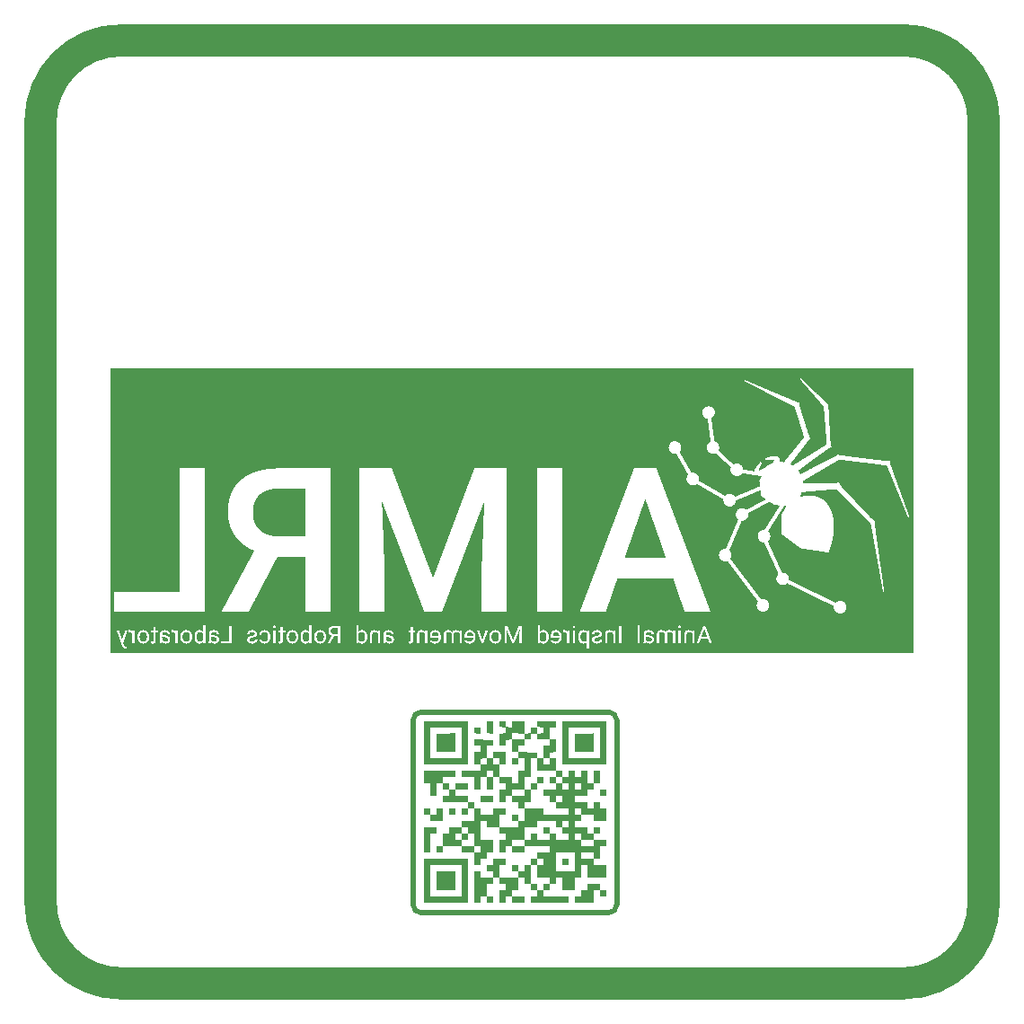
<source format=gbr>
%TF.GenerationSoftware,Altium Limited,Altium Designer,23.9.2 (47)*%
G04 Layer_Physical_Order=2*
G04 Layer_Color=16711680*
%FSLAX45Y45*%
%MOMM*%
%TF.SameCoordinates,0BEFCB04-381F-44A6-839B-04312DFDC744*%
%TF.FilePolarity,Positive*%
%TF.FileFunction,Copper,L2,Bot,Signal*%
%TF.Part,Single*%
G01*
G75*
%TA.AperFunction,NonConductor*%
%ADD10C,3.04800*%
%ADD11C,0.50800*%
G36*
X3785720Y-1329604D02*
X3785126D01*
Y-1330198D01*
X3784532D01*
Y-1330792D01*
X-3785126D01*
Y-1330198D01*
X-3785720D01*
Y1349201D01*
X3785720D01*
Y-1329604D01*
D02*
G37*
G36*
X413748Y-1971317D02*
X413161Y-2028244D01*
X412280Y-2029124D01*
X354767Y-2029711D01*
X354473Y-2146793D01*
X412574Y-2147380D01*
X413748Y-2148553D01*
X413161Y-2264755D01*
X412280Y-2265635D01*
X354767Y-2266222D01*
X354473Y-2324616D01*
X413161Y-2325203D01*
X413748Y-2327551D01*
X414041Y-2442872D01*
X472142Y-2443459D01*
X473022Y-2446100D01*
X472435Y-2448447D01*
X473022Y-2501853D01*
X530830Y-2502146D01*
X531710Y-2501266D01*
X532297Y-2443752D01*
X533177Y-2442872D01*
X590691Y-2443459D01*
X591278Y-2501559D01*
X593038Y-2502146D01*
X649965Y-2501559D01*
X650552Y-2443459D01*
X652900Y-2442872D01*
X708653Y-2443459D01*
X709533Y-2444339D01*
X709240Y-2559660D01*
X710414Y-2561421D01*
X768221Y-2561714D01*
X768514Y-2618935D01*
X767341Y-2620695D01*
X709827Y-2621282D01*
X708946Y-2623336D01*
X709533Y-2625097D01*
X708946Y-2679090D01*
X706305Y-2679970D01*
X703371Y-2679383D01*
X701610Y-2679970D01*
X592745Y-2679676D01*
X590984Y-2680850D01*
X591571Y-2738364D01*
X593919Y-2738951D01*
X708066Y-2738657D01*
X709533Y-2740125D01*
X709240Y-2796171D01*
X710414Y-2797932D01*
X767927Y-2797345D01*
X768808Y-2794704D01*
X768221Y-2792357D01*
X768514Y-2743352D01*
X768221Y-2740712D01*
X769688Y-2738657D01*
X827202Y-2739244D01*
X827789Y-2796758D01*
X828376Y-2797932D01*
X886476Y-2798519D01*
X886770Y-2915014D01*
X885303Y-2916481D01*
X769101Y-2915894D01*
X768221Y-2913253D01*
X768514Y-2910612D01*
X768221Y-2861608D01*
X768808Y-2859847D01*
X767341Y-2857206D01*
X650259Y-2856913D01*
X649672Y-2798812D01*
X648791Y-2797932D01*
X591278Y-2798519D01*
X590984Y-2856326D01*
X591864Y-2857206D01*
X650259Y-2857500D01*
X649672Y-2915601D01*
X648791Y-2916481D01*
X591278Y-2917068D01*
X590984Y-2974288D01*
X591864Y-2975169D01*
X594212Y-2975756D01*
X596560Y-2975169D01*
X704838Y-2975462D01*
X707479Y-2975169D01*
X709533Y-2976636D01*
X709240Y-3032683D01*
X710414Y-3034443D01*
X768221Y-3034150D01*
X768514Y-2980450D01*
X768221Y-2977223D01*
X769101Y-2975756D01*
X771449Y-2975169D01*
X774383Y-2975756D01*
X776144Y-2975169D01*
X823387Y-2975462D01*
X826028Y-2975169D01*
X827495Y-2976049D01*
X826908Y-3034150D01*
X768808Y-3034736D01*
X768221Y-3036497D01*
X768514Y-3093717D01*
X886476Y-3094304D01*
X886770Y-3152112D01*
X885890Y-3152992D01*
X828082Y-3153286D01*
X827495Y-3155633D01*
X827202Y-3270954D01*
X824854Y-3271541D01*
X820746Y-3270954D01*
X768514Y-3271541D01*
X768221Y-3324067D01*
X768808Y-3325827D01*
X768221Y-3327588D01*
X768808Y-3329935D01*
X885596Y-3330522D01*
X886770Y-3331109D01*
X886183Y-3448484D01*
X710414Y-3448778D01*
X709533Y-3447897D01*
X708946Y-3445550D01*
X709533Y-3443789D01*
X708946Y-3331109D01*
X708066Y-3330229D01*
X650552Y-3330816D01*
X649965Y-3447604D01*
X648791Y-3448778D01*
X591278Y-3449364D01*
X590691Y-3566153D01*
X587757Y-3567327D01*
X585409Y-3566740D01*
X474196Y-3567033D01*
X473022Y-3566446D01*
X472435Y-3564099D01*
X473022Y-3561164D01*
X472435Y-3559404D01*
X472729Y-3449951D01*
X471555Y-3448778D01*
X414041Y-3449364D01*
X413161Y-3451419D01*
X413748Y-3453179D01*
X413161Y-3507172D01*
X412280Y-3508052D01*
X354473Y-3507759D01*
X353886Y-3449071D01*
X237098Y-3448484D01*
X235924Y-3447310D01*
X235631Y-3330229D01*
X177237Y-3330522D01*
X177530Y-3508052D01*
X234164Y-3507759D01*
X235924Y-3508933D01*
X236217Y-3566740D01*
X295199Y-3567033D01*
X295786Y-3625721D01*
X531123Y-3626308D01*
X531710Y-3628068D01*
X531123Y-3684995D01*
X178117Y-3685289D01*
X176650Y-3683821D01*
X176943Y-3678833D01*
X176650Y-3632763D01*
X177237Y-3631003D01*
X176650Y-3629242D01*
X177237Y-3626894D01*
X178117Y-3626014D01*
X235631Y-3625427D01*
X235924Y-3567033D01*
X181051Y-3566740D01*
X179290Y-3567327D01*
X177237Y-3566446D01*
X176650Y-3564099D01*
X177237Y-3561164D01*
X176650Y-3559404D01*
X176356Y-3508052D01*
X118256Y-3507465D01*
X117669Y-3505118D01*
X117962Y-3450245D01*
X117082Y-3448778D01*
X58687Y-3448484D01*
X58394Y-3389503D01*
X-294Y-3388916D01*
X-587Y-3331696D01*
X880Y-3330229D01*
X57807Y-3330816D01*
X58687Y-3331696D01*
X58981Y-3389503D01*
X117375Y-3389210D01*
X117962Y-3386862D01*
X117669Y-3332576D01*
X118549Y-3330522D01*
X176650Y-3329935D01*
X176943Y-3275649D01*
X176650Y-3273008D01*
X177530Y-3271541D01*
X179877Y-3270954D01*
X182812Y-3271541D01*
X184572Y-3270954D01*
X235924Y-3270661D01*
X236511Y-3212560D01*
X239152Y-3211680D01*
X240913Y-3212267D01*
X353593Y-3211680D01*
X354473Y-3210799D01*
X353886Y-3153286D01*
X117962Y-3152699D01*
X117669Y-3093717D01*
X293Y-3094304D01*
X-587Y-3095185D01*
X-294Y-3152992D01*
X117962Y-3153286D01*
X117375Y-3211386D01*
X116495Y-3212267D01*
X293Y-3211680D01*
X-587Y-3210799D01*
X-880Y-3152992D01*
X-59274Y-3153286D01*
X-59861Y-3155633D01*
X-59568Y-3209919D01*
X-60155Y-3211680D01*
X-62502Y-3212267D01*
X-118256Y-3211680D01*
X-119136Y-3209039D01*
X-118549Y-3206691D01*
X-118843Y-3095478D01*
X-117669Y-3093717D01*
X-60155Y-3093131D01*
X-59568Y-3090783D01*
X-59861Y-3037671D01*
X-59274Y-3037084D01*
X-60742Y-3034443D01*
X-118549Y-3034150D01*
X-119136Y-3031802D01*
X-118549Y-3027694D01*
X-119136Y-2976049D01*
X-230642Y-2975462D01*
X-232697Y-2975169D01*
X-234457Y-2975756D01*
X-236218Y-2975169D01*
X-237098Y-2974288D01*
X-237685Y-2916774D01*
X-295492Y-2916481D01*
X-296373Y-2917361D01*
X-295786Y-3093424D01*
X-178997Y-3094011D01*
X-177824Y-3095185D01*
X-178410Y-3211386D01*
X-179291Y-3212267D01*
X-235337Y-3211973D01*
X-237098Y-3213147D01*
X-237685Y-3270661D01*
X-240326Y-3271541D01*
X-242673Y-3270954D01*
X-292264Y-3271248D01*
X-294318Y-3270954D01*
X-296373Y-3272421D01*
X-296960Y-3329935D01*
X-354767Y-3330229D01*
X-355647Y-3327588D01*
X-355940Y-3212267D01*
X-473316Y-3211680D01*
X-473903Y-3152992D01*
X-651433Y-3152699D01*
X-650846Y-3035323D01*
X-649965Y-3034443D01*
X-592451Y-3033856D01*
X-591865Y-2976342D01*
X-590691Y-2975169D01*
X-585702Y-2975462D01*
X-473609Y-2974875D01*
X-473022Y-2916774D01*
X-470968Y-2915894D01*
X-469208Y-2916481D01*
X-375894D01*
X-355940Y-2915894D01*
X-355060Y-2913253D01*
X-355647Y-2911493D01*
X-355940Y-2797932D01*
X-414335Y-2797639D01*
X-414921Y-2738951D01*
X-647618Y-2738657D01*
X-648792Y-2739244D01*
X-650846Y-2738364D01*
X-651433Y-2736017D01*
X-650846Y-2680263D01*
X-648205Y-2679383D01*
X-645857Y-2679970D01*
X-596266Y-2679676D01*
X-593625Y-2679970D01*
X-592158Y-2678503D01*
X-592451Y-2620695D01*
X-650552Y-2620109D01*
X-651433Y-2619228D01*
X-651726Y-2561421D01*
X-709827Y-2562008D01*
X-710707Y-2564649D01*
X-710120Y-2566409D01*
X-710707Y-2679090D01*
X-713348Y-2679970D01*
X-716283Y-2679383D01*
X-718043Y-2679970D01*
X-765287Y-2679676D01*
X-767928Y-2679970D01*
X-769395Y-2679090D01*
X-769982Y-2561714D01*
X-828082Y-2561127D01*
X-828669Y-2559367D01*
X-828082Y-2443752D01*
X-827202Y-2442872D01*
X-533764Y-2443459D01*
X-532884Y-2444339D01*
X-533471Y-2501853D01*
X-650259Y-2502440D01*
X-651433Y-2503613D01*
X-651139Y-2561421D01*
X-592451Y-2562008D01*
X-591865Y-2620695D01*
X-532884Y-2620989D01*
X-532297Y-2679090D01*
X-531417Y-2679970D01*
X-526428Y-2679676D01*
X-419323Y-2679970D01*
X-417563Y-2679383D01*
X-415215Y-2679970D01*
X-414335Y-2682611D01*
X-414628Y-2685252D01*
X-414041Y-2738657D01*
X-355940Y-2739244D01*
X-355060Y-2741885D01*
X-355647Y-2743646D01*
X-355354Y-2797932D01*
X-296666Y-2798519D01*
X-296079Y-2856033D01*
X-294905Y-2857206D01*
X-178704Y-2856620D01*
X-177824Y-2855739D01*
X-177237Y-2798225D01*
X-60742Y-2797932D01*
X-59861Y-2798812D01*
X-59568Y-2800866D01*
X-59861Y-2853979D01*
X-59274Y-2854566D01*
X-60742Y-2857206D01*
X-118256Y-2857793D01*
X-119136Y-2858674D01*
X-118549Y-2866303D01*
X-118256Y-2975169D01*
X56927Y-2975462D01*
X58687Y-2974288D01*
X58394Y-2916481D01*
X293Y-2915894D01*
X-587Y-2915014D01*
X0Y-2857500D01*
X57807Y-2857206D01*
X58687Y-2858087D01*
X58981Y-2916481D01*
X117082Y-2915894D01*
X117962Y-2915014D01*
X117669Y-2797932D01*
X58981Y-2797345D01*
X58394Y-2739831D01*
X57220Y-2738657D01*
X1760Y-2738951D01*
X-294Y-2738071D01*
X-880Y-2679970D01*
X-58101Y-2679676D01*
X-59861Y-2680850D01*
X-59568Y-2736897D01*
X-60742Y-2738657D01*
X-62502Y-2739244D01*
X-64263Y-2738657D01*
X-116788Y-2738951D01*
X-118549Y-2738364D01*
X-119136Y-2736017D01*
X-118549Y-2731908D01*
X-118843Y-2621869D01*
X-118256Y-2620695D01*
X-60155Y-2620109D01*
X-59568Y-2617761D01*
X-59861Y-2564649D01*
X-59274Y-2564062D01*
X-60742Y-2561421D01*
X-118256Y-2560834D01*
X-119136Y-2558193D01*
X-118549Y-2555846D01*
X-119136Y-2502440D01*
X-177824Y-2501853D01*
X-178410Y-2443752D01*
X-179291Y-2442872D01*
X-236218Y-2443459D01*
X-237098Y-2444339D01*
X-236805Y-2502146D01*
X-177824Y-2502440D01*
X-178410Y-2619815D01*
X-179291Y-2620695D01*
X-236805Y-2620109D01*
X-237391Y-2502146D01*
X-295492Y-2502733D01*
X-296373Y-2503613D01*
X-296666Y-2620109D01*
X-299013Y-2620695D01*
X-354767Y-2620109D01*
X-355647Y-2619228D01*
X-355354Y-2503907D01*
X-356527Y-2502146D01*
X-473316Y-2501559D01*
X-473609Y-2443752D01*
X-470968Y-2442872D01*
X-298133Y-2443165D01*
X-296373Y-2441992D01*
X-296666Y-2384184D01*
X-350952Y-2383891D01*
X-353593Y-2384184D01*
X-355647Y-2382717D01*
X-355060Y-2266516D01*
X-354180Y-2265635D01*
X-296666Y-2265048D01*
X-296373Y-2207241D01*
X-297253Y-2206361D01*
X-355060Y-2206067D01*
X-355647Y-2203720D01*
X-355060Y-2147967D01*
X-354180Y-2147086D01*
X-178704Y-2147673D01*
X-177824Y-2148553D01*
X-178410Y-2206067D01*
X-236511Y-2206654D01*
X-237098Y-2208415D01*
X-236805Y-2324910D01*
X-177824Y-2325203D01*
X-177530Y-2383597D01*
X-175183Y-2384184D01*
X-172248Y-2383597D01*
X-170488Y-2384184D01*
X-118843Y-2383597D01*
X-118549Y-2331659D01*
X-119136Y-2329898D01*
X-118549Y-2327551D01*
X-119136Y-2325203D01*
X-177824Y-2324616D01*
X-177237Y-2265929D01*
X-60742Y-2265635D01*
X-59861Y-2266516D01*
X-59568Y-2268570D01*
X-59861Y-2380370D01*
X-59274Y-2381543D01*
X-60155Y-2383597D01*
X-62502Y-2384184D01*
X-65143Y-2383891D01*
X-118549Y-2384478D01*
X-118256Y-2502146D01*
X-880Y-2502733D01*
X-294Y-2560247D01*
X293Y-2561421D01*
X58394Y-2560834D01*
X58981Y-2443459D01*
X61329Y-2442872D01*
X115614Y-2443165D01*
X117669Y-2442285D01*
X117962Y-2326377D01*
X117082Y-2324910D01*
X58687Y-2324616D01*
X58394Y-2265635D01*
X-294Y-2265048D01*
X-880Y-2147086D01*
X-58981Y-2147673D01*
X-59861Y-2148553D01*
X-59568Y-2204600D01*
X-60742Y-2206361D01*
X-118256Y-2205774D01*
X-119136Y-2204894D01*
X-118549Y-2197264D01*
X-118843Y-2089572D01*
X-118256Y-2088399D01*
X-115908Y-2087812D01*
X-113561Y-2088399D01*
X-60155Y-2087812D01*
X-59568Y-2085464D01*
X-60155Y-2029124D01*
X-118256Y-2028537D01*
X-119136Y-2025896D01*
X-118549Y-2023549D01*
X-118843Y-1971023D01*
X-117669Y-1969850D01*
X-60155Y-1970436D01*
X-59568Y-1972784D01*
X-59861Y-2028831D01*
X-2054Y-2029124D01*
X-587Y-2028244D01*
X0Y-1970143D01*
X116495Y-1969850D01*
X117962Y-1971317D01*
X118256Y-2088399D01*
X176650Y-2088105D01*
X176943Y-2033232D01*
X176650Y-2030591D01*
X177530Y-2029124D01*
X235924Y-2029418D01*
X236217Y-2088399D01*
X294318Y-2087812D01*
X295199Y-2086932D01*
X294612Y-2029418D01*
X235924Y-2028831D01*
X236511Y-1970143D01*
X412280Y-1969850D01*
X413748Y-1971317D01*
D02*
G37*
G36*
X-177824Y-1972491D02*
X-178410Y-2087518D01*
X-179291Y-2088399D01*
X-236218Y-2087812D01*
X-237098Y-2086932D01*
Y-2053480D01*
Y-2052893D01*
X-236511Y-1970143D01*
X-178704Y-1969850D01*
X-177824Y-1972491D01*
D02*
G37*
G36*
X-296373Y-2030005D02*
X-296666Y-2087812D01*
X-299013Y-2088399D01*
X-315446D01*
X-354767Y-2087812D01*
X-355647Y-2086932D01*
X-355060Y-2029418D01*
X-297253Y-2029124D01*
X-296373Y-2030005D01*
D02*
G37*
G36*
X886476Y-1970436D02*
X886770Y-2382717D01*
X885303Y-2384184D01*
X881488Y-2383891D01*
X502072Y-2384184D01*
X501486D01*
X477130Y-2383891D01*
X474489Y-2384184D01*
X473022Y-2383304D01*
X472435Y-2380956D01*
X473022Y-2378022D01*
X472435Y-2376261D01*
X472729Y-1973958D01*
X472435Y-1971317D01*
X473903Y-1969850D01*
X886476Y-1970436D01*
D02*
G37*
G36*
X58687Y-2382717D02*
X57220Y-2384184D01*
X56633D01*
X52819Y-2383891D01*
X5575Y-2384184D01*
X4402Y-2383597D01*
X2641Y-2384184D01*
X293Y-2383597D01*
X-587Y-2382717D01*
X0Y-2325203D01*
X58394Y-2324910D01*
X58687Y-2382717D01*
D02*
G37*
G36*
X-414335Y-1971317D02*
X-414628Y-1975132D01*
X-414335Y-2378022D01*
X-414921Y-2379196D01*
X-414335Y-2380956D01*
X-414921Y-2383304D01*
X-417563Y-2384184D01*
X-420203Y-2383891D01*
X-563108Y-2384184D01*
X-563695D01*
X-823974Y-2383891D01*
X-827202Y-2384184D01*
X-828669Y-2382717D01*
X-828082Y-1970143D01*
X-415802Y-1969850D01*
X-414335Y-1971317D01*
D02*
G37*
G36*
X827202Y-2443459D02*
X827495Y-2560540D01*
X826615Y-2561421D01*
X768221Y-2561127D01*
X768514Y-2447567D01*
X768221Y-2444926D01*
X769688Y-2442872D01*
X792576D01*
X827202Y-2443459D01*
D02*
G37*
G36*
X-414335Y-2562888D02*
X-414628Y-2566703D01*
X-414335Y-2614533D01*
X-414921Y-2615707D01*
X-414335Y-2617467D01*
X-414921Y-2619815D01*
X-415802Y-2620695D01*
X-431061D01*
X-532884Y-2620402D01*
X-532297Y-2561714D01*
X-415802Y-2561421D01*
X-414335Y-2562888D01*
D02*
G37*
G36*
X886476Y-2621282D02*
X886770Y-2678503D01*
X885303Y-2679970D01*
X880314Y-2679676D01*
X834244Y-2679970D01*
X832484Y-2679383D01*
X830723Y-2679970D01*
X828376Y-2679383D01*
X827495Y-2678503D01*
X828082Y-2620989D01*
X869457Y-2620695D01*
X870044D01*
X886476Y-2621282D01*
D02*
G37*
G36*
X-290797Y-2679970D02*
X-179584Y-2679676D01*
X-177824Y-2680850D01*
X-178410Y-2738364D01*
X-180758Y-2738951D01*
X-293145Y-2738657D01*
X-293438Y-2738951D01*
X-293732Y-2739244D01*
X-296373Y-2737777D01*
X-295786Y-2680263D01*
X-293145Y-2679383D01*
X-290797Y-2679970D01*
D02*
G37*
G36*
X-414335Y-2798225D02*
X-414628Y-2852511D01*
X-414335Y-2855152D01*
Y-2855739D01*
X-415802Y-2857206D01*
X-473316Y-2856620D01*
X-473609Y-2798812D01*
X-472729Y-2797932D01*
X-414335Y-2798225D01*
D02*
G37*
G36*
X-533177Y-2798519D02*
X-532884Y-2856326D01*
X-533764Y-2857206D01*
X-591278Y-2856620D01*
X-592158Y-2855739D01*
Y-2817592D01*
Y-2817006D01*
X-591571Y-2798812D01*
X-590691Y-2797932D01*
X-533177Y-2798519D01*
D02*
G37*
G36*
X-651726D02*
X-650846Y-2801160D01*
X-651433Y-2802920D01*
X-651139Y-2914720D01*
X-652313Y-2916481D01*
X-769101Y-2915894D01*
X-769688Y-2857206D01*
X-828376Y-2856620D01*
X-828669Y-2798812D01*
X-827789Y-2797932D01*
X-770275Y-2798519D01*
X-769395Y-2799399D01*
Y-2802920D01*
Y-2803507D01*
X-769101Y-2857206D01*
X-711001Y-2856620D01*
X-710120Y-2855739D01*
X-710414Y-2799693D01*
X-709240Y-2797932D01*
X-651726Y-2798519D01*
D02*
G37*
G36*
X-711001Y-2975756D02*
X-710120Y-2978396D01*
X-710707Y-3034150D01*
X-768221Y-3034736D01*
X-769395Y-3035323D01*
Y-3092837D01*
Y-3093424D01*
X-769982Y-3211386D01*
X-770862Y-3212267D01*
X-827789Y-3211680D01*
X-828669Y-3210799D01*
X-828082Y-2976049D01*
X-827202Y-2975169D01*
X-822213Y-2975462D01*
X-716869Y-2975169D01*
X-715109Y-2975756D01*
X-713348Y-2975169D01*
X-711001Y-2975756D01*
D02*
G37*
G36*
X-651433Y-3153286D02*
Y-3155046D01*
Y-3155633D01*
X-651139Y-3210506D01*
X-652313Y-3212267D01*
X-709827Y-3211680D01*
X-710707Y-3209039D01*
X-710120Y-3206691D01*
X-710414Y-3154753D01*
X-709240Y-3152992D01*
X-651433Y-3153286D01*
D02*
G37*
G36*
X-59861Y-3271834D02*
X-59568Y-3274475D01*
X-59861Y-3327001D01*
X-59274Y-3328175D01*
X-60742Y-3330229D01*
X-118256Y-3330816D01*
X-119136Y-3333456D01*
X-118549Y-3335804D01*
X-118256Y-3448778D01*
X58687Y-3449071D01*
X58101Y-3566446D01*
X55460Y-3567327D01*
X53112Y-3566740D01*
X4108Y-3567033D01*
X880Y-3566740D01*
X-587Y-3568207D01*
X-294Y-3626014D01*
X117082Y-3626601D01*
X117962Y-3627481D01*
X117375Y-3684408D01*
X116495Y-3685289D01*
X-294Y-3684702D01*
X-880Y-3626014D01*
X-58981Y-3626601D01*
X-59861Y-3627481D01*
X-59568Y-3682941D01*
X-60448Y-3684995D01*
X-117669Y-3685289D01*
X-119136Y-3683821D01*
X-118549Y-3676192D01*
X-118843Y-3568500D01*
X-118256Y-3567327D01*
X-115908Y-3566740D01*
X-113267Y-3567033D01*
X-64850Y-3566740D01*
X-64263D01*
X-61916Y-3567327D01*
X-59861Y-3566446D01*
X-59568Y-3564392D01*
X-59861Y-3511280D01*
X-59274Y-3510106D01*
X-60742Y-3508052D01*
X-62502Y-3507465D01*
X-64263Y-3508052D01*
X-118256Y-3507465D01*
X-119136Y-3504824D01*
X-118549Y-3502477D01*
X-119136Y-3449071D01*
X-177824Y-3448484D01*
X-178410Y-3390383D01*
X-179291Y-3389503D01*
X-236805Y-3388916D01*
X-237098Y-3331109D01*
X-234457Y-3330229D01*
X-178410Y-3329935D01*
X-177824Y-3327588D01*
X-177530Y-3271541D01*
X-175183Y-3270954D01*
X-172248Y-3271541D01*
X-170488Y-3270954D01*
X-63970Y-3271248D01*
X-61329Y-3270954D01*
X-59861Y-3271834D01*
D02*
G37*
G36*
X-415215Y-3271541D02*
X-414335Y-3274182D01*
X-414628Y-3276823D01*
X-414335Y-3292375D01*
Y-3292962D01*
X-414628Y-3680594D01*
X-414335Y-3683821D01*
X-415802Y-3685289D01*
X-828376Y-3684702D01*
X-828669Y-3272421D01*
X-827202Y-3270954D01*
X-822213Y-3271248D01*
X-421084Y-3270954D01*
X-419323Y-3271541D01*
X-417563Y-3270954D01*
X-415215Y-3271541D01*
D02*
G37*
G36*
X827495Y-3508933D02*
X827789Y-3566740D01*
X882075Y-3567033D01*
X885303Y-3566740D01*
X886770Y-3568207D01*
X886183Y-3625721D01*
X828376Y-3626014D01*
X827495Y-3625134D01*
Y-3612223D01*
Y-3611636D01*
X827202Y-3566740D01*
X772916Y-3567033D01*
X770275Y-3566740D01*
X768808Y-3567620D01*
X768221Y-3569967D01*
X768808Y-3572902D01*
X768221Y-3574663D01*
X768514Y-3683528D01*
X767341Y-3685289D01*
X591278Y-3684702D01*
X590984Y-3627481D01*
X592451Y-3626014D01*
X649965Y-3625427D01*
X650552Y-3567327D01*
X652900Y-3566740D01*
X655540Y-3567033D01*
X705132Y-3566740D01*
X706892Y-3567327D01*
X708946Y-3566446D01*
X709533Y-3564099D01*
X709240Y-3509813D01*
X709827Y-3508052D01*
X712467Y-3507759D01*
X823681Y-3508052D01*
X825441Y-3507465D01*
X827495Y-3508933D01*
D02*
G37*
G36*
X-296666Y-3390090D02*
X-296079Y-3447604D01*
X-294905Y-3448778D01*
X-243260D01*
X-177824Y-3449071D01*
X-178410Y-3507172D01*
X-179291Y-3508052D01*
X-235337Y-3507759D01*
X-237098Y-3508933D01*
X-236805Y-3626014D01*
X-178704Y-3626601D01*
X-177824Y-3627481D01*
X-178410Y-3684995D01*
X-236218Y-3685289D01*
X-237098Y-3684408D01*
X-237391Y-3626014D01*
X-295492Y-3626601D01*
X-296373Y-3627481D01*
X-296960Y-3684995D01*
X-354180Y-3685289D01*
X-355647Y-3683821D01*
X-355060Y-3390383D01*
X-354180Y-3389503D01*
X-296666Y-3390090D01*
D02*
G37*
G36*
X300187Y-3508052D02*
X354473Y-3508346D01*
X353886Y-3566446D01*
X351245Y-3567327D01*
X348898Y-3566740D01*
X295199Y-3566446D01*
Y-3514801D01*
Y-3514214D01*
X295786Y-3508346D01*
X298426Y-3507465D01*
X300187Y-3508052D01*
D02*
G37*
%LPC*%
G36*
X2722749Y1257156D02*
X2720968D01*
Y1256562D01*
X2720374D01*
Y1255968D01*
X2719780D01*
Y1255374D01*
X2719186D01*
Y1254781D01*
X2718592D01*
Y1254187D01*
X2717999D01*
Y1253593D01*
X2717405D01*
Y1252999D01*
X2716811D01*
Y1252405D01*
X2716217D01*
Y1251812D01*
X2715623D01*
Y1251218D01*
X2715029D01*
Y1250624D01*
X2713842D01*
Y1250030D01*
X2713248D01*
Y1247655D01*
X2714436D01*
Y1247061D01*
X2715029D01*
Y1246467D01*
X2715623D01*
Y1245279D01*
X2716217D01*
Y1244685D01*
X2716811D01*
Y1244091D01*
X2717405D01*
Y1243498D01*
X2717999D01*
Y1242904D01*
X2718592D01*
Y1241716D01*
X2719186D01*
Y1241122D01*
X2719780D01*
Y1240529D01*
X2720374D01*
Y1239935D01*
X2720968D01*
Y1239341D01*
X2721562D01*
Y1238747D01*
X2722156D01*
Y1238153D01*
X2722749D01*
Y1237559D01*
X2723343D01*
Y1236966D01*
X2723937D01*
Y1236372D01*
X2724531D01*
Y1235184D01*
X2725125D01*
Y1234590D01*
X2725718D01*
Y1233996D01*
X2726312D01*
Y1233402D01*
X2726906D01*
Y1232809D01*
X2727500D01*
Y1232215D01*
X2728094D01*
Y1231621D01*
X2728688D01*
Y1231027D01*
X2729282D01*
Y1229840D01*
X2729875D01*
Y1229246D01*
X2730469D01*
Y1228652D01*
X2731063D01*
Y1228058D01*
X2731657D01*
Y1227464D01*
X2732251D01*
Y1226870D01*
X2732845D01*
Y1225683D01*
X2733439D01*
Y1225089D01*
X2734032D01*
Y1224495D01*
X2734626D01*
Y1223901D01*
X2735220D01*
Y1223307D01*
X2735814D01*
Y1222713D01*
X2736408D01*
Y1222119D01*
X2737001D01*
Y1221526D01*
X2737595D01*
Y1220932D01*
X2738189D01*
Y1220338D01*
X2738783D01*
Y1219150D01*
X2739377D01*
Y1218557D01*
X2739971D01*
Y1217963D01*
X2740564D01*
Y1217369D01*
X2741158D01*
Y1216775D01*
X2741752D01*
Y1215587D01*
X2742940D01*
Y1214994D01*
X2743534D01*
Y1213806D01*
X2744128D01*
Y1213212D01*
X2744721D01*
Y1212618D01*
X2745315D01*
Y1212024D01*
X2745909D01*
Y1211430D01*
X2746503D01*
Y1210837D01*
X2747097D01*
Y1210243D01*
X2747690D01*
Y1209649D01*
X2748284D01*
Y1209055D01*
X2748878D01*
Y1207868D01*
X2749472D01*
Y1207274D01*
X2750066D01*
Y1206680D01*
X2750660D01*
Y1206086D01*
X2751254D01*
Y1205492D01*
X2751847D01*
Y1204898D01*
X2752441D01*
Y1204304D01*
X2753035D01*
Y1203117D01*
X2753629D01*
Y1202523D01*
X2754223D01*
Y1201929D01*
X2754817D01*
Y1201335D01*
X2755411D01*
Y1200741D01*
X2756004D01*
Y1199554D01*
X2757192D01*
Y1198366D01*
X2757786D01*
Y1197772D01*
X2758380D01*
Y1197178D01*
X2758973D01*
Y1196585D01*
X2759567D01*
Y1195991D01*
X2760161D01*
Y1195397D01*
X2760755D01*
Y1194803D01*
X2761349D01*
Y1194209D01*
X2761943D01*
Y1193021D01*
X2762537D01*
Y1192428D01*
X2763130D01*
Y1191834D01*
X2763724D01*
Y1191240D01*
X2764318D01*
Y1190646D01*
X2764912D01*
Y1190052D01*
X2765506D01*
Y1189458D01*
X2766100D01*
Y1188271D01*
X2766693D01*
Y1187677D01*
X2767287D01*
Y1187083D01*
X2767881D01*
Y1186489D01*
X2768475D01*
Y1185896D01*
X2769069D01*
Y1185302D01*
X2769662D01*
Y1184708D01*
X2770256D01*
Y1184114D01*
X2770850D01*
Y1183520D01*
X2771444D01*
Y1182332D01*
X2772038D01*
Y1181739D01*
X2772632D01*
Y1181145D01*
X2773226D01*
Y1180551D01*
X2773819D01*
Y1179957D01*
X2774413D01*
Y1178769D01*
X2775007D01*
Y1178175D01*
X2775601D01*
Y1177582D01*
X2776195D01*
Y1176988D01*
X2776789D01*
Y1176394D01*
X2777383D01*
Y1175800D01*
X2777976D01*
Y1175206D01*
X2778570D01*
Y1174613D01*
X2779164D01*
Y1173425D01*
X2779758D01*
Y1172831D01*
X2780352D01*
Y1172237D01*
X2780945D01*
Y1171643D01*
X2781539D01*
Y1171049D01*
X2782133D01*
Y1170456D01*
X2782727D01*
Y1169862D01*
X2783321D01*
Y1169268D01*
X2783915D01*
Y1168080D01*
X2784509D01*
Y1167486D01*
X2785102D01*
Y1166893D01*
X2785696D01*
Y1166299D01*
X2786290D01*
Y1165705D01*
X2786884D01*
Y1164517D01*
X2787478D01*
Y1163924D01*
X2788072D01*
Y1163330D01*
X2788665D01*
Y1162736D01*
X2789259D01*
Y1162142D01*
X2789853D01*
Y1161548D01*
X2790447D01*
Y1160954D01*
X2791041D01*
Y1160360D01*
X2791634D01*
Y1159173D01*
X2792228D01*
Y1158579D01*
X2792822D01*
Y1157985D01*
X2793416D01*
Y1157391D01*
X2794010D01*
Y1156797D01*
X2794604D01*
Y1155610D01*
X2795791D01*
Y1154422D01*
X2796385D01*
Y1153828D01*
X2796979D01*
Y1153234D01*
X2797573D01*
Y1152641D01*
X2798167D01*
Y1152047D01*
X2798761D01*
Y1151453D01*
X2799355D01*
Y1150859D01*
X2799948D01*
Y1149671D01*
X2800542D01*
Y1149077D01*
X2801136D01*
Y1148484D01*
X2801730D01*
Y1147890D01*
X2802324D01*
Y1147296D01*
X2802917D01*
Y1146108D01*
X2803511D01*
Y1145514D01*
X2804105D01*
Y1144920D01*
X2804699D01*
Y1144327D01*
X2805293D01*
Y1143733D01*
X2805887D01*
Y1143139D01*
X2806481D01*
Y1142545D01*
X2807074D01*
Y1141358D01*
X2807668D01*
Y1140764D01*
X2808262D01*
Y1140170D01*
X2808856D01*
Y1139576D01*
X2809450D01*
Y1138982D01*
X2810044D01*
Y1138388D01*
X2810638D01*
Y1137795D01*
X2811231D01*
Y1137201D01*
X2811825D01*
Y1136013D01*
X2812419D01*
Y1135419D01*
X2813013D01*
Y1134825D01*
X2813607D01*
Y1134231D01*
X2814200D01*
Y1133638D01*
X2814794D01*
Y1133044D01*
X2815388D01*
Y1132450D01*
X2815982D01*
Y1131262D01*
X2816576D01*
Y1130669D01*
X2817170D01*
Y1130075D01*
X2817763D01*
Y1129481D01*
X2818357D01*
Y1128887D01*
X2818951D01*
Y1128293D01*
X2819545D01*
Y1127699D01*
X2820139D01*
Y1126512D01*
X2820733D01*
Y1125918D01*
X2821327D01*
Y1125324D01*
X2821920D01*
Y1124730D01*
X2822514D01*
Y1124136D01*
X2823108D01*
Y1122948D01*
X2823702D01*
Y1122355D01*
X2824296D01*
Y1121761D01*
X2824889D01*
Y1121167D01*
X2825483D01*
Y1120573D01*
X2826077D01*
Y1119979D01*
X2826671D01*
Y1119386D01*
X2827265D01*
Y1118792D01*
X2827859D01*
Y1118198D01*
X2828453D01*
Y1117010D01*
X2829046D01*
Y1116416D01*
X2829640D01*
Y1115823D01*
X2830234D01*
Y1115229D01*
X2830828D01*
Y1114635D01*
X2831422D01*
Y1114041D01*
X2832016D01*
Y1113447D01*
X2832610D01*
Y1112259D01*
X2833203D01*
Y1111666D01*
X2833797D01*
Y1111072D01*
X2834391D01*
Y1110478D01*
X2834985D01*
Y1109884D01*
X2835579D01*
Y1108697D01*
X2836172D01*
Y1108103D01*
X2836766D01*
Y1107509D01*
X2837360D01*
Y1106915D01*
X2837954D01*
Y1106321D01*
X2838548D01*
Y1105727D01*
X2839142D01*
Y1105133D01*
X2839735D01*
Y1104540D01*
X2840329D01*
Y1103352D01*
X2840923D01*
Y1102758D01*
X2841517D01*
Y1102164D01*
X2842111D01*
Y1101570D01*
X2842705D01*
Y1100976D01*
X2843299D01*
Y1100383D01*
X2843892D01*
Y1099789D01*
X2844486D01*
Y1098601D01*
X2845080D01*
Y1098007D01*
X2845674D01*
Y1097414D01*
X2846268D01*
Y1096820D01*
X2846861D01*
Y1096226D01*
X2847455D01*
Y1095632D01*
X2848049D01*
Y1095038D01*
X2848643D01*
Y1093850D01*
X2849831D01*
Y1092663D01*
X2850425D01*
Y1092069D01*
X2851018D01*
Y1091475D01*
X2851612D01*
Y1090881D01*
X2852206D01*
Y1090287D01*
X2852800D01*
Y1089100D01*
X2853394D01*
Y1088506D01*
X2853988D01*
Y1087912D01*
X2854582D01*
Y1087318D01*
X2855175D01*
Y1086725D01*
X2855769D01*
Y1085537D01*
X2856957D01*
Y1084349D01*
X2857551D01*
Y1083755D01*
X2858144D01*
Y1083161D01*
X2858738D01*
Y1082568D01*
X2859332D01*
Y1081974D01*
X2859926D01*
Y1081380D01*
X2860520D01*
Y1080192D01*
X2861114D01*
Y1079598D01*
X2861708D01*
Y1079004D01*
X2862301D01*
Y1078411D01*
X2862895D01*
Y1077817D01*
X2863489D01*
Y1077223D01*
X2864083D01*
Y1076629D01*
X2864677D01*
Y1075442D01*
X2865271D01*
Y1074848D01*
X2865864D01*
Y1074254D01*
X2866458D01*
Y1073660D01*
X2867052D01*
Y1073066D01*
X2867646D01*
Y1072472D01*
X2868240D01*
Y1071878D01*
X2868833D01*
Y1071285D01*
X2869427D01*
Y1070691D01*
X2870021D01*
Y1069503D01*
X2870615D01*
Y1068909D01*
X2871209D01*
Y1068315D01*
X2871803D01*
Y1067722D01*
X2872397D01*
Y1067128D01*
X2872990D01*
Y1065940D01*
X2873584D01*
Y1065346D01*
X2874178D01*
Y1064753D01*
X2874772D01*
Y1064159D01*
X2875366D01*
Y1063565D01*
X2875960D01*
Y1062971D01*
X2876554D01*
Y1062377D01*
X2877147D01*
Y1061189D01*
X2877741D01*
Y1060596D01*
X2878335D01*
Y1060002D01*
X2878929D01*
Y1059408D01*
X2879523D01*
Y1058814D01*
X2880116D01*
Y1058220D01*
X2880710D01*
Y1057626D01*
X2881304D01*
Y1056439D01*
X2881898D01*
Y1055845D01*
X2882492D01*
Y1055251D01*
X2883086D01*
Y1054657D01*
X2883680D01*
Y1054063D01*
X2884273D01*
Y1052876D01*
X2884867D01*
Y1052282D01*
X2885461D01*
Y1051688D01*
X2886055D01*
Y1051094D01*
X2886649D01*
Y1050500D01*
X2887243D01*
Y1049906D01*
X2887836D01*
Y1049313D01*
X2888430D01*
Y1048719D01*
X2889024D01*
Y1048125D01*
X2889618D01*
Y1046937D01*
X2890212D01*
Y1046343D01*
X2890805D01*
Y1045749D01*
X2891399D01*
Y1045156D01*
X2891993D01*
Y1044562D01*
X2892587D01*
Y1043968D01*
X2893181D01*
Y1042780D01*
X2893775D01*
Y1042187D01*
X2894369D01*
Y1041593D01*
X2894962D01*
Y1040999D01*
X2895556D01*
Y1040405D01*
X2896150D01*
Y1039811D01*
X2896744D01*
Y1039217D01*
X2897338D01*
Y1038624D01*
X2897932D01*
Y1038030D01*
X2898526D01*
Y1036842D01*
X2899119D01*
Y1036248D01*
X2899713D01*
Y1035654D01*
X2900307D01*
Y1035060D01*
X2900901D01*
Y1034467D01*
X2901495D01*
Y1033279D01*
X2902088D01*
Y1032685D01*
X2902682D01*
Y1032091D01*
X2903276D01*
Y1031498D01*
X2903870D01*
Y1030904D01*
X2904464D01*
Y1030310D01*
X2905058D01*
Y1029716D01*
X2905652D01*
Y1028528D01*
X2906245D01*
Y1027934D01*
X2906839D01*
Y1027341D01*
X2907433D01*
Y1026747D01*
X2908027D01*
Y1026153D01*
X2908621D01*
Y1024965D01*
X2909215D01*
Y1024371D01*
X2909809D01*
Y1023777D01*
X2910402D01*
Y1023184D01*
X2910996D01*
Y1022590D01*
X2911590D01*
Y1021996D01*
X2912184D01*
Y1021402D01*
X2912778D01*
Y1020808D01*
X2913371D01*
Y1020215D01*
X2913965D01*
Y1019027D01*
X2914559D01*
Y1018433D01*
X2915153D01*
Y1017839D01*
X2915747D01*
Y1017245D01*
X2916341D01*
Y1016652D01*
X2916934D01*
Y1015464D01*
X2917528D01*
Y1014870D01*
X2918122D01*
Y1014276D01*
X2918716D01*
Y1013682D01*
X2919310D01*
Y1013088D01*
X2919904D01*
Y1011901D01*
X2920498D01*
Y1011307D01*
X2921091D01*
Y1010713D01*
X2921685D01*
Y1010119D01*
X2922279D01*
Y1009526D01*
X2922873D01*
Y1008932D01*
X2923467D01*
Y1008338D01*
X2924060D01*
Y1007744D01*
X2924654D01*
Y1007150D01*
X2925248D01*
Y1006556D01*
X2925842D01*
Y1005369D01*
X2926436D01*
Y1004775D01*
X2927030D01*
Y1004181D01*
X2927624D01*
Y1003587D01*
X2928217D01*
Y1002993D01*
X2928811D01*
Y1002399D01*
X2929405D01*
Y1001805D01*
X2929999D01*
Y1001212D01*
X2930593D01*
Y1000618D01*
X2931187D01*
Y999430D01*
X2931781D01*
Y998836D01*
X2932374D01*
Y998243D01*
X2932968D01*
Y997649D01*
X2933562D01*
Y997055D01*
X2934156D01*
Y995867D01*
X2934750D01*
Y995273D01*
X2935343D01*
Y994679D01*
X2935937D01*
Y993492D01*
X2936531D01*
Y988741D01*
X2937125D01*
Y983397D01*
X2937719D01*
Y979833D01*
X2938313D01*
Y972707D01*
X2938906D01*
Y969144D01*
X2939500D01*
Y961425D01*
X2940094D01*
Y960831D01*
X2939500D01*
Y959643D01*
X2940094D01*
Y955486D01*
X2940688D01*
Y950735D01*
X2941282D01*
Y942422D01*
X2941876D01*
Y938265D01*
X2942470D01*
Y926388D01*
X2943063D01*
Y921637D01*
X2943657D01*
Y913324D01*
X2944251D01*
Y903822D01*
X2944845D01*
Y899071D01*
X2945439D01*
Y888976D01*
X2946032D01*
Y884226D01*
X2946626D01*
Y874130D01*
X2947220D01*
Y872349D01*
X2946626D01*
Y871161D01*
X2947220D01*
Y865223D01*
X2947814D01*
Y859878D01*
X2948408D01*
Y849783D01*
X2949002D01*
Y845626D01*
X2949596D01*
Y843844D01*
X2949002D01*
Y842657D01*
X2949596D01*
Y833155D01*
X2950189D01*
Y828999D01*
X2950783D01*
Y820685D01*
X2951377D01*
Y813559D01*
X2951971D01*
Y809402D01*
X2952565D01*
Y798713D01*
X2953159D01*
Y793368D01*
X2953753D01*
Y783867D01*
X2954346D01*
Y782679D01*
X2953753D01*
Y781491D01*
X2954346D01*
Y774959D01*
X2954940D01*
Y770209D01*
X2955534D01*
Y760113D01*
X2956128D01*
Y754175D01*
X2956722D01*
Y741704D01*
X2957315D01*
Y736360D01*
X2957909D01*
Y726858D01*
X2958503D01*
Y720920D01*
X2959097D01*
Y720326D01*
X2958503D01*
Y717951D01*
X2959097D01*
Y712606D01*
X2959691D01*
Y702511D01*
X2960285D01*
Y697760D01*
X2960879D01*
Y687665D01*
X2961472D01*
Y685884D01*
X2960879D01*
Y684696D01*
X2961472D01*
Y679351D01*
X2962066D01*
Y673413D01*
X2962660D01*
Y662724D01*
X2963254D01*
Y657973D01*
X2963848D01*
Y657379D01*
X2963254D01*
Y656191D01*
X2963848D01*
Y646690D01*
X2964442D01*
Y635407D01*
X2963848D01*
Y634813D01*
X2963254D01*
Y634219D01*
X2962660D01*
Y633626D01*
X2961472D01*
Y633032D01*
X2960879D01*
Y632438D01*
X2959691D01*
Y631844D01*
X2959097D01*
Y631250D01*
X2957909D01*
Y630657D01*
X2956722D01*
Y630063D01*
X2956128D01*
Y629469D01*
X2954940D01*
Y628875D01*
X2954346D01*
Y628281D01*
X2953159D01*
Y627687D01*
X2952565D01*
Y627093D01*
X2951377D01*
Y626500D01*
X2950189D01*
Y625906D01*
X2949596D01*
Y625312D01*
X2948408D01*
Y624718D01*
X2947814D01*
Y624124D01*
X2946626D01*
Y623530D01*
X2945439D01*
Y622937D01*
X2944845D01*
Y622343D01*
X2943657D01*
Y621749D01*
X2942470D01*
Y621155D01*
X2941282D01*
Y620561D01*
X2940688D01*
Y619968D01*
X2940094D01*
Y619374D01*
X2938313D01*
Y618780D01*
X2937719D01*
Y618186D01*
X2936531D01*
Y617592D01*
X2935937D01*
Y616998D01*
X2934750D01*
Y616404D01*
X2933562D01*
Y615811D01*
X2932968D01*
Y615217D01*
X2931781D01*
Y614623D01*
X2931187D01*
Y614029D01*
X2929999D01*
Y613435D01*
X2929405D01*
Y612841D01*
X2928217D01*
Y612247D01*
X2927030D01*
Y611654D01*
X2926436D01*
Y611060D01*
X2925248D01*
Y610466D01*
X2924654D01*
Y609872D01*
X2923467D01*
Y609278D01*
X2922279D01*
Y608685D01*
X2921685D01*
Y608091D01*
X2920498D01*
Y607497D01*
X2919904D01*
Y606903D01*
X2918716D01*
Y606309D01*
X2917528D01*
Y605715D01*
X2916934D01*
Y605121D01*
X2915747D01*
Y604528D01*
X2915153D01*
Y603934D01*
X2913965D01*
Y603340D01*
X2912778D01*
Y602746D01*
X2911590D01*
Y602152D01*
X2910996D01*
Y601558D01*
X2910402D01*
Y600965D01*
X2908621D01*
Y600371D01*
X2908027D01*
Y599777D01*
X2906839D01*
Y599183D01*
X2906245D01*
Y598589D01*
X2905058D01*
Y597995D01*
X2903870D01*
Y597402D01*
X2903276D01*
Y596808D01*
X2902088D01*
Y596214D01*
X2901495D01*
Y595620D01*
X2900307D01*
Y595026D01*
X2899713D01*
Y594432D01*
X2898526D01*
Y593839D01*
X2897338D01*
Y593245D01*
X2896744D01*
Y592651D01*
X2895556D01*
Y592057D01*
X2894962D01*
Y591463D01*
X2893775D01*
Y590869D01*
X2892587D01*
Y590275D01*
X2891993D01*
Y589682D01*
X2890805D01*
Y589088D01*
X2890212D01*
Y588494D01*
X2889024D01*
Y587900D01*
X2887836D01*
Y587306D01*
X2887243D01*
Y586713D01*
X2886055D01*
Y586119D01*
X2885461D01*
Y585525D01*
X2884273D01*
Y584931D01*
X2883086D01*
Y584337D01*
X2882492D01*
Y583743D01*
X2881304D01*
Y583149D01*
X2880710D01*
Y582556D01*
X2878929D01*
Y581962D01*
X2878335D01*
Y581368D01*
X2877147D01*
Y580774D01*
X2876554D01*
Y580180D01*
X2875366D01*
Y579586D01*
X2874178D01*
Y578992D01*
X2873584D01*
Y578399D01*
X2872397D01*
Y577805D01*
X2871803D01*
Y577211D01*
X2870615D01*
Y576617D01*
X2869427D01*
Y576023D01*
X2868833D01*
Y575430D01*
X2867646D01*
Y574836D01*
X2867052D01*
Y574242D01*
X2865864D01*
Y573648D01*
X2864677D01*
Y573054D01*
X2864083D01*
Y572460D01*
X2862895D01*
Y571867D01*
X2862301D01*
Y571273D01*
X2861114D01*
Y570679D01*
X2859926D01*
Y570085D01*
X2859332D01*
Y569491D01*
X2858144D01*
Y568897D01*
X2857551D01*
Y568303D01*
X2856363D01*
Y567710D01*
X2855769D01*
Y567116D01*
X2854582D01*
Y566522D01*
X2853394D01*
Y565928D01*
X2852800D01*
Y565334D01*
X2851612D01*
Y564740D01*
X2850425D01*
Y564147D01*
X2849831D01*
Y563553D01*
X2848643D01*
Y562959D01*
X2847455D01*
Y562365D01*
X2846861D01*
Y561771D01*
X2846268D01*
Y561177D01*
X2844486D01*
Y560584D01*
X2843892D01*
Y559990D01*
X2842705D01*
Y559396D01*
X2842111D01*
Y558802D01*
X2840923D01*
Y558208D01*
X2839735D01*
Y557614D01*
X2839142D01*
Y557020D01*
X2837954D01*
Y556427D01*
X2837360D01*
Y555833D01*
X2836172D01*
Y555239D01*
X2834985D01*
Y554645D01*
X2834391D01*
Y554051D01*
X2833203D01*
Y553457D01*
X2832610D01*
Y552864D01*
X2831422D01*
Y552270D01*
X2830234D01*
Y551676D01*
X2829640D01*
Y551082D01*
X2828453D01*
Y550488D01*
X2827859D01*
Y549895D01*
X2826671D01*
Y549301D01*
X2825483D01*
Y548707D01*
X2824889D01*
Y548113D01*
X2823702D01*
Y547519D01*
X2823108D01*
Y546925D01*
X2821920D01*
Y546331D01*
X2821327D01*
Y545738D01*
X2820139D01*
Y545144D01*
X2818951D01*
Y544550D01*
X2818357D01*
Y543956D01*
X2817170D01*
Y543362D01*
X2816576D01*
Y542768D01*
X2815388D01*
Y542175D01*
X2814200D01*
Y541581D01*
X2813607D01*
Y540987D01*
X2811825D01*
Y540393D01*
X2811231D01*
Y539799D01*
X2810044D01*
Y539205D01*
X2809450D01*
Y538612D01*
X2808262D01*
Y538018D01*
X2807668D01*
Y537424D01*
X2806481D01*
Y536830D01*
X2805887D01*
Y536236D01*
X2804699D01*
Y535642D01*
X2803511D01*
Y535048D01*
X2802917D01*
Y534455D01*
X2801730D01*
Y533861D01*
X2800542D01*
Y533267D01*
X2799948D01*
Y532673D01*
X2798761D01*
Y532079D01*
X2798167D01*
Y531485D01*
X2796979D01*
Y530892D01*
X2795791D01*
Y530298D01*
X2795198D01*
Y529704D01*
X2794010D01*
Y529110D01*
X2793416D01*
Y528516D01*
X2792228D01*
Y527922D01*
X2791041D01*
Y527329D01*
X2790447D01*
Y526735D01*
X2789259D01*
Y526141D01*
X2788665D01*
Y525547D01*
X2787478D01*
Y524953D01*
X2786884D01*
Y524359D01*
X2785696D01*
Y523766D01*
X2784509D01*
Y523172D01*
X2783915D01*
Y522578D01*
X2782727D01*
Y521984D01*
X2781539D01*
Y521390D01*
X2780352D01*
Y520796D01*
X2779758D01*
Y520202D01*
X2779164D01*
Y519609D01*
X2777976D01*
Y519015D01*
X2776789D01*
Y518421D01*
X2775601D01*
Y517827D01*
X2775007D01*
Y517233D01*
X2773819D01*
Y516640D01*
X2773226D01*
Y516046D01*
X2772038D01*
Y515452D01*
X2770850D01*
Y514858D01*
X2770256D01*
Y514264D01*
X2769069D01*
Y513670D01*
X2768475D01*
Y513076D01*
X2767287D01*
Y512483D01*
X2766100D01*
Y511889D01*
X2765506D01*
Y511295D01*
X2764318D01*
Y510701D01*
X2763724D01*
Y510107D01*
X2762537D01*
Y509513D01*
X2761349D01*
Y508919D01*
X2760755D01*
Y508326D01*
X2759567D01*
Y507732D01*
X2758973D01*
Y507138D01*
X2757786D01*
Y506544D01*
X2756598D01*
Y505950D01*
X2756004D01*
Y505357D01*
X2754817D01*
Y504763D01*
X2754223D01*
Y504169D01*
X2753035D01*
Y503575D01*
X2751847D01*
Y502981D01*
X2750660D01*
Y502387D01*
X2750066D01*
Y501794D01*
X2749472D01*
Y501200D01*
X2747690D01*
Y500606D01*
X2747097D01*
Y500012D01*
X2745909D01*
Y499418D01*
X2745315D01*
Y498824D01*
X2744128D01*
Y498230D01*
X2742940D01*
Y497637D01*
X2742346D01*
Y497043D01*
X2741158D01*
Y496449D01*
X2740564D01*
Y495855D01*
X2739377D01*
Y495261D01*
X2738189D01*
Y494668D01*
X2737595D01*
Y494074D01*
X2736408D01*
Y493480D01*
X2735814D01*
Y492886D01*
X2734626D01*
Y492292D01*
X2734032D01*
Y491698D01*
X2732845D01*
Y491104D01*
X2731657D01*
Y490511D01*
X2731063D01*
Y489917D01*
X2729875D01*
Y489323D01*
X2729282D01*
Y488729D01*
X2727500D01*
Y488135D01*
X2726906D01*
Y487541D01*
X2726312D01*
Y486947D01*
X2725125D01*
Y486354D01*
X2724531D01*
Y485760D01*
X2723343D01*
Y485166D01*
X2722156D01*
Y484572D01*
X2721562D01*
Y483978D01*
X2720374D01*
Y483385D01*
X2719186D01*
Y482791D01*
X2717999D01*
Y482197D01*
X2717405D01*
Y481603D01*
X2716217D01*
Y481009D01*
X2715623D01*
Y480415D01*
X2714436D01*
Y479821D01*
X2713248D01*
Y479228D01*
X2712654D01*
Y478634D01*
X2711467D01*
Y478040D01*
X2710873D01*
Y477446D01*
X2709685D01*
Y476852D01*
X2708497D01*
Y476258D01*
X2707903D01*
Y475665D01*
X2706716D01*
Y475071D01*
X2706122D01*
Y474477D01*
X2704934D01*
Y473883D01*
X2703746D01*
Y473289D01*
X2703153D01*
Y472696D01*
X2701965D01*
Y472102D01*
X2700777D01*
Y471508D01*
X2700184D01*
Y470914D01*
X2698996D01*
Y470320D01*
X2697808D01*
Y469726D01*
X2697214D01*
Y469132D01*
X2696027D01*
Y468539D01*
X2694839D01*
Y467945D01*
X2694245D01*
Y467351D01*
X2693057D01*
Y466757D01*
X2692463D01*
Y466163D01*
X2691276D01*
Y465569D01*
X2690088D01*
Y464975D01*
X2689494D01*
Y464382D01*
X2688307D01*
Y463788D01*
X2687713D01*
Y463194D01*
X2686525D01*
Y462600D01*
X2685338D01*
Y462006D01*
X2684744D01*
Y461413D01*
X2683556D01*
Y460819D01*
X2682368D01*
Y460225D01*
X2681774D01*
Y459631D01*
X2680587D01*
Y459037D01*
X2679993D01*
Y458443D01*
X2678805D01*
Y457849D01*
X2678212D01*
Y457256D01*
X2676430D01*
Y456662D01*
X2675836D01*
Y456068D01*
X2675242D01*
Y455474D01*
X2674055D01*
Y454880D01*
X2672867D01*
Y454286D01*
X2671679D01*
Y453693D01*
X2671085D01*
Y453099D01*
X2669898D01*
Y452505D01*
X2669304D01*
Y451911D01*
X2668116D01*
Y451317D01*
X2666929D01*
Y450724D01*
X2666335D01*
Y450130D01*
X2665147D01*
Y449536D01*
X2664553D01*
Y448942D01*
X2663366D01*
Y448348D01*
X2662178D01*
Y447754D01*
X2661584D01*
Y447160D01*
X2660396D01*
Y446567D01*
X2659209D01*
Y445973D01*
X2658615D01*
Y445379D01*
X2657427D01*
Y444785D01*
X2656833D01*
Y444191D01*
X2655052D01*
Y443597D01*
X2654458D01*
Y443003D01*
X2653270D01*
Y442410D01*
X2652676D01*
Y441816D01*
X2651489D01*
Y441222D01*
X2650301D01*
Y440628D01*
X2649707D01*
Y440034D01*
X2648519D01*
Y439441D01*
X2647926D01*
Y438847D01*
X2646738D01*
Y438253D01*
X2645550D01*
Y437659D01*
X2644956D01*
Y437065D01*
X2641393D01*
Y437659D01*
X2640800D01*
Y438253D01*
X2639612D01*
Y438847D01*
X2639018D01*
Y439441D01*
X2637830D01*
Y440034D01*
X2636643D01*
Y440628D01*
X2636049D01*
Y441222D01*
X2634861D01*
Y441816D01*
X2633674D01*
Y442410D01*
X2633080D01*
Y443003D01*
X2631298D01*
Y443597D01*
X2630704D01*
Y444191D01*
X2629517D01*
Y444785D01*
X2628923D01*
Y445379D01*
X2627735D01*
Y445973D01*
X2625954D01*
Y446567D01*
X2625360D01*
Y447160D01*
X2623578D01*
Y447754D01*
X2622984D01*
Y448348D01*
X2621203D01*
Y448942D01*
X2620609D01*
Y450130D01*
X2621203D01*
Y450724D01*
X2621797D01*
Y451911D01*
X2622391D01*
Y452505D01*
X2622984D01*
Y453099D01*
X2623578D01*
Y454286D01*
X2624766D01*
Y455474D01*
X2625360D01*
Y456068D01*
X2625954D01*
Y457256D01*
X2626547D01*
Y457849D01*
X2627141D01*
Y458443D01*
X2627735D01*
Y459631D01*
X2628329D01*
Y460225D01*
X2628923D01*
Y460819D01*
X2629517D01*
Y461413D01*
X2630111D01*
Y462600D01*
X2630704D01*
Y463194D01*
X2631298D01*
Y463788D01*
X2631892D01*
Y464975D01*
X2632486D01*
Y465569D01*
X2633080D01*
Y466163D01*
X2633674D01*
Y466757D01*
X2634267D01*
Y467351D01*
X2634861D01*
Y468539D01*
X2635455D01*
Y469132D01*
X2636049D01*
Y470320D01*
X2636643D01*
Y470914D01*
X2637237D01*
Y471508D01*
X2637830D01*
Y472696D01*
X2638424D01*
Y473289D01*
X2639018D01*
Y473883D01*
X2639612D01*
Y474477D01*
X2640206D01*
Y475665D01*
X2640800D01*
Y476258D01*
X2641393D01*
Y476852D01*
X2641987D01*
Y478040D01*
X2642581D01*
Y478634D01*
X2643175D01*
Y479228D01*
X2643769D01*
Y479821D01*
X2644363D01*
Y481009D01*
X2644956D01*
Y481603D01*
X2645550D01*
Y482197D01*
X2646144D01*
Y483385D01*
X2646738D01*
Y483978D01*
X2647332D01*
Y484572D01*
X2647926D01*
Y485760D01*
X2649113D01*
Y486947D01*
X2649707D01*
Y487541D01*
X2650301D01*
Y488729D01*
X2650895D01*
Y489323D01*
X2651489D01*
Y489917D01*
X2652083D01*
Y491104D01*
X2652676D01*
Y491698D01*
X2653270D01*
Y492292D01*
X2653864D01*
Y492886D01*
X2654458D01*
Y494074D01*
X2655052D01*
Y494668D01*
X2655646D01*
Y495261D01*
X2656239D01*
Y496449D01*
X2656833D01*
Y497043D01*
X2657427D01*
Y497637D01*
X2658021D01*
Y498230D01*
X2658615D01*
Y498824D01*
X2659209D01*
Y500012D01*
X2659802D01*
Y500606D01*
X2660396D01*
Y501794D01*
X2660990D01*
Y502387D01*
X2661584D01*
Y502981D01*
X2662178D01*
Y503575D01*
X2662772D01*
Y504763D01*
X2663366D01*
Y505357D01*
X2663959D01*
Y505950D01*
X2664553D01*
Y507138D01*
X2665147D01*
Y507732D01*
X2665741D01*
Y508326D01*
X2666335D01*
Y509513D01*
X2666929D01*
Y510107D01*
X2667522D01*
Y510701D01*
X2668116D01*
Y511295D01*
X2668710D01*
Y511889D01*
X2669304D01*
Y513076D01*
X2669898D01*
Y513670D01*
X2670491D01*
Y514858D01*
X2671085D01*
Y515452D01*
X2671679D01*
Y516046D01*
X2672273D01*
Y516640D01*
X2672867D01*
Y517233D01*
X2673461D01*
Y518421D01*
X2674055D01*
Y519015D01*
X2674648D01*
Y519609D01*
X2675242D01*
Y520796D01*
X2675836D01*
Y521390D01*
X2676430D01*
Y521984D01*
X2677024D01*
Y522578D01*
X2677618D01*
Y523766D01*
X2678212D01*
Y524359D01*
X2678805D01*
Y524953D01*
X2679399D01*
Y526141D01*
X2679993D01*
Y526735D01*
X2680587D01*
Y527329D01*
X2681181D01*
Y527922D01*
X2681774D01*
Y529110D01*
X2682368D01*
Y529704D01*
X2682962D01*
Y530298D01*
X2683556D01*
Y531485D01*
X2684150D01*
Y532079D01*
X2684744D01*
Y533267D01*
X2685338D01*
Y533861D01*
X2685931D01*
Y534455D01*
X2686525D01*
Y535048D01*
X2687119D01*
Y535642D01*
X2687713D01*
Y536830D01*
X2688307D01*
Y537424D01*
X2688901D01*
Y538018D01*
X2689494D01*
Y538612D01*
X2690088D01*
Y539799D01*
X2690682D01*
Y540393D01*
X2691276D01*
Y540987D01*
X2691870D01*
Y542175D01*
X2692463D01*
Y542768D01*
X2693057D01*
Y543362D01*
X2693651D01*
Y544550D01*
X2694245D01*
Y545144D01*
X2694839D01*
Y545738D01*
X2695433D01*
Y546331D01*
X2696027D01*
Y547519D01*
X2696620D01*
Y548113D01*
X2697214D01*
Y548707D01*
X2697808D01*
Y549301D01*
X2698402D01*
Y550488D01*
X2698996D01*
Y551082D01*
X2699590D01*
Y551676D01*
X2700184D01*
Y552864D01*
X2700777D01*
Y553457D01*
X2701371D01*
Y554051D01*
X2701965D01*
Y555239D01*
X2702559D01*
Y555833D01*
X2703153D01*
Y556427D01*
X2703746D01*
Y557020D01*
X2704340D01*
Y558208D01*
X2704934D01*
Y558802D01*
X2705528D01*
Y559396D01*
X2706122D01*
Y560584D01*
X2706716D01*
Y561177D01*
X2707310D01*
Y561771D01*
X2707903D01*
Y562365D01*
X2708497D01*
Y562959D01*
X2709091D01*
Y564147D01*
X2709685D01*
Y564740D01*
X2710279D01*
Y565928D01*
X2710873D01*
Y566522D01*
X2711467D01*
Y567116D01*
X2712060D01*
Y567710D01*
X2712654D01*
Y568303D01*
X2713248D01*
Y569491D01*
X2713842D01*
Y570085D01*
X2714436D01*
Y571273D01*
X2715029D01*
Y571867D01*
X2715623D01*
Y572460D01*
X2716217D01*
Y573648D01*
X2716811D01*
Y574242D01*
X2717405D01*
Y574836D01*
X2717999D01*
Y575430D01*
X2718592D01*
Y576023D01*
X2719186D01*
Y577211D01*
X2719780D01*
Y577805D01*
X2720374D01*
Y578399D01*
X2720968D01*
Y578992D01*
X2721562D01*
Y580180D01*
X2722156D01*
Y580774D01*
X2722749D01*
Y581368D01*
X2723343D01*
Y582556D01*
X2723937D01*
Y583149D01*
X2724531D01*
Y583743D01*
X2725125D01*
Y584931D01*
X2725718D01*
Y585525D01*
X2726312D01*
Y586119D01*
X2726906D01*
Y586713D01*
X2727500D01*
Y587900D01*
X2728094D01*
Y588494D01*
X2728688D01*
Y589088D01*
X2729282D01*
Y589682D01*
X2729875D01*
Y590869D01*
X2730469D01*
Y591463D01*
X2731063D01*
Y592057D01*
X2731657D01*
Y593245D01*
X2732251D01*
Y593839D01*
X2732845D01*
Y594432D01*
X2733439D01*
Y595620D01*
X2734032D01*
Y596214D01*
X2734626D01*
Y596808D01*
X2735220D01*
Y597402D01*
X2735814D01*
Y598589D01*
X2736408D01*
Y599183D01*
X2737001D01*
Y599777D01*
X2737595D01*
Y600965D01*
X2738189D01*
Y601558D01*
X2738783D01*
Y602152D01*
X2739377D01*
Y602746D01*
X2739971D01*
Y603934D01*
X2740564D01*
Y604528D01*
X2741158D01*
Y605121D01*
X2741752D01*
Y606309D01*
X2742346D01*
Y606903D01*
X2742940D01*
Y607497D01*
X2743534D01*
Y608091D01*
X2744128D01*
Y609278D01*
X2744721D01*
Y609872D01*
X2745315D01*
Y610466D01*
X2745909D01*
Y611654D01*
X2746503D01*
Y612247D01*
X2747097D01*
Y612841D01*
X2747690D01*
Y613435D01*
X2748284D01*
Y614029D01*
X2748878D01*
Y615217D01*
X2749472D01*
Y615811D01*
X2750066D01*
Y616998D01*
X2750660D01*
Y617592D01*
X2751254D01*
Y618186D01*
X2751847D01*
Y619374D01*
X2752441D01*
Y619968D01*
X2753035D01*
Y620561D01*
X2753629D01*
Y621155D01*
X2754223D01*
Y622343D01*
X2754817D01*
Y622937D01*
X2755411D01*
Y623530D01*
X2756004D01*
Y624718D01*
X2756598D01*
Y625312D01*
X2757192D01*
Y625906D01*
X2757786D01*
Y627093D01*
X2758380D01*
Y627687D01*
X2758973D01*
Y628281D01*
X2759567D01*
Y628875D01*
X2760161D01*
Y630063D01*
X2760755D01*
Y630657D01*
X2761349D01*
Y631250D01*
X2761943D01*
Y632438D01*
X2762537D01*
Y633032D01*
X2763130D01*
Y633626D01*
X2763724D01*
Y634219D01*
X2764318D01*
Y635407D01*
X2764912D01*
Y636001D01*
X2765506D01*
Y636595D01*
X2766100D01*
Y637783D01*
X2766693D01*
Y638376D01*
X2767287D01*
Y638970D01*
X2767881D01*
Y640158D01*
X2768475D01*
Y640752D01*
X2769069D01*
Y641346D01*
X2769662D01*
Y641940D01*
X2770256D01*
Y643127D01*
X2770850D01*
Y643721D01*
X2771444D01*
Y644315D01*
X2772038D01*
Y644909D01*
X2772632D01*
Y646096D01*
X2773226D01*
Y646690D01*
X2773819D01*
Y647284D01*
X2774413D01*
Y648472D01*
X2775007D01*
Y649066D01*
X2775601D01*
Y649659D01*
X2776195D01*
Y650253D01*
X2776789D01*
Y650847D01*
X2777383D01*
Y652035D01*
X2777976D01*
Y652629D01*
X2778570D01*
Y653222D01*
X2779164D01*
Y653816D01*
X2779758D01*
Y655004D01*
X2780352D01*
Y655598D01*
X2780945D01*
Y656191D01*
X2781539D01*
Y656785D01*
X2782133D01*
Y657379D01*
X2782727D01*
Y658567D01*
X2783321D01*
Y659161D01*
X2783915D01*
Y659755D01*
X2784509D01*
Y660348D01*
X2785102D01*
Y660942D01*
X2785696D01*
Y662130D01*
X2786290D01*
Y662724D01*
X2786884D01*
Y663318D01*
X2787478D01*
Y663912D01*
X2788072D01*
Y664505D01*
X2788665D01*
Y665693D01*
X2789259D01*
Y666287D01*
X2789853D01*
Y666881D01*
X2790447D01*
Y667474D01*
X2791041D01*
Y668068D01*
X2791634D01*
Y668662D01*
X2792228D01*
Y669256D01*
X2792822D01*
Y670444D01*
X2793416D01*
Y671038D01*
X2794010D01*
Y671631D01*
X2794604D01*
Y672225D01*
X2795198D01*
Y672819D01*
X2795791D01*
Y673413D01*
X2796385D01*
Y674007D01*
X2796979D01*
Y674601D01*
X2797573D01*
Y675194D01*
X2798167D01*
Y675788D01*
X2798761D01*
Y676382D01*
X2799355D01*
Y676976D01*
X2799948D01*
Y677570D01*
X2800542D01*
Y678163D01*
X2801136D01*
Y678757D01*
X2801730D01*
Y679351D01*
X2802324D01*
Y679945D01*
X2802917D01*
Y680539D01*
X2803511D01*
Y681133D01*
X2804105D01*
Y681727D01*
X2804699D01*
Y682320D01*
X2805293D01*
Y682914D01*
X2805887D01*
Y683508D01*
X2806481D01*
Y684102D01*
X2807074D01*
Y684696D01*
X2807668D01*
Y685290D01*
X2808262D01*
Y685884D01*
X2808856D01*
Y686477D01*
X2809450D01*
Y687071D01*
X2810044D01*
Y687665D01*
X2810638D01*
Y688259D01*
X2811231D01*
Y688853D01*
X2811825D01*
Y689446D01*
X2812419D01*
Y690040D01*
X2813013D01*
Y691228D01*
X2813607D01*
Y691822D01*
X2813013D01*
Y693010D01*
X2812419D01*
Y694197D01*
X2811825D01*
Y694791D01*
X2811231D01*
Y695979D01*
X2810638D01*
Y696573D01*
X2810044D01*
Y697760D01*
X2809450D01*
Y698354D01*
X2808856D01*
Y699542D01*
X2808262D01*
Y700136D01*
X2807668D01*
Y701323D01*
X2807074D01*
Y702511D01*
X2806481D01*
Y703105D01*
X2805887D01*
Y704292D01*
X2805293D01*
Y704886D01*
X2804699D01*
Y706074D01*
X2804105D01*
Y707262D01*
X2803511D01*
Y707856D01*
X2802917D01*
Y709637D01*
X2802324D01*
Y710231D01*
X2801730D01*
Y712012D01*
X2801136D01*
Y712606D01*
X2800542D01*
Y713794D01*
X2799948D01*
Y715575D01*
X2799355D01*
Y716169D01*
X2798761D01*
Y718545D01*
X2798167D01*
Y719732D01*
X2797573D01*
Y720920D01*
X2796979D01*
Y722701D01*
X2796385D01*
Y723295D01*
X2795791D01*
Y725671D01*
X2795198D01*
Y726858D01*
X2794604D01*
Y729234D01*
X2794010D01*
Y730421D01*
X2793416D01*
Y732203D01*
X2792822D01*
Y733984D01*
X2792228D01*
Y735172D01*
X2791634D01*
Y737547D01*
X2791041D01*
Y738735D01*
X2790447D01*
Y741111D01*
X2789853D01*
Y742892D01*
X2789259D01*
Y744080D01*
X2788665D01*
Y746455D01*
X2788072D01*
Y747643D01*
X2787478D01*
Y750612D01*
X2786884D01*
Y752393D01*
X2786290D01*
Y753581D01*
X2785696D01*
Y756550D01*
X2785102D01*
Y757738D01*
X2784509D01*
Y760707D01*
X2783915D01*
Y761301D01*
X2783321D01*
Y763676D01*
X2782727D01*
Y765458D01*
X2782133D01*
Y767239D01*
X2781539D01*
Y769615D01*
X2780945D01*
Y770802D01*
X2780352D01*
Y773772D01*
X2779758D01*
Y774959D01*
X2779164D01*
Y776741D01*
X2778570D01*
Y778522D01*
X2777976D01*
Y779710D01*
X2777383D01*
Y782085D01*
X2776789D01*
Y783273D01*
X2776195D01*
Y785648D01*
X2775601D01*
Y787430D01*
X2775007D01*
Y788617D01*
X2774413D01*
Y791587D01*
X2773819D01*
Y792181D01*
X2773226D01*
Y795150D01*
X2772632D01*
Y796337D01*
X2772038D01*
Y798119D01*
X2771444D01*
Y800494D01*
X2770850D01*
Y801682D01*
X2770256D01*
Y804057D01*
X2769662D01*
Y805245D01*
X2769069D01*
Y807620D01*
X2768475D01*
Y809402D01*
X2767881D01*
Y810589D01*
X2767287D01*
Y813559D01*
X2766693D01*
Y814746D01*
X2766100D01*
Y817122D01*
X2765506D01*
Y818310D01*
X2764912D01*
Y820091D01*
X2764318D01*
Y822466D01*
X2763724D01*
Y823654D01*
X2763130D01*
Y826029D01*
X2762537D01*
Y827217D01*
X2761943D01*
Y829592D01*
X2761349D01*
Y831374D01*
X2760755D01*
Y832561D01*
X2760161D01*
Y834937D01*
X2759567D01*
Y836125D01*
X2758973D01*
Y839094D01*
X2758380D01*
Y840282D01*
X2757786D01*
Y842063D01*
X2757192D01*
Y844438D01*
X2756598D01*
Y845626D01*
X2756004D01*
Y848001D01*
X2755411D01*
Y849189D01*
X2754817D01*
Y851564D01*
X2754223D01*
Y853346D01*
X2753629D01*
Y854533D01*
X2753035D01*
Y857503D01*
X2752441D01*
Y858690D01*
X2751847D01*
Y861066D01*
X2751254D01*
Y862254D01*
X2750660D01*
Y864629D01*
X2750066D01*
Y866410D01*
X2749472D01*
Y867598D01*
X2748878D01*
Y870567D01*
X2748284D01*
Y871755D01*
X2747690D01*
Y874130D01*
X2747097D01*
Y876505D01*
X2746503D01*
Y877693D01*
X2745909D01*
Y880662D01*
X2745315D01*
Y881256D01*
X2744721D01*
Y884226D01*
X2744128D01*
Y885413D01*
X2743534D01*
Y887195D01*
X2742940D01*
Y890164D01*
X2742346D01*
Y890758D01*
X2741752D01*
Y893727D01*
X2741158D01*
Y895508D01*
X2740564D01*
Y897290D01*
X2739971D01*
Y899071D01*
X2739377D01*
Y900853D01*
X2738783D01*
Y903228D01*
X2738189D01*
Y904416D01*
X2737595D01*
Y907385D01*
X2737001D01*
Y909167D01*
X2736408D01*
Y910354D01*
X2735814D01*
Y913324D01*
X2735220D01*
Y914511D01*
X2734626D01*
Y917481D01*
X2734032D01*
Y918074D01*
X2733439D01*
Y920450D01*
X2732845D01*
Y922231D01*
X2732251D01*
Y924013D01*
X2731657D01*
Y926982D01*
X2731063D01*
Y927576D01*
X2730469D01*
Y930545D01*
X2729875D01*
Y932326D01*
X2729282D01*
Y933514D01*
X2728688D01*
Y936483D01*
X2728094D01*
Y937671D01*
X2727500D01*
Y940640D01*
X2726906D01*
Y941828D01*
X2726312D01*
Y944203D01*
X2725718D01*
Y945985D01*
X2725125D01*
Y947172D01*
X2724531D01*
Y950142D01*
X2723937D01*
Y951329D01*
X2723343D01*
Y953705D01*
X2722749D01*
Y954892D01*
X2722156D01*
Y956674D01*
X2721562D01*
Y959049D01*
X2720968D01*
Y960237D01*
X2720374D01*
Y962612D01*
X2719780D01*
Y964394D01*
X2719186D01*
Y966769D01*
X2718592D01*
Y967957D01*
X2717999D01*
Y969738D01*
X2717405D01*
Y972114D01*
X2716811D01*
Y973301D01*
X2716217D01*
Y975677D01*
X2715623D01*
Y977458D01*
X2715029D01*
Y979240D01*
X2714436D01*
Y981615D01*
X2713842D01*
Y983397D01*
X2713248D01*
Y986366D01*
X2712654D01*
Y987554D01*
X2712060D01*
Y990523D01*
X2711467D01*
Y992898D01*
X2710873D01*
Y994679D01*
X2710279D01*
Y998836D01*
X2709685D01*
Y1000618D01*
X2709091D01*
Y1005369D01*
X2708497D01*
Y1008932D01*
X2707903D01*
Y1030310D01*
X2707310D01*
Y1032091D01*
X2706716D01*
Y1032685D01*
X2701371D01*
Y1033279D01*
X2696620D01*
Y1033873D01*
X2693057D01*
Y1034467D01*
X2688901D01*
Y1035060D01*
X2687713D01*
Y1035654D01*
X2684150D01*
Y1036248D01*
X2682962D01*
Y1036842D01*
X2681181D01*
Y1037436D01*
X2678805D01*
Y1038030D01*
X2677618D01*
Y1038624D01*
X2675242D01*
Y1039217D01*
X2674055D01*
Y1039811D01*
X2672273D01*
Y1040405D01*
X2671085D01*
Y1040999D01*
X2669898D01*
Y1041593D01*
X2667522D01*
Y1042187D01*
X2666929D01*
Y1042780D01*
X2664553D01*
Y1043374D01*
X2663366D01*
Y1043968D01*
X2662178D01*
Y1044562D01*
X2660396D01*
Y1045156D01*
X2659209D01*
Y1045749D01*
X2657427D01*
Y1046343D01*
X2656833D01*
Y1046937D01*
X2655052D01*
Y1047531D01*
X2653864D01*
Y1048125D01*
X2652676D01*
Y1048719D01*
X2650895D01*
Y1049313D01*
X2650301D01*
Y1049906D01*
X2647926D01*
Y1050500D01*
X2647332D01*
Y1051094D01*
X2645550D01*
Y1051688D01*
X2644363D01*
Y1052282D01*
X2643175D01*
Y1052876D01*
X2641393D01*
Y1053470D01*
X2640800D01*
Y1054063D01*
X2638424D01*
Y1054657D01*
X2637830D01*
Y1055251D01*
X2636643D01*
Y1055845D01*
X2634267D01*
Y1056439D01*
X2633674D01*
Y1057032D01*
X2631298D01*
Y1057626D01*
X2630704D01*
Y1058220D01*
X2628923D01*
Y1058814D01*
X2627141D01*
Y1059408D01*
X2625954D01*
Y1060002D01*
X2624172D01*
Y1060596D01*
X2623578D01*
Y1061189D01*
X2621797D01*
Y1061783D01*
X2620015D01*
Y1062377D01*
X2618828D01*
Y1062971D01*
X2617046D01*
Y1063565D01*
X2616452D01*
Y1064159D01*
X2614077D01*
Y1064753D01*
X2613483D01*
Y1065346D01*
X2611701D01*
Y1065940D01*
X2610514D01*
Y1066534D01*
X2609326D01*
Y1067128D01*
X2607545D01*
Y1067722D01*
X2606357D01*
Y1068315D01*
X2604575D01*
Y1068909D01*
X2603388D01*
Y1069503D01*
X2602200D01*
Y1070097D01*
X2600418D01*
Y1070691D01*
X2599231D01*
Y1071285D01*
X2597449D01*
Y1071878D01*
X2596262D01*
Y1072472D01*
X2595074D01*
Y1073066D01*
X2593293D01*
Y1073660D01*
X2592699D01*
Y1074254D01*
X2590323D01*
Y1074848D01*
X2589729D01*
Y1075442D01*
X2587948D01*
Y1076035D01*
X2586760D01*
Y1076629D01*
X2584979D01*
Y1077223D01*
X2583791D01*
Y1077817D01*
X2582603D01*
Y1078411D01*
X2580822D01*
Y1079004D01*
X2579634D01*
Y1079598D01*
X2577853D01*
Y1080192D01*
X2576665D01*
Y1080786D01*
X2575477D01*
Y1081380D01*
X2573696D01*
Y1081974D01*
X2572508D01*
Y1082568D01*
X2570727D01*
Y1083161D01*
X2569539D01*
Y1083755D01*
X2568351D01*
Y1084349D01*
X2566570D01*
Y1084943D01*
X2565976D01*
Y1085537D01*
X2563601D01*
Y1086131D01*
X2562413D01*
Y1086725D01*
X2561225D01*
Y1087318D01*
X2559444D01*
Y1087912D01*
X2558256D01*
Y1088506D01*
X2557068D01*
Y1089100D01*
X2555881D01*
Y1089694D01*
X2554099D01*
Y1090287D01*
X2552912D01*
Y1090881D01*
X2551724D01*
Y1091475D01*
X2549942D01*
Y1092069D01*
X2548755D01*
Y1092663D01*
X2546973D01*
Y1093257D01*
X2545785D01*
Y1093850D01*
X2544598D01*
Y1094444D01*
X2542816D01*
Y1095038D01*
X2541629D01*
Y1095632D01*
X2539847D01*
Y1096226D01*
X2538659D01*
Y1096820D01*
X2536878D01*
Y1097414D01*
X2535690D01*
Y1098007D01*
X2534502D01*
Y1098601D01*
X2532721D01*
Y1099195D01*
X2532127D01*
Y1099789D01*
X2530346D01*
Y1100383D01*
X2529158D01*
Y1100976D01*
X2527376D01*
Y1101570D01*
X2525595D01*
Y1102164D01*
X2525001D01*
Y1102758D01*
X2522626D01*
Y1103352D01*
X2522032D01*
Y1103946D01*
X2520250D01*
Y1104540D01*
X2519063D01*
Y1105133D01*
X2517875D01*
Y1105727D01*
X2516094D01*
Y1106321D01*
X2514906D01*
Y1106915D01*
X2513124D01*
Y1107509D01*
X2511937D01*
Y1108103D01*
X2510749D01*
Y1108697D01*
X2508968D01*
Y1109290D01*
X2507780D01*
Y1109884D01*
X2505998D01*
Y1110478D01*
X2505404D01*
Y1111072D01*
X2503029D01*
Y1111666D01*
X2502435D01*
Y1112259D01*
X2500654D01*
Y1112853D01*
X2498872D01*
Y1113447D01*
X2498278D01*
Y1114041D01*
X2496497D01*
Y1114635D01*
X2495309D01*
Y1115229D01*
X2493528D01*
Y1115823D01*
X2492340D01*
Y1116416D01*
X2491152D01*
Y1117010D01*
X2489371D01*
Y1117604D01*
X2488183D01*
Y1118198D01*
X2486402D01*
Y1118792D01*
X2485214D01*
Y1119386D01*
X2484026D01*
Y1119979D01*
X2482245D01*
Y1120573D01*
X2481057D01*
Y1121167D01*
X2479275D01*
Y1121761D01*
X2478088D01*
Y1122355D01*
X2476900D01*
Y1122948D01*
X2475119D01*
Y1123542D01*
X2473931D01*
Y1124136D01*
X2472149D01*
Y1124730D01*
X2470962D01*
Y1125324D01*
X2469774D01*
Y1125918D01*
X2467993D01*
Y1126512D01*
X2466805D01*
Y1127105D01*
X2465617D01*
Y1127699D01*
X2464430D01*
Y1128293D01*
X2462648D01*
Y1128887D01*
X2461460D01*
Y1129481D01*
X2460273D01*
Y1130075D01*
X2458491D01*
Y1130669D01*
X2457303D01*
Y1131262D01*
X2455522D01*
Y1131856D01*
X2454334D01*
Y1132450D01*
X2452553D01*
Y1133044D01*
X2451365D01*
Y1133638D01*
X2450177D01*
Y1134231D01*
X2448396D01*
Y1134825D01*
X2447802D01*
Y1135419D01*
X2445427D01*
Y1136013D01*
X2444239D01*
Y1136607D01*
X2443052D01*
Y1137201D01*
X2441270D01*
Y1137795D01*
X2440676D01*
Y1138388D01*
X2438301D01*
Y1138982D01*
X2437707D01*
Y1139576D01*
X2435925D01*
Y1140170D01*
X2434738D01*
Y1140764D01*
X2433550D01*
Y1141358D01*
X2431769D01*
Y1141951D01*
X2430581D01*
Y1142545D01*
X2428799D01*
Y1143139D01*
X2427612D01*
Y1143733D01*
X2425830D01*
Y1144327D01*
X2424642D01*
Y1144920D01*
X2423455D01*
Y1145514D01*
X2421673D01*
Y1146108D01*
X2421079D01*
Y1146702D01*
X2419298D01*
Y1147296D01*
X2417516D01*
Y1147890D01*
X2416329D01*
Y1148484D01*
X2414547D01*
Y1149077D01*
X2413953D01*
Y1149671D01*
X2411578D01*
Y1150265D01*
X2410984D01*
Y1150859D01*
X2409203D01*
Y1151453D01*
X2407421D01*
Y1152047D01*
X2406827D01*
Y1152641D01*
X2404452D01*
Y1153234D01*
X2403858D01*
Y1153828D01*
X2402076D01*
Y1154422D01*
X2400889D01*
Y1155016D01*
X2399701D01*
Y1155610D01*
X2397920D01*
Y1156203D01*
X2396732D01*
Y1156797D01*
X2394951D01*
Y1157391D01*
X2393763D01*
Y1157985D01*
X2392575D01*
Y1158579D01*
X2390794D01*
Y1159173D01*
X2389606D01*
Y1159767D01*
X2387825D01*
Y1160360D01*
X2387231D01*
Y1160954D01*
X2384855D01*
Y1161548D01*
X2384261D01*
Y1162142D01*
X2383074D01*
Y1162736D01*
X2380698D01*
Y1163330D01*
X2380104D01*
Y1163924D01*
X2378323D01*
Y1164517D01*
X2377135D01*
Y1165111D01*
X2375354D01*
Y1165705D01*
X2374166D01*
Y1166299D01*
X2372978D01*
Y1166893D01*
X2371197D01*
Y1167486D01*
X2370009D01*
Y1168080D01*
X2368228D01*
Y1168674D01*
X2367040D01*
Y1169268D01*
X2365853D01*
Y1169862D01*
X2364071D01*
Y1170456D01*
X2362883D01*
Y1171049D01*
X2361102D01*
Y1171643D01*
X2360508D01*
Y1172237D01*
X2358726D01*
Y1172831D01*
X2356945D01*
Y1173425D01*
X2356351D01*
Y1174019D01*
X2353976D01*
Y1174613D01*
X2353382D01*
Y1175206D01*
X2351600D01*
Y1175800D01*
X2350413D01*
Y1176394D01*
X2349225D01*
Y1176988D01*
X2347443D01*
Y1177582D01*
X2346256D01*
Y1178175D01*
X2344474D01*
Y1178769D01*
X2343287D01*
Y1179363D01*
X2342099D01*
Y1179957D01*
X2340317D01*
Y1180551D01*
X2339130D01*
Y1181145D01*
X2337348D01*
Y1181739D01*
X2336160D01*
Y1182332D01*
X2334379D01*
Y1182926D01*
X2333191D01*
Y1183520D01*
X2332004D01*
Y1184114D01*
X2330222D01*
Y1184708D01*
X2329628D01*
Y1185302D01*
X2327253D01*
Y1185896D01*
X2326659D01*
Y1186489D01*
X2324877D01*
Y1187083D01*
X2323096D01*
Y1187677D01*
X2322502D01*
Y1188271D01*
X2320127D01*
Y1188865D01*
X2319533D01*
Y1189458D01*
X2317752D01*
Y1190052D01*
X2316564D01*
Y1190646D01*
X2315376D01*
Y1191240D01*
X2313595D01*
Y1191834D01*
X2312407D01*
Y1192428D01*
X2310626D01*
Y1193021D01*
X2310032D01*
Y1193615D01*
X2308250D01*
Y1194209D01*
X2306469D01*
Y1194803D01*
X2305875D01*
Y1195397D01*
X2303499D01*
Y1195991D01*
X2302905D01*
Y1196585D01*
X2301124D01*
Y1197178D01*
X2299936D01*
Y1197772D01*
X2298749D01*
Y1198366D01*
X2296967D01*
Y1198960D01*
X2295780D01*
Y1199554D01*
X2293998D01*
Y1200147D01*
X2292810D01*
Y1200741D01*
X2291623D01*
Y1201335D01*
X2289841D01*
Y1201929D01*
X2289247D01*
Y1202523D01*
X2286872D01*
Y1203117D01*
X2286278D01*
Y1203711D01*
X2284497D01*
Y1204304D01*
X2283309D01*
Y1204898D01*
X2282121D01*
Y1205492D01*
X2280340D01*
Y1206086D01*
X2279746D01*
Y1206680D01*
X2277371D01*
Y1207274D01*
X2276183D01*
Y1207868D01*
X2274995D01*
Y1208461D01*
X2273214D01*
Y1209055D01*
X2272620D01*
Y1209649D01*
X2270244D01*
Y1210243D01*
X2269651D01*
Y1210837D01*
X2267869D01*
Y1211430D01*
X2266681D01*
Y1212024D01*
X2265494D01*
Y1212618D01*
X2263712D01*
Y1213212D01*
X2262525D01*
Y1213806D01*
X2260743D01*
Y1214400D01*
X2260149D01*
Y1214994D01*
X2258368D01*
Y1215587D01*
X2256586D01*
Y1216181D01*
X2255992D01*
Y1216775D01*
X2253617D01*
Y1217369D01*
X2253023D01*
Y1217963D01*
X2251242D01*
Y1218557D01*
X2250054D01*
Y1219150D01*
X2248866D01*
Y1219744D01*
X2247085D01*
Y1220338D01*
X2245897D01*
Y1220932D01*
X2244115D01*
Y1221526D01*
X2242928D01*
Y1222119D01*
X2241740D01*
Y1222713D01*
X2239959D01*
Y1223307D01*
X2239365D01*
Y1223901D01*
X2236989D01*
Y1224495D01*
X2236396D01*
Y1225089D01*
X2234614D01*
Y1225683D01*
X2233426D01*
Y1226276D01*
X2232239D01*
Y1226870D01*
X2230457D01*
Y1227464D01*
X2229863D01*
Y1228058D01*
X2227488D01*
Y1228652D01*
X2226300D01*
Y1229246D01*
X2225113D01*
Y1229840D01*
X2223331D01*
Y1230433D01*
X2222737D01*
Y1231027D01*
X2220362D01*
Y1231621D01*
X2219768D01*
Y1232215D01*
X2217987D01*
Y1232809D01*
X2216799D01*
Y1233402D01*
X2215611D01*
Y1233996D01*
X2213830D01*
Y1234590D01*
X2212642D01*
Y1235184D01*
X2210860D01*
Y1235778D01*
X2210267D01*
Y1236372D01*
X2208485D01*
Y1236966D01*
X2206704D01*
Y1237559D01*
X2206110D01*
Y1238153D01*
X2203734D01*
Y1238747D01*
X2203141D01*
Y1239341D01*
X2201359D01*
Y1239935D01*
X2200171D01*
Y1240529D01*
X2198984D01*
Y1241122D01*
X2197202D01*
Y1241716D01*
X2196015D01*
Y1242310D01*
X2194233D01*
Y1242904D01*
X2192452D01*
Y1242310D01*
X2191858D01*
Y1241122D01*
X2191264D01*
Y1239935D01*
X2190670D01*
Y1238747D01*
X2190076D01*
Y1236966D01*
X2189482D01*
Y1236372D01*
X2188888D01*
Y1234590D01*
X2188295D01*
Y1233402D01*
X2187701D01*
Y1232215D01*
X2188888D01*
Y1231621D01*
X2189482D01*
Y1231027D01*
X2191264D01*
Y1230433D01*
X2191858D01*
Y1229840D01*
X2193045D01*
Y1229246D01*
X2194233D01*
Y1228652D01*
X2194827D01*
Y1228058D01*
X2196609D01*
Y1227464D01*
X2197202D01*
Y1226870D01*
X2198984D01*
Y1226276D01*
X2200171D01*
Y1225683D01*
X2200765D01*
Y1225089D01*
X2202547D01*
Y1224495D01*
X2203141D01*
Y1223901D01*
X2204922D01*
Y1223307D01*
X2205516D01*
Y1222713D01*
X2207298D01*
Y1222119D01*
X2208485D01*
Y1221526D01*
X2209079D01*
Y1220932D01*
X2210860D01*
Y1220338D01*
X2211454D01*
Y1219744D01*
X2213236D01*
Y1219150D01*
X2214424D01*
Y1218557D01*
X2215017D01*
Y1217963D01*
X2216799D01*
Y1217369D01*
X2217393D01*
Y1216775D01*
X2219174D01*
Y1216181D01*
X2219768D01*
Y1215587D01*
X2221550D01*
Y1214994D01*
X2222737D01*
Y1214400D01*
X2223331D01*
Y1213806D01*
X2225113D01*
Y1213212D01*
X2225706D01*
Y1212618D01*
X2226894D01*
Y1212024D01*
X2228082D01*
Y1211430D01*
X2229270D01*
Y1210837D01*
X2230457D01*
Y1210243D01*
X2231645D01*
Y1209649D01*
X2232833D01*
Y1209055D01*
X2234020D01*
Y1208461D01*
X2235208D01*
Y1207868D01*
X2236396D01*
Y1207274D01*
X2237583D01*
Y1206680D01*
X2239365D01*
Y1206086D01*
X2239959D01*
Y1205492D01*
X2241146D01*
Y1204898D01*
X2242334D01*
Y1204304D01*
X2243522D01*
Y1203711D01*
X2245303D01*
Y1203117D01*
X2245897D01*
Y1202523D01*
X2247085D01*
Y1201929D01*
X2248272D01*
Y1201335D01*
X2249460D01*
Y1200741D01*
X2250648D01*
Y1200147D01*
X2251835D01*
Y1199554D01*
X2253023D01*
Y1198960D01*
X2253617D01*
Y1198366D01*
X2254805D01*
Y1197772D01*
X2256586D01*
Y1197178D01*
X2257180D01*
Y1196585D01*
X2258961D01*
Y1195991D01*
X2259555D01*
Y1195397D01*
X2261337D01*
Y1194803D01*
X2261931D01*
Y1194209D01*
X2263118D01*
Y1193615D01*
X2264900D01*
Y1193021D01*
X2265494D01*
Y1192428D01*
X2267275D01*
Y1191834D01*
X2267869D01*
Y1191240D01*
X2269057D01*
Y1190646D01*
X2270838D01*
Y1190052D01*
X2271432D01*
Y1189458D01*
X2273214D01*
Y1188865D01*
X2273807D01*
Y1188271D01*
X2275589D01*
Y1187677D01*
X2276183D01*
Y1187083D01*
X2277371D01*
Y1186489D01*
X2279152D01*
Y1185896D01*
X2279746D01*
Y1185302D01*
X2281527D01*
Y1184708D01*
X2282121D01*
Y1184114D01*
X2283309D01*
Y1183520D01*
X2284497D01*
Y1182926D01*
X2285684D01*
Y1182332D01*
X2286872D01*
Y1181739D01*
X2288060D01*
Y1181145D01*
X2289247D01*
Y1180551D01*
X2290435D01*
Y1179957D01*
X2291623D01*
Y1179363D01*
X2292810D01*
Y1178769D01*
X2293998D01*
Y1178175D01*
X2295186D01*
Y1177582D01*
X2296373D01*
Y1176988D01*
X2297561D01*
Y1176394D01*
X2298749D01*
Y1175800D01*
X2299936D01*
Y1175206D01*
X2301124D01*
Y1174613D01*
X2302312D01*
Y1174019D01*
X2303499D01*
Y1173425D01*
X2304687D01*
Y1172831D01*
X2305875D01*
Y1172237D01*
X2307062D01*
Y1171643D01*
X2308250D01*
Y1171049D01*
X2309438D01*
Y1170456D01*
X2310032D01*
Y1169862D01*
X2311219D01*
Y1169268D01*
X2312407D01*
Y1168674D01*
X2313595D01*
Y1168080D01*
X2315376D01*
Y1167486D01*
X2315970D01*
Y1166893D01*
X2317752D01*
Y1166299D01*
X2318345D01*
Y1165705D01*
X2319533D01*
Y1165111D01*
X2320721D01*
Y1164517D01*
X2321908D01*
Y1163924D01*
X2323096D01*
Y1163330D01*
X2323690D01*
Y1162736D01*
X2325471D01*
Y1162142D01*
X2326659D01*
Y1161548D01*
X2327253D01*
Y1160954D01*
X2329034D01*
Y1160360D01*
X2329628D01*
Y1159767D01*
X2331410D01*
Y1159173D01*
X2332598D01*
Y1158579D01*
X2333785D01*
Y1157985D01*
X2334973D01*
Y1157391D01*
X2335567D01*
Y1156797D01*
X2337348D01*
Y1156203D01*
X2337942D01*
Y1155610D01*
X2339130D01*
Y1155016D01*
X2340317D01*
Y1154422D01*
X2341505D01*
Y1153828D01*
X2343287D01*
Y1153234D01*
X2343881D01*
Y1152641D01*
X2345068D01*
Y1152047D01*
X2346256D01*
Y1151453D01*
X2347443D01*
Y1150859D01*
X2348631D01*
Y1150265D01*
X2349225D01*
Y1149671D01*
X2351006D01*
Y1149077D01*
X2351600D01*
Y1148484D01*
X2353382D01*
Y1147890D01*
X2354570D01*
Y1147296D01*
X2355163D01*
Y1146702D01*
X2356945D01*
Y1146108D01*
X2357539D01*
Y1145514D01*
X2359320D01*
Y1144920D01*
X2359914D01*
Y1144327D01*
X2361102D01*
Y1143733D01*
X2362289D01*
Y1143139D01*
X2362883D01*
Y1142545D01*
X2364665D01*
Y1141951D01*
X2365853D01*
Y1141358D01*
X2367040D01*
Y1140764D01*
X2368228D01*
Y1140170D01*
X2369415D01*
Y1139576D01*
X2370603D01*
Y1138982D01*
X2371197D01*
Y1138388D01*
X2372978D01*
Y1137795D01*
X2374166D01*
Y1137201D01*
X2375354D01*
Y1136607D01*
X2376542D01*
Y1136013D01*
X2377135D01*
Y1135419D01*
X2378917D01*
Y1134825D01*
X2379511D01*
Y1134231D01*
X2381292D01*
Y1133638D01*
X2381886D01*
Y1133044D01*
X2383074D01*
Y1132450D01*
X2384855D01*
Y1131856D01*
X2385449D01*
Y1131262D01*
X2387231D01*
Y1130669D01*
X2387825D01*
Y1130075D01*
X2389012D01*
Y1129481D01*
X2390200D01*
Y1128887D01*
X2390794D01*
Y1128293D01*
X2392575D01*
Y1127699D01*
X2393763D01*
Y1127105D01*
X2394951D01*
Y1126512D01*
X2396138D01*
Y1125918D01*
X2396732D01*
Y1125324D01*
X2398514D01*
Y1124730D01*
X2399107D01*
Y1124136D01*
X2400889D01*
Y1123542D01*
X2402076D01*
Y1122948D01*
X2402670D01*
Y1122355D01*
X2403858D01*
Y1121761D01*
X2405046D01*
Y1121167D01*
X2406233D01*
Y1120573D01*
X2407421D01*
Y1119979D01*
X2408609D01*
Y1119386D01*
X2409797D01*
Y1118792D01*
X2410984D01*
Y1118198D01*
X2412172D01*
Y1117604D01*
X2413359D01*
Y1117010D01*
X2414547D01*
Y1116416D01*
X2415735D01*
Y1115823D01*
X2416923D01*
Y1115229D01*
X2418110D01*
Y1114635D01*
X2418704D01*
Y1114041D01*
X2420486D01*
Y1113447D01*
X2421079D01*
Y1112853D01*
X2422861D01*
Y1112259D01*
X2423455D01*
Y1111666D01*
X2424642D01*
Y1111072D01*
X2426424D01*
Y1110478D01*
X2427018D01*
Y1109884D01*
X2428799D01*
Y1109290D01*
X2429393D01*
Y1108697D01*
X2430581D01*
Y1108103D01*
X2431769D01*
Y1107509D01*
X2432362D01*
Y1106915D01*
X2434144D01*
Y1106321D01*
X2435331D01*
Y1105727D01*
X2436519D01*
Y1105133D01*
X2437707D01*
Y1104540D01*
X2438895D01*
Y1103946D01*
X2440082D01*
Y1103352D01*
X2441270D01*
Y1102758D01*
X2442458D01*
Y1102164D01*
X2443645D01*
Y1101570D01*
X2444833D01*
Y1100976D01*
X2446021D01*
Y1100383D01*
X2446614D01*
Y1099789D01*
X2448396D01*
Y1099195D01*
X2448990D01*
Y1098601D01*
X2450177D01*
Y1098007D01*
X2451365D01*
Y1097414D01*
X2452553D01*
Y1096820D01*
X2454334D01*
Y1096226D01*
X2454928D01*
Y1095632D01*
X2456710D01*
Y1095038D01*
X2457303D01*
Y1094444D01*
X2458491D01*
Y1093850D01*
X2459679D01*
Y1093257D01*
X2460273D01*
Y1092663D01*
X2462054D01*
Y1092069D01*
X2463242D01*
Y1091475D01*
X2464430D01*
Y1090881D01*
X2465617D01*
Y1090287D01*
X2466211D01*
Y1089694D01*
X2467993D01*
Y1089100D01*
X2468586D01*
Y1088506D01*
X2470368D01*
Y1087912D01*
X2471556D01*
Y1087318D01*
X2472149D01*
Y1086725D01*
X2473337D01*
Y1086131D01*
X2474525D01*
Y1085537D01*
X2475713D01*
Y1084943D01*
X2476900D01*
Y1084349D01*
X2478088D01*
Y1083755D01*
X2479275D01*
Y1083161D01*
X2480463D01*
Y1082568D01*
X2481651D01*
Y1081974D01*
X2482839D01*
Y1081380D01*
X2484026D01*
Y1080786D01*
X2485214D01*
Y1080192D01*
X2486402D01*
Y1079598D01*
X2487589D01*
Y1079004D01*
X2488183D01*
Y1078411D01*
X2489965D01*
Y1077817D01*
X2490558D01*
Y1077223D01*
X2492340D01*
Y1076629D01*
X2493528D01*
Y1076035D01*
X2494122D01*
Y1075442D01*
X2495903D01*
Y1074848D01*
X2496497D01*
Y1074254D01*
X2498278D01*
Y1073660D01*
X2498872D01*
Y1073066D01*
X2500060D01*
Y1072472D01*
X2501247D01*
Y1071878D01*
X2501841D01*
Y1071285D01*
X2503623D01*
Y1070691D01*
X2504811D01*
Y1070097D01*
X2505998D01*
Y1069503D01*
X2507186D01*
Y1068909D01*
X2507780D01*
Y1068315D01*
X2509561D01*
Y1067722D01*
X2510749D01*
Y1067128D01*
X2511937D01*
Y1066534D01*
X2513124D01*
Y1065940D01*
X2513718D01*
Y1065346D01*
X2515500D01*
Y1064753D01*
X2516094D01*
Y1064159D01*
X2517875D01*
Y1063565D01*
X2518469D01*
Y1062971D01*
X2519657D01*
Y1062377D01*
X2520844D01*
Y1061783D01*
X2522032D01*
Y1061189D01*
X2523813D01*
Y1060596D01*
X2524407D01*
Y1060002D01*
X2526189D01*
Y1059408D01*
X2526783D01*
Y1058814D01*
X2527970D01*
Y1058220D01*
X2529158D01*
Y1057626D01*
X2529752D01*
Y1057032D01*
X2531533D01*
Y1056439D01*
X2532127D01*
Y1055845D01*
X2533909D01*
Y1055251D01*
X2535096D01*
Y1054657D01*
X2535690D01*
Y1054063D01*
X2537472D01*
Y1053470D01*
X2538066D01*
Y1052876D01*
X2539847D01*
Y1052282D01*
X2541035D01*
Y1051688D01*
X2541629D01*
Y1051094D01*
X2542816D01*
Y1050500D01*
X2544004D01*
Y1049906D01*
X2545785D01*
Y1049313D01*
X2546379D01*
Y1048719D01*
X2547567D01*
Y1048125D01*
X2548755D01*
Y1047531D01*
X2549942D01*
Y1046937D01*
X2551724D01*
Y1046343D01*
X2552318D01*
Y1045749D01*
X2554099D01*
Y1045156D01*
X2554693D01*
Y1044562D01*
X2555881D01*
Y1043968D01*
X2557068D01*
Y1043374D01*
X2557662D01*
Y1042780D01*
X2559444D01*
Y1042187D01*
X2560038D01*
Y1041593D01*
X2561819D01*
Y1040999D01*
X2563007D01*
Y1040405D01*
X2563601D01*
Y1039811D01*
X2565382D01*
Y1039217D01*
X2565976D01*
Y1038624D01*
X2567757D01*
Y1038030D01*
X2568945D01*
Y1037436D01*
X2569539D01*
Y1036842D01*
X2570727D01*
Y1036248D01*
X2571914D01*
Y1035654D01*
X2573102D01*
Y1035060D01*
X2574290D01*
Y1034467D01*
X2575477D01*
Y1033873D01*
X2576665D01*
Y1033279D01*
X2577853D01*
Y1032685D01*
X2579040D01*
Y1032091D01*
X2580228D01*
Y1031498D01*
X2581416D01*
Y1030904D01*
X2582603D01*
Y1030310D01*
X2583791D01*
Y1029716D01*
X2584385D01*
Y1029122D01*
X2585573D01*
Y1028528D01*
X2587354D01*
Y1027934D01*
X2587948D01*
Y1027341D01*
X2589729D01*
Y1026747D01*
X2590323D01*
Y1026153D01*
X2591511D01*
Y1025559D01*
X2593293D01*
Y1024965D01*
X2593886D01*
Y1024371D01*
X2595668D01*
Y1023777D01*
X2596262D01*
Y1023184D01*
X2597449D01*
Y1022590D01*
X2598637D01*
Y1021996D01*
X2599231D01*
Y1021402D01*
X2601012D01*
Y1020808D01*
X2601606D01*
Y1020215D01*
X2603388D01*
Y1019621D01*
X2604575D01*
Y1019027D01*
X2605169D01*
Y1018433D01*
X2606951D01*
Y1017839D01*
X2607545D01*
Y1017245D01*
X2609326D01*
Y1016652D01*
X2610514D01*
Y1016058D01*
X2611108D01*
Y1015464D01*
X2612295D01*
Y1014870D01*
X2613483D01*
Y1014276D01*
X2615265D01*
Y1013682D01*
X2615858D01*
Y1013088D01*
X2617046D01*
Y1012495D01*
X2618234D01*
Y1011901D01*
X2619421D01*
Y1011307D01*
X2621203D01*
Y1010713D01*
X2621797D01*
Y1010119D01*
X2622984D01*
Y1009526D01*
X2624172D01*
Y1008932D01*
X2624766D01*
Y1008338D01*
X2626547D01*
Y1007744D01*
X2627141D01*
Y1007150D01*
X2628923D01*
Y1006556D01*
X2629517D01*
Y1005962D01*
X2631298D01*
Y1005369D01*
X2632486D01*
Y1004775D01*
X2633080D01*
Y1004181D01*
X2634861D01*
Y1003587D01*
X2635455D01*
Y1002993D01*
X2637237D01*
Y1002399D01*
X2637830D01*
Y1001805D01*
X2639018D01*
Y1001212D01*
X2640206D01*
Y1000618D01*
X2640800D01*
Y1000024D01*
X2642581D01*
Y999430D01*
X2643769D01*
Y998836D01*
X2644956D01*
Y998243D01*
X2646144D01*
Y997649D01*
X2647332D01*
Y997055D01*
X2648519D01*
Y996461D01*
X2649113D01*
Y995867D01*
X2650895D01*
Y995273D01*
X2651489D01*
Y994679D01*
X2652676D01*
Y994086D01*
X2654458D01*
Y993492D01*
X2655052D01*
Y992898D01*
X2656239D01*
Y992304D01*
X2657427D01*
Y991710D01*
X2658021D01*
Y991116D01*
X2659209D01*
Y990523D01*
X2659802D01*
Y989929D01*
X2660396D01*
Y988741D01*
X2660990D01*
Y988147D01*
X2661584D01*
Y986366D01*
X2662178D01*
Y985178D01*
X2662772D01*
Y984584D01*
X2663366D01*
Y982209D01*
X2663959D01*
Y981615D01*
X2664553D01*
Y979833D01*
X2665147D01*
Y978646D01*
X2665741D01*
Y976864D01*
X2666335D01*
Y975083D01*
X2666929D01*
Y973895D01*
X2667522D01*
Y971520D01*
X2668116D01*
Y970926D01*
X2668710D01*
Y968551D01*
X2669304D01*
Y966769D01*
X2669898D01*
Y964988D01*
X2670491D01*
Y963206D01*
X2671085D01*
Y962018D01*
X2671679D01*
Y959049D01*
X2672273D01*
Y957861D01*
X2672867D01*
Y956080D01*
X2673461D01*
Y953111D01*
X2674055D01*
Y952517D01*
X2674648D01*
Y949548D01*
X2675242D01*
Y948360D01*
X2675836D01*
Y945985D01*
X2676430D01*
Y944203D01*
X2677024D01*
Y942422D01*
X2677618D01*
Y940046D01*
X2678212D01*
Y938859D01*
X2678805D01*
Y935889D01*
X2679399D01*
Y934702D01*
X2679993D01*
Y932920D01*
X2680587D01*
Y929951D01*
X2681181D01*
Y928763D01*
X2681774D01*
Y926388D01*
X2682368D01*
Y925794D01*
X2682962D01*
Y923419D01*
X2683556D01*
Y921637D01*
X2684150D01*
Y920450D01*
X2684744D01*
Y918074D01*
X2685338D01*
Y916887D01*
X2685931D01*
Y913917D01*
X2686525D01*
Y912730D01*
X2687119D01*
Y910948D01*
X2687713D01*
Y908573D01*
X2688307D01*
Y907385D01*
X2688901D01*
Y905010D01*
X2689494D01*
Y903822D01*
X2690088D01*
Y901447D01*
X2690682D01*
Y899665D01*
X2691276D01*
Y898478D01*
X2691870D01*
Y896102D01*
X2692463D01*
Y894321D01*
X2693057D01*
Y891945D01*
X2693651D01*
Y890758D01*
X2694245D01*
Y888976D01*
X2694839D01*
Y887195D01*
X2695433D01*
Y885413D01*
X2696027D01*
Y882444D01*
X2696620D01*
Y881850D01*
X2697214D01*
Y879475D01*
X2697808D01*
Y877693D01*
X2698402D01*
Y876505D01*
X2698996D01*
Y873536D01*
X2699590D01*
Y872349D01*
X2700184D01*
Y869973D01*
X2700777D01*
Y868786D01*
X2701371D01*
Y867004D01*
X2701965D01*
Y864629D01*
X2702559D01*
Y862847D01*
X2703153D01*
Y860472D01*
X2703746D01*
Y859284D01*
X2704340D01*
Y857503D01*
X2704934D01*
Y855721D01*
X2705528D01*
Y853940D01*
X2706122D01*
Y851564D01*
X2706716D01*
Y850377D01*
X2707310D01*
Y848001D01*
X2707903D01*
Y846814D01*
X2708497D01*
Y844438D01*
X2709091D01*
Y842063D01*
X2709685D01*
Y841469D01*
X2710279D01*
Y837906D01*
X2710873D01*
Y836718D01*
X2711467D01*
Y834343D01*
X2712060D01*
Y832561D01*
X2712654D01*
Y830780D01*
X2713248D01*
Y828999D01*
X2713842D01*
Y827217D01*
X2714436D01*
Y824842D01*
X2715029D01*
Y823060D01*
X2715623D01*
Y821279D01*
X2716217D01*
Y818903D01*
X2716811D01*
Y817716D01*
X2717405D01*
Y814746D01*
X2717999D01*
Y813559D01*
X2718592D01*
Y811183D01*
X2719186D01*
Y809402D01*
X2719780D01*
Y808214D01*
X2720374D01*
Y805245D01*
X2720968D01*
Y804057D01*
X2721562D01*
Y801088D01*
X2722156D01*
Y799900D01*
X2722749D01*
Y798119D01*
X2723343D01*
Y795744D01*
X2723937D01*
Y794556D01*
X2724531D01*
Y791587D01*
X2725125D01*
Y790399D01*
X2725718D01*
Y788024D01*
X2726312D01*
Y786242D01*
X2726906D01*
Y784461D01*
X2727500D01*
Y782085D01*
X2728094D01*
Y780898D01*
X2728688D01*
Y777928D01*
X2729282D01*
Y776741D01*
X2729875D01*
Y774365D01*
X2730469D01*
Y772584D01*
X2731063D01*
Y770802D01*
X2731657D01*
Y768427D01*
X2732251D01*
Y767239D01*
X2732845D01*
Y764270D01*
X2733439D01*
Y762489D01*
X2734032D01*
Y760707D01*
X2734626D01*
Y757738D01*
X2735220D01*
Y756550D01*
X2735814D01*
Y754175D01*
X2736408D01*
Y752393D01*
X2737001D01*
Y750612D01*
X2737595D01*
Y748830D01*
X2738189D01*
Y747643D01*
X2738783D01*
Y744673D01*
X2739377D01*
Y743486D01*
X2739971D01*
Y741111D01*
X2740564D01*
Y739329D01*
X2741158D01*
Y738141D01*
X2741752D01*
Y735766D01*
X2742346D01*
Y734578D01*
X2742940D01*
Y732203D01*
X2743534D01*
Y730421D01*
X2744128D01*
Y728640D01*
X2744721D01*
Y726264D01*
X2745315D01*
Y725077D01*
X2745909D01*
Y722108D01*
X2746503D01*
Y720920D01*
X2747097D01*
Y718545D01*
X2747690D01*
Y716763D01*
X2748284D01*
Y714982D01*
X2748878D01*
Y712012D01*
X2749472D01*
Y710825D01*
X2750066D01*
Y706668D01*
X2750660D01*
Y704886D01*
X2751254D01*
Y701917D01*
X2750660D01*
Y701323D01*
X2750066D01*
Y700136D01*
X2749472D01*
Y699542D01*
X2748878D01*
Y698354D01*
X2748284D01*
Y697760D01*
X2747690D01*
Y697166D01*
X2747097D01*
Y695979D01*
X2746503D01*
Y695385D01*
X2745909D01*
Y694791D01*
X2745315D01*
Y694197D01*
X2744721D01*
Y693010D01*
X2744128D01*
Y692416D01*
X2743534D01*
Y691822D01*
X2742940D01*
Y690634D01*
X2742346D01*
Y690040D01*
X2741752D01*
Y689446D01*
X2741158D01*
Y688853D01*
X2740564D01*
Y687665D01*
X2739971D01*
Y687071D01*
X2739377D01*
Y686477D01*
X2738783D01*
Y685290D01*
X2738189D01*
Y684696D01*
X2737595D01*
Y684102D01*
X2737001D01*
Y683508D01*
X2736408D01*
Y682914D01*
X2735814D01*
Y681727D01*
X2735220D01*
Y681133D01*
X2734626D01*
Y680539D01*
X2734032D01*
Y679945D01*
X2733439D01*
Y678757D01*
X2732845D01*
Y678163D01*
X2732251D01*
Y677570D01*
X2731657D01*
Y676976D01*
X2731063D01*
Y676382D01*
X2730469D01*
Y675194D01*
X2729875D01*
Y674601D01*
X2729282D01*
Y674007D01*
X2728688D01*
Y672819D01*
X2728094D01*
Y672225D01*
X2727500D01*
Y671631D01*
X2726906D01*
Y671038D01*
X2726312D01*
Y670444D01*
X2725718D01*
Y669256D01*
X2725125D01*
Y668662D01*
X2724531D01*
Y668068D01*
X2723937D01*
Y667474D01*
X2723343D01*
Y666881D01*
X2722749D01*
Y665693D01*
X2722156D01*
Y665099D01*
X2721562D01*
Y664505D01*
X2720968D01*
Y663912D01*
X2720374D01*
Y662724D01*
X2719780D01*
Y662130D01*
X2719186D01*
Y661536D01*
X2718592D01*
Y660942D01*
X2717999D01*
Y660348D01*
X2717405D01*
Y659161D01*
X2716811D01*
Y658567D01*
X2716217D01*
Y657973D01*
X2715623D01*
Y657379D01*
X2715029D01*
Y656191D01*
X2714436D01*
Y655598D01*
X2713842D01*
Y655004D01*
X2713248D01*
Y654410D01*
X2712654D01*
Y653222D01*
X2712060D01*
Y652629D01*
X2711467D01*
Y652035D01*
X2710873D01*
Y651441D01*
X2710279D01*
Y650253D01*
X2709685D01*
Y649659D01*
X2709091D01*
Y649066D01*
X2708497D01*
Y648472D01*
X2707903D01*
Y647878D01*
X2707310D01*
Y646690D01*
X2706716D01*
Y646096D01*
X2706122D01*
Y645502D01*
X2705528D01*
Y644909D01*
X2704934D01*
Y644315D01*
X2704340D01*
Y643127D01*
X2703746D01*
Y642533D01*
X2703153D01*
Y641940D01*
X2702559D01*
Y641346D01*
X2701965D01*
Y640158D01*
X2701371D01*
Y639564D01*
X2700777D01*
Y638970D01*
X2700184D01*
Y638376D01*
X2699590D01*
Y637783D01*
X2698996D01*
Y636595D01*
X2698402D01*
Y636001D01*
X2697808D01*
Y635407D01*
X2697214D01*
Y634219D01*
X2696620D01*
Y633626D01*
X2696027D01*
Y633032D01*
X2695433D01*
Y632438D01*
X2694839D01*
Y631844D01*
X2694245D01*
Y630657D01*
X2693651D01*
Y630063D01*
X2693057D01*
Y629469D01*
X2692463D01*
Y628875D01*
X2691870D01*
Y627687D01*
X2691276D01*
Y627093D01*
X2690682D01*
Y626500D01*
X2690088D01*
Y625906D01*
X2689494D01*
Y625312D01*
X2688901D01*
Y624124D01*
X2688307D01*
Y623530D01*
X2687713D01*
Y622937D01*
X2687119D01*
Y622343D01*
X2686525D01*
Y621155D01*
X2685931D01*
Y620561D01*
X2685338D01*
Y619968D01*
X2684744D01*
Y618780D01*
X2684150D01*
Y618186D01*
X2683556D01*
Y617592D01*
X2682962D01*
Y616998D01*
X2682368D01*
Y616404D01*
X2681774D01*
Y615217D01*
X2681181D01*
Y614623D01*
X2680587D01*
Y614029D01*
X2679993D01*
Y613435D01*
X2679399D01*
Y612841D01*
X2678805D01*
Y611654D01*
X2678212D01*
Y611060D01*
X2677618D01*
Y610466D01*
X2677024D01*
Y609872D01*
X2676430D01*
Y608685D01*
X2675836D01*
Y608091D01*
X2675242D01*
Y607497D01*
X2674648D01*
Y606903D01*
X2674055D01*
Y606309D01*
X2673461D01*
Y605121D01*
X2672867D01*
Y604528D01*
X2672273D01*
Y603934D01*
X2671679D01*
Y602746D01*
X2671085D01*
Y602152D01*
X2670491D01*
Y601558D01*
X2669898D01*
Y600965D01*
X2669304D01*
Y600371D01*
X2668710D01*
Y599183D01*
X2668116D01*
Y598589D01*
X2667522D01*
Y597995D01*
X2666929D01*
Y597402D01*
X2666335D01*
Y596214D01*
X2665741D01*
Y595620D01*
X2665147D01*
Y595026D01*
X2664553D01*
Y594432D01*
X2663959D01*
Y593839D01*
X2663366D01*
Y592651D01*
X2662772D01*
Y592057D01*
X2662178D01*
Y591463D01*
X2661584D01*
Y590275D01*
X2660990D01*
Y589682D01*
X2660396D01*
Y589088D01*
X2659802D01*
Y588494D01*
X2659209D01*
Y587900D01*
X2658615D01*
Y586713D01*
X2658021D01*
Y586119D01*
X2657427D01*
Y585525D01*
X2656833D01*
Y584931D01*
X2656239D01*
Y583743D01*
X2655646D01*
Y583149D01*
X2655052D01*
Y582556D01*
X2654458D01*
Y581962D01*
X2653864D01*
Y581368D01*
X2653270D01*
Y580180D01*
X2652676D01*
Y579586D01*
X2652083D01*
Y578992D01*
X2651489D01*
Y578399D01*
X2650895D01*
Y577805D01*
X2650301D01*
Y576617D01*
X2649707D01*
Y576023D01*
X2649113D01*
Y575430D01*
X2648519D01*
Y574836D01*
X2647926D01*
Y573648D01*
X2647332D01*
Y573054D01*
X2646738D01*
Y572460D01*
X2646144D01*
Y571273D01*
X2644956D01*
Y570085D01*
X2644363D01*
Y569491D01*
X2643769D01*
Y568897D01*
X2643175D01*
Y567710D01*
X2642581D01*
Y567116D01*
X2641987D01*
Y566522D01*
X2641393D01*
Y565928D01*
X2640800D01*
Y565334D01*
X2640206D01*
Y564147D01*
X2639612D01*
Y563553D01*
X2639018D01*
Y562959D01*
X2638424D01*
Y562365D01*
X2637830D01*
Y561177D01*
X2637237D01*
Y560584D01*
X2636643D01*
Y559990D01*
X2636049D01*
Y559396D01*
X2635455D01*
Y558802D01*
X2634861D01*
Y557614D01*
X2634267D01*
Y557020D01*
X2633674D01*
Y556427D01*
X2633080D01*
Y555833D01*
X2632486D01*
Y555239D01*
X2631892D01*
Y554051D01*
X2631298D01*
Y553457D01*
X2630704D01*
Y552864D01*
X2630111D01*
Y551676D01*
X2629517D01*
Y551082D01*
X2628923D01*
Y550488D01*
X2628329D01*
Y549895D01*
X2627735D01*
Y548707D01*
X2627141D01*
Y548113D01*
X2626547D01*
Y547519D01*
X2625954D01*
Y546925D01*
X2625360D01*
Y546331D01*
X2624766D01*
Y545144D01*
X2624172D01*
Y544550D01*
X2623578D01*
Y543956D01*
X2622984D01*
Y543362D01*
X2622391D01*
Y542175D01*
X2621797D01*
Y541581D01*
X2621203D01*
Y540987D01*
X2620609D01*
Y540393D01*
X2620015D01*
Y539799D01*
X2619421D01*
Y538612D01*
X2618828D01*
Y538018D01*
X2618234D01*
Y537424D01*
X2617640D01*
Y536236D01*
X2617046D01*
Y535642D01*
X2616452D01*
Y535048D01*
X2615858D01*
Y534455D01*
X2615265D01*
Y533861D01*
X2614671D01*
Y532673D01*
X2614077D01*
Y532079D01*
X2613483D01*
Y531485D01*
X2612889D01*
Y530892D01*
X2612295D01*
Y530298D01*
X2611701D01*
Y529110D01*
X2611108D01*
Y528516D01*
X2610514D01*
Y527922D01*
X2609920D01*
Y527329D01*
X2609326D01*
Y526141D01*
X2608732D01*
Y525547D01*
X2608139D01*
Y524953D01*
X2607545D01*
Y524359D01*
X2606951D01*
Y523766D01*
X2606357D01*
Y522578D01*
X2605763D01*
Y521984D01*
X2605169D01*
Y521390D01*
X2604575D01*
Y520796D01*
X2603982D01*
Y519609D01*
X2603388D01*
Y519015D01*
X2602794D01*
Y518421D01*
X2602200D01*
Y517827D01*
X2601606D01*
Y517233D01*
X2601012D01*
Y516640D01*
X2600418D01*
Y515452D01*
X2599825D01*
Y514858D01*
X2599231D01*
Y513670D01*
X2598637D01*
Y513076D01*
X2598043D01*
Y512483D01*
X2597449D01*
Y511889D01*
X2596856D01*
Y511295D01*
X2596262D01*
Y510107D01*
X2595668D01*
Y509513D01*
X2595074D01*
Y508919D01*
X2594480D01*
Y508326D01*
X2593886D01*
Y507732D01*
X2593293D01*
Y506544D01*
X2592699D01*
Y505950D01*
X2592105D01*
Y505357D01*
X2591511D01*
Y504763D01*
X2590917D01*
Y503575D01*
X2590323D01*
Y502981D01*
X2589729D01*
Y502387D01*
X2589136D01*
Y501794D01*
X2588542D01*
Y501200D01*
X2587948D01*
Y500012D01*
X2587354D01*
Y499418D01*
X2586760D01*
Y498824D01*
X2586167D01*
Y498230D01*
X2585573D01*
Y497637D01*
X2584979D01*
Y496449D01*
X2584385D01*
Y495855D01*
X2583791D01*
Y495261D01*
X2583197D01*
Y494074D01*
X2582010D01*
Y492886D01*
X2581416D01*
Y492292D01*
X2580822D01*
Y491698D01*
X2580228D01*
Y490511D01*
X2579634D01*
Y489917D01*
X2579040D01*
Y489323D01*
X2578446D01*
Y488729D01*
X2577853D01*
Y487541D01*
X2577259D01*
Y486947D01*
X2576665D01*
Y486354D01*
X2576071D01*
Y485760D01*
X2575477D01*
Y485166D01*
X2574884D01*
Y483978D01*
X2573696D01*
Y482791D01*
X2573102D01*
Y482197D01*
X2572508D01*
Y481603D01*
X2571914D01*
Y480415D01*
X2571320D01*
Y479821D01*
X2570727D01*
Y479228D01*
X2570133D01*
Y478634D01*
X2569539D01*
Y478040D01*
X2568945D01*
Y476852D01*
X2568351D01*
Y476258D01*
X2567757D01*
Y475665D01*
X2567164D01*
Y475071D01*
X2566570D01*
Y473883D01*
X2565976D01*
Y473289D01*
X2565382D01*
Y472696D01*
X2564788D01*
Y472102D01*
X2564195D01*
Y471508D01*
X2563601D01*
Y470320D01*
X2563007D01*
Y469726D01*
X2562413D01*
Y469132D01*
X2561819D01*
Y468539D01*
X2560631D01*
Y467945D01*
X2559444D01*
Y468539D01*
X2553505D01*
Y469132D01*
X2549942D01*
Y469726D01*
X2541035D01*
Y470320D01*
X2520250D01*
Y470914D01*
X2519657D01*
Y472696D01*
X2520250D01*
Y475665D01*
X2520844D01*
Y494668D01*
X2520250D01*
Y496449D01*
X2519657D01*
Y498824D01*
X2519063D01*
Y500606D01*
X2518469D01*
Y501200D01*
X2517875D01*
Y503575D01*
X2517281D01*
Y504169D01*
X2516687D01*
Y505950D01*
X2516094D01*
Y506544D01*
X2515500D01*
Y507732D01*
X2514906D01*
Y508326D01*
X2514312D01*
Y508919D01*
X2513718D01*
Y510107D01*
X2513124D01*
Y510701D01*
X2512530D01*
Y511295D01*
X2511937D01*
Y512483D01*
X2511343D01*
Y513076D01*
X2510749D01*
Y513670D01*
X2510155D01*
Y514264D01*
X2509561D01*
Y514858D01*
X2508968D01*
Y515452D01*
X2507780D01*
Y516046D01*
X2507186D01*
Y516640D01*
X2506592D01*
Y517233D01*
X2505998D01*
Y517827D01*
X2504811D01*
Y518421D01*
X2503623D01*
Y519015D01*
X2503029D01*
Y519609D01*
X2501841D01*
Y520202D01*
X2501247D01*
Y520796D01*
X2500060D01*
Y521390D01*
X2498278D01*
Y521984D01*
X2497091D01*
Y522578D01*
X2495309D01*
Y523172D01*
X2494122D01*
Y523766D01*
X2492340D01*
Y524359D01*
X2489371D01*
Y524953D01*
X2487589D01*
Y525547D01*
X2482245D01*
Y526141D01*
X2479275D01*
Y526735D01*
X2464430D01*
Y526141D01*
X2460273D01*
Y525547D01*
X2453741D01*
Y524953D01*
X2451959D01*
Y524359D01*
X2447802D01*
Y523766D01*
X2445427D01*
Y523172D01*
X2443645D01*
Y522578D01*
X2440082D01*
Y521984D01*
X2438895D01*
Y521390D01*
X2435925D01*
Y520796D01*
X2434738D01*
Y520202D01*
X2432956D01*
Y519609D01*
X2431175D01*
Y519015D01*
X2429987D01*
Y518421D01*
X2427018D01*
Y517827D01*
X2425830D01*
Y517233D01*
X2422861D01*
Y516640D01*
X2421673D01*
Y516046D01*
X2419892D01*
Y515452D01*
X2417516D01*
Y514858D01*
X2416329D01*
Y514264D01*
X2413359D01*
Y513670D01*
X2412172D01*
Y513076D01*
X2410390D01*
Y512483D01*
X2408015D01*
Y511889D01*
X2406827D01*
Y511295D01*
X2404452D01*
Y510701D01*
X2402670D01*
Y510107D01*
X2400295D01*
Y509513D01*
X2398514D01*
Y508919D01*
X2396732D01*
Y508326D01*
X2393763D01*
Y507732D01*
X2392575D01*
Y507138D01*
X2388418D01*
Y506544D01*
X2386637D01*
Y505950D01*
X2384261D01*
Y505357D01*
X2383668D01*
Y503575D01*
X2384261D01*
Y497637D01*
X2384855D01*
Y494074D01*
X2385449D01*
Y488729D01*
X2395544D01*
Y489323D01*
X2399701D01*
Y489917D01*
X2407421D01*
Y490511D01*
X2410984D01*
Y491104D01*
X2419298D01*
Y491698D01*
X2424048D01*
Y492292D01*
X2428799D01*
Y492886D01*
X2453147D01*
Y492292D01*
X2454928D01*
Y491698D01*
X2457897D01*
Y491104D01*
X2460867D01*
Y490511D01*
X2462648D01*
Y489917D01*
X2466211D01*
Y489323D01*
X2467399D01*
Y488729D01*
X2469774D01*
Y488135D01*
X2470368D01*
Y487541D01*
X2470962D01*
Y486947D01*
X2470368D01*
Y485760D01*
X2469774D01*
Y484572D01*
X2469180D01*
Y483385D01*
X2468586D01*
Y482791D01*
X2467993D01*
Y481603D01*
X2467399D01*
Y481009D01*
X2466805D01*
Y479821D01*
X2466211D01*
Y478634D01*
X2465617D01*
Y478040D01*
X2465024D01*
Y477446D01*
X2464430D01*
Y476852D01*
X2463836D01*
Y475071D01*
X2463242D01*
Y474477D01*
X2462648D01*
Y473883D01*
X2462054D01*
Y472696D01*
X2461460D01*
Y472102D01*
X2460867D01*
Y471508D01*
X2460273D01*
Y470914D01*
X2459679D01*
Y469726D01*
X2459085D01*
Y469132D01*
X2458491D01*
Y468539D01*
X2457897D01*
Y467351D01*
X2457303D01*
Y466757D01*
X2456710D01*
Y466163D01*
X2456116D01*
Y465569D01*
X2455522D01*
Y464975D01*
X2454928D01*
Y464382D01*
X2454334D01*
Y463194D01*
X2453741D01*
Y462600D01*
X2452553D01*
Y461413D01*
X2451959D01*
Y460819D01*
X2451365D01*
Y460225D01*
X2450771D01*
Y459631D01*
X2450177D01*
Y459037D01*
X2449584D01*
Y457849D01*
X2448990D01*
Y457256D01*
X2448396D01*
Y456662D01*
X2447802D01*
Y456068D01*
X2447208D01*
Y455474D01*
X2445427D01*
Y454880D01*
X2444833D01*
Y454286D01*
X2442458D01*
Y453693D01*
X2441864D01*
Y453099D01*
X2440082D01*
Y452505D01*
X2438301D01*
Y451911D01*
X2437113D01*
Y451317D01*
X2435331D01*
Y450724D01*
X2434738D01*
Y450130D01*
X2432956D01*
Y449536D01*
X2431769D01*
Y448942D01*
X2430581D01*
Y448348D01*
X2428799D01*
Y447754D01*
X2428205D01*
Y447160D01*
X2426424D01*
Y446567D01*
X2425236D01*
Y445973D01*
X2424048D01*
Y445379D01*
X2422861D01*
Y444785D01*
X2421673D01*
Y444191D01*
X2420486D01*
Y443597D01*
X2419298D01*
Y443003D01*
X2418110D01*
Y442410D01*
X2416923D01*
Y441816D01*
X2415735D01*
Y441222D01*
X2414547D01*
Y440628D01*
X2413953D01*
Y440034D01*
X2412172D01*
Y439441D01*
X2411578D01*
Y438847D01*
X2410390D01*
Y438253D01*
X2409203D01*
Y437659D01*
X2408609D01*
Y437065D01*
X2406827D01*
Y436471D01*
X2406233D01*
Y435877D01*
X2405046D01*
Y435284D01*
X2404452D01*
Y434690D01*
X2403858D01*
Y434096D01*
X2402670D01*
Y433502D01*
X2401483D01*
Y432314D01*
X2400889D01*
Y431127D01*
X2400295D01*
Y429939D01*
X2399701D01*
Y428751D01*
X2399107D01*
Y427564D01*
X2398514D01*
Y426376D01*
X2397920D01*
Y425188D01*
X2397326D01*
Y424001D01*
X2396732D01*
Y422813D01*
X2396138D01*
Y422219D01*
X2395544D01*
Y421031D01*
X2394951D01*
Y420438D01*
X2394357D01*
Y419844D01*
X2392575D01*
Y419250D01*
X2391387D01*
Y418656D01*
X2389606D01*
Y418062D01*
X2387825D01*
Y417469D01*
X2386637D01*
Y416875D01*
X2384855D01*
Y416281D01*
X2384261D01*
Y415687D01*
X2381886D01*
Y415093D01*
X2380698D01*
Y414499D01*
X2379511D01*
Y413905D01*
X2378323D01*
Y413312D01*
X2377135D01*
Y412718D01*
X2375354D01*
Y412124D01*
X2374760D01*
Y411530D01*
X2372978D01*
Y410936D01*
X2372385D01*
Y410342D01*
X2371791D01*
Y409748D01*
X2370009D01*
Y409155D01*
X2369415D01*
Y408561D01*
X2367634D01*
Y407967D01*
X2367040D01*
Y407373D01*
X2365853D01*
Y406779D01*
X2364665D01*
Y406186D01*
X2363477D01*
Y405592D01*
X2362289D01*
Y404998D01*
X2361696D01*
Y404404D01*
X2360508D01*
Y403810D01*
X2359320D01*
Y403216D01*
X2358726D01*
Y402623D01*
X2356945D01*
Y402029D01*
X2356351D01*
Y401435D01*
X2355163D01*
Y400841D01*
X2353976D01*
Y400247D01*
X2352788D01*
Y399653D01*
X2351600D01*
Y399059D01*
X2351006D01*
Y398466D01*
X2349819D01*
Y397872D01*
X2348631D01*
Y397278D01*
X2347443D01*
Y396684D01*
X2346850D01*
Y396090D01*
X2345662D01*
Y395497D01*
X2343881D01*
Y394903D01*
X2343287D01*
Y394309D01*
X2341505D01*
Y393715D01*
X2340911D01*
Y393121D01*
X2339130D01*
Y392527D01*
X2337942D01*
Y391933D01*
X2336754D01*
Y391340D01*
X2334379D01*
Y390746D01*
X2333191D01*
Y390152D01*
X2331410D01*
Y389558D01*
X2330222D01*
Y388964D01*
X2329034D01*
Y388370D01*
X2326659D01*
Y388964D01*
X2326065D01*
Y389558D01*
X2325471D01*
Y390152D01*
X2324877D01*
Y391340D01*
X2324284D01*
Y397278D01*
X2324877D01*
Y399059D01*
X2325471D01*
Y402029D01*
X2326065D01*
Y402623D01*
X2326659D01*
Y406186D01*
X2327253D01*
Y407373D01*
X2327847D01*
Y408561D01*
X2328441D01*
Y410936D01*
X2329034D01*
Y411530D01*
X2329628D01*
Y413312D01*
X2330222D01*
Y414499D01*
X2330816D01*
Y415687D01*
X2331410D01*
Y416875D01*
X2332004D01*
Y418062D01*
X2332598D01*
Y419844D01*
X2333191D01*
Y420438D01*
X2333785D01*
Y421625D01*
X2334379D01*
Y422813D01*
X2334973D01*
Y424001D01*
X2335567D01*
Y425188D01*
X2336160D01*
Y425782D01*
X2336754D01*
Y427564D01*
X2337348D01*
Y428158D01*
X2337942D01*
Y429345D01*
X2338536D01*
Y430533D01*
X2339130D01*
Y431720D01*
X2339724D01*
Y432908D01*
X2340317D01*
Y433502D01*
X2340911D01*
Y435284D01*
X2341505D01*
Y435877D01*
X2342099D01*
Y437065D01*
X2342693D01*
Y438253D01*
X2343287D01*
Y438847D01*
X2343881D01*
Y440628D01*
X2344474D01*
Y441222D01*
X2345068D01*
Y443003D01*
X2345662D01*
Y444191D01*
X2346256D01*
Y444785D01*
X2346850D01*
Y445973D01*
X2347443D01*
Y447160D01*
X2348037D01*
Y448348D01*
X2348631D01*
Y449536D01*
X2349225D01*
Y450130D01*
X2349819D01*
Y452505D01*
X2350413D01*
Y453099D01*
X2351006D01*
Y454880D01*
X2351600D01*
Y455474D01*
X2352194D01*
Y457256D01*
X2352788D01*
Y459037D01*
X2353382D01*
Y460225D01*
X2353976D01*
Y462006D01*
X2354570D01*
Y463194D01*
X2355163D01*
Y465569D01*
X2354570D01*
Y466163D01*
X2353976D01*
Y466757D01*
X2352194D01*
Y467351D01*
X2350413D01*
Y467945D01*
X2349225D01*
Y468539D01*
X2347443D01*
Y469132D01*
X2346256D01*
Y469726D01*
X2343881D01*
Y470320D01*
X2343287D01*
Y470914D01*
X2341505D01*
Y471508D01*
X2338536D01*
Y469726D01*
X2337942D01*
Y469132D01*
X2337348D01*
Y467945D01*
X2336754D01*
Y466757D01*
X2336160D01*
Y465569D01*
X2335567D01*
Y464975D01*
X2334973D01*
Y464382D01*
X2334379D01*
Y463194D01*
X2333785D01*
Y462006D01*
X2333191D01*
Y461413D01*
X2332598D01*
Y460225D01*
X2332004D01*
Y459631D01*
X2331410D01*
Y459037D01*
X2330816D01*
Y457849D01*
X2330222D01*
Y457256D01*
X2329628D01*
Y456068D01*
X2329034D01*
Y455474D01*
X2328441D01*
Y454880D01*
X2327847D01*
Y454286D01*
X2327253D01*
Y453693D01*
X2326659D01*
Y452505D01*
X2326065D01*
Y451911D01*
X2325471D01*
Y451317D01*
X2324877D01*
Y450724D01*
X2324284D01*
Y449536D01*
X2323690D01*
Y448942D01*
X2323096D01*
Y448348D01*
X2322502D01*
Y447754D01*
X2321908D01*
Y447160D01*
X2321315D01*
Y445973D01*
X2320721D01*
Y445379D01*
X2320127D01*
Y444785D01*
X2319533D01*
Y444191D01*
X2318939D01*
Y443597D01*
X2318345D01*
Y443003D01*
X2317752D01*
Y442410D01*
X2317158D01*
Y441222D01*
X2316564D01*
Y440628D01*
X2315970D01*
Y440034D01*
X2315376D01*
Y439441D01*
X2314782D01*
Y438847D01*
X2314188D01*
Y438253D01*
X2313595D01*
Y437659D01*
X2313001D01*
Y436471D01*
X2312407D01*
Y435877D01*
X2311813D01*
Y435284D01*
X2311219D01*
Y434690D01*
X2310626D01*
Y434096D01*
X2310032D01*
Y433502D01*
X2309438D01*
Y432908D01*
X2308844D01*
Y431720D01*
X2308250D01*
Y431127D01*
X2307656D01*
Y430533D01*
X2307062D01*
Y429939D01*
X2306469D01*
Y428751D01*
X2305875D01*
Y428158D01*
X2305281D01*
Y427564D01*
X2304687D01*
Y426970D01*
X2304093D01*
Y425782D01*
X2303499D01*
Y425188D01*
X2302905D01*
Y424595D01*
X2302312D01*
Y424001D01*
X2301718D01*
Y422813D01*
X2301124D01*
Y422219D01*
X2300530D01*
Y421625D01*
X2299936D01*
Y420438D01*
X2299343D01*
Y419844D01*
X2298749D01*
Y418656D01*
X2298155D01*
Y418062D01*
X2297561D01*
Y417469D01*
X2296967D01*
Y416281D01*
X2296373D01*
Y415687D01*
X2295780D01*
Y414499D01*
X2295186D01*
Y413312D01*
X2294592D01*
Y412124D01*
X2293998D01*
Y411530D01*
X2293404D01*
Y410936D01*
X2292810D01*
Y409155D01*
X2292216D01*
Y408561D01*
X2291623D01*
Y406779D01*
X2291029D01*
Y405592D01*
X2290435D01*
Y404404D01*
X2289841D01*
Y402623D01*
X2289247D01*
Y401435D01*
X2288653D01*
Y399059D01*
X2288060D01*
Y397872D01*
X2287466D01*
Y395497D01*
X2286872D01*
Y392527D01*
X2286278D01*
Y390152D01*
X2285684D01*
Y381838D01*
X2281527D01*
Y382432D01*
X2279152D01*
Y383026D01*
X2273214D01*
Y383620D01*
X2270244D01*
Y384214D01*
X2264306D01*
Y384807D01*
X2262525D01*
Y385401D01*
X2258961D01*
Y385995D01*
X2253023D01*
Y386589D01*
X2250648D01*
Y387183D01*
X2245303D01*
Y387776D01*
X2242334D01*
Y388370D01*
X2237583D01*
Y388964D01*
X2234020D01*
Y389558D01*
X2231051D01*
Y390152D01*
X2224519D01*
Y390746D01*
X2222143D01*
Y391340D01*
X2216799D01*
Y391933D01*
X2213830D01*
Y392527D01*
X2210267D01*
Y393121D01*
X2204922D01*
Y393715D01*
X2202547D01*
Y394309D01*
X2196609D01*
Y394903D01*
X2193639D01*
Y395497D01*
X2189482D01*
Y396090D01*
X2185919D01*
Y396684D01*
X2182950D01*
Y397278D01*
X2177605D01*
Y397872D01*
X2177012D01*
Y399059D01*
X2176418D01*
Y402029D01*
X2175824D01*
Y408561D01*
X2175230D01*
Y410342D01*
X2174636D01*
Y412718D01*
X2174043D01*
Y415093D01*
X2173449D01*
Y416281D01*
X2172855D01*
Y418656D01*
X2172261D01*
Y419250D01*
X2171667D01*
Y421031D01*
X2171073D01*
Y422219D01*
X2170480D01*
Y422813D01*
X2169886D01*
Y424595D01*
X2169292D01*
Y425188D01*
X2168698D01*
Y426970D01*
X2168104D01*
Y427564D01*
X2167510D01*
Y428158D01*
X2166916D01*
Y429345D01*
X2166323D01*
Y429939D01*
X2165729D01*
Y431127D01*
X2165135D01*
Y431720D01*
X2164541D01*
Y432908D01*
X2163947D01*
Y433502D01*
X2163354D01*
Y434096D01*
X2162760D01*
Y434690D01*
X2162166D01*
Y435284D01*
X2161572D01*
Y436471D01*
X2160978D01*
Y437065D01*
X2160384D01*
Y437659D01*
X2159790D01*
Y438253D01*
X2159197D01*
Y438847D01*
X2158603D01*
Y439441D01*
X2158009D01*
Y440034D01*
X2157415D01*
Y440628D01*
X2156821D01*
Y441222D01*
X2155633D01*
Y441816D01*
X2155040D01*
Y442410D01*
X2154446D01*
Y443003D01*
X2153258D01*
Y443597D01*
X2152664D01*
Y444191D01*
X2152071D01*
Y444785D01*
X2150883D01*
Y445379D01*
X2149695D01*
Y445973D01*
X2149101D01*
Y446567D01*
X2148508D01*
Y447160D01*
X2147320D01*
Y447754D01*
X2146726D01*
Y448348D01*
X2144944D01*
Y448942D01*
X2143757D01*
Y449536D01*
X2142569D01*
Y450130D01*
X2140788D01*
Y450724D01*
X2140194D01*
Y451317D01*
X2137818D01*
Y451911D01*
X2137225D01*
Y452505D01*
X2134849D01*
Y453099D01*
X2132474D01*
Y453693D01*
X2130692D01*
Y454286D01*
X2126535D01*
Y454880D01*
X2122379D01*
Y455474D01*
X2112877D01*
Y454880D01*
X2108720D01*
Y454286D01*
X2104563D01*
Y453693D01*
X2102782D01*
Y453099D01*
X2100407D01*
Y452505D01*
X2098625D01*
Y451911D01*
X2097438D01*
Y451317D01*
X2095062D01*
Y450724D01*
X2093874D01*
Y450130D01*
X2092687D01*
Y449536D01*
X2091499D01*
Y448942D01*
X2090311D01*
Y448348D01*
X2089124D01*
Y447754D01*
X2088530D01*
Y447160D01*
X2086748D01*
Y446567D01*
X2086155D01*
Y445973D01*
X2083779D01*
Y446567D01*
X2083185D01*
Y447160D01*
X2082591D01*
Y447754D01*
X2081998D01*
Y448348D01*
X2081404D01*
Y448942D01*
X2080810D01*
Y449536D01*
X2080216D01*
Y450130D01*
X2079622D01*
Y450724D01*
X2079028D01*
Y451317D01*
X2078435D01*
Y451911D01*
X2077841D01*
Y452505D01*
X2077247D01*
Y453099D01*
X2076653D01*
Y453693D01*
X2076059D01*
Y454286D01*
X2074872D01*
Y455474D01*
X2073684D01*
Y456068D01*
X2073090D01*
Y457256D01*
X2071902D01*
Y458443D01*
X2070715D01*
Y459631D01*
X2070121D01*
Y460225D01*
X2068933D01*
Y460819D01*
X2068339D01*
Y461413D01*
X2067745D01*
Y462006D01*
X2067152D01*
Y462600D01*
X2066558D01*
Y463194D01*
X2065964D01*
Y463788D01*
X2065370D01*
Y464382D01*
X2064776D01*
Y464975D01*
X2064183D01*
Y465569D01*
X2063589D01*
Y466163D01*
X2062995D01*
Y466757D01*
X2062401D01*
Y467351D01*
X2061807D01*
Y467945D01*
X2061213D01*
Y468539D01*
X2060619D01*
Y469132D01*
X2060026D01*
Y469726D01*
X2058838D01*
Y470320D01*
X2058244D01*
Y470914D01*
X2057650D01*
Y471508D01*
X2057056D01*
Y472102D01*
X2056462D01*
Y472696D01*
X2055869D01*
Y473883D01*
X2054681D01*
Y474477D01*
X2054087D01*
Y475071D01*
X2053493D01*
Y475665D01*
X2052900D01*
Y476258D01*
X2052306D01*
Y476852D01*
X2051712D01*
Y477446D01*
X2051118D01*
Y478040D01*
X2050524D01*
Y478634D01*
X2049930D01*
Y479228D01*
X2049337D01*
Y479821D01*
X2048743D01*
Y480415D01*
X2048149D01*
Y481009D01*
X2047555D01*
Y481603D01*
X2046961D01*
Y482197D01*
X2046367D01*
Y482791D01*
X2045773D01*
Y483385D01*
X2045180D01*
Y483978D01*
X2043992D01*
Y484572D01*
X2043398D01*
Y485166D01*
X2042804D01*
Y485760D01*
X2042211D01*
Y486354D01*
X2041617D01*
Y486947D01*
X2041023D01*
Y487541D01*
X2040429D01*
Y488135D01*
X2039835D01*
Y488729D01*
X2039241D01*
Y489323D01*
X2038647D01*
Y489917D01*
X2038054D01*
Y490511D01*
X2037460D01*
Y491104D01*
X2036866D01*
Y491698D01*
X2036272D01*
Y492292D01*
X2035678D01*
Y492886D01*
X2035084D01*
Y493480D01*
X2034490D01*
Y494074D01*
X2033897D01*
Y494668D01*
X2033303D01*
Y495261D01*
X2032709D01*
Y495855D01*
X2032115D01*
Y496449D01*
X2031521D01*
Y497043D01*
X2030928D01*
Y497637D01*
X2030334D01*
Y498230D01*
X2029146D01*
Y498824D01*
X2028552D01*
Y499418D01*
X2027958D01*
Y500012D01*
X2027364D01*
Y500606D01*
X2026771D01*
Y501200D01*
X2026177D01*
Y501794D01*
X2025583D01*
Y502387D01*
X2024989D01*
Y502981D01*
X2024395D01*
Y503575D01*
X2023801D01*
Y504169D01*
X2023208D01*
Y504763D01*
X2022614D01*
Y505357D01*
X2022020D01*
Y505950D01*
X2021426D01*
Y506544D01*
X2020832D01*
Y507138D01*
X2019645D01*
Y507732D01*
X2019051D01*
Y508326D01*
X2018457D01*
Y508919D01*
X2017863D01*
Y509513D01*
X2017269D01*
Y510107D01*
X2016675D01*
Y510701D01*
X2016082D01*
Y511295D01*
X2015488D01*
Y511889D01*
X2014894D01*
Y512483D01*
X2014300D01*
Y513076D01*
X2013706D01*
Y513670D01*
X2013112D01*
Y514264D01*
X2012518D01*
Y514858D01*
X2011925D01*
Y515452D01*
X2011331D01*
Y516046D01*
X2010737D01*
Y516640D01*
X2010143D01*
Y517233D01*
X2009549D01*
Y517827D01*
X2008956D01*
Y518421D01*
X2008362D01*
Y519015D01*
X2007768D01*
Y519609D01*
X2007174D01*
Y520202D01*
X2006580D01*
Y520796D01*
X2005986D01*
Y521390D01*
X2005392D01*
Y521984D01*
X2004205D01*
Y522578D01*
X2003611D01*
Y523172D01*
X2003017D01*
Y523766D01*
X2002423D01*
Y524359D01*
X2001829D01*
Y524953D01*
X2001236D01*
Y525547D01*
X2000642D01*
Y526141D01*
X2000048D01*
Y526735D01*
X1999454D01*
Y527329D01*
X1998860D01*
Y527922D01*
X1998267D01*
Y528516D01*
X1997673D01*
Y529110D01*
X1997079D01*
Y529704D01*
X1996485D01*
Y530298D01*
X1995891D01*
Y530892D01*
X1995297D01*
Y531485D01*
X1994703D01*
Y532079D01*
X1994110D01*
Y532673D01*
X1993516D01*
Y533267D01*
X1992922D01*
Y533861D01*
X1992328D01*
Y534455D01*
X1991734D01*
Y535048D01*
X1991140D01*
Y535642D01*
X1990546D01*
Y536236D01*
X1989953D01*
Y536830D01*
X1988765D01*
Y537424D01*
X1988171D01*
Y538018D01*
X1987577D01*
Y538612D01*
X1986984D01*
Y539205D01*
X1986390D01*
Y539799D01*
X1985796D01*
Y540393D01*
X1985202D01*
Y540987D01*
X1984608D01*
Y541581D01*
X1984014D01*
Y542175D01*
X1983420D01*
Y542768D01*
X1982827D01*
Y543362D01*
X1982233D01*
Y543956D01*
X1981639D01*
Y544550D01*
X1981045D01*
Y545144D01*
X1979857D01*
Y545738D01*
X1979264D01*
Y546331D01*
X1978670D01*
Y546925D01*
X1978076D01*
Y547519D01*
X1977482D01*
Y548113D01*
X1976888D01*
Y548707D01*
X1976294D01*
Y549301D01*
X1975701D01*
Y549895D01*
X1975107D01*
Y550488D01*
X1974513D01*
Y551082D01*
X1973919D01*
Y551676D01*
X1973325D01*
Y552270D01*
X1972731D01*
Y552864D01*
X1972138D01*
Y553457D01*
X1971544D01*
Y554051D01*
X1970950D01*
Y554645D01*
X1970356D01*
Y555239D01*
X1969762D01*
Y555833D01*
X1969168D01*
Y556427D01*
X1968574D01*
Y557020D01*
X1967981D01*
Y557614D01*
X1967387D01*
Y558208D01*
X1966793D01*
Y558802D01*
X1966199D01*
Y559396D01*
X1965605D01*
Y559990D01*
X1964418D01*
Y560584D01*
X1963824D01*
Y561177D01*
X1963230D01*
Y561771D01*
X1962636D01*
Y562365D01*
X1962042D01*
Y562959D01*
X1961448D01*
Y563553D01*
X1960855D01*
Y564147D01*
X1960261D01*
Y564740D01*
X1959667D01*
Y565334D01*
X1959073D01*
Y565928D01*
X1958479D01*
Y566522D01*
X1957885D01*
Y567116D01*
X1957291D01*
Y567710D01*
X1956698D01*
Y568303D01*
X1956104D01*
Y568897D01*
X1955510D01*
Y569491D01*
X1954322D01*
Y570679D01*
X1953135D01*
Y571867D01*
X1952541D01*
Y572460D01*
X1951947D01*
Y573054D01*
X1951353D01*
Y573648D01*
X1950166D01*
Y574836D01*
X1948978D01*
Y575430D01*
X1948384D01*
Y576023D01*
X1947790D01*
Y576617D01*
X1947196D01*
Y577211D01*
X1946602D01*
Y577805D01*
X1946009D01*
Y578399D01*
X1945415D01*
Y579586D01*
X1946009D01*
Y581368D01*
X1946602D01*
Y582556D01*
X1947196D01*
Y583743D01*
X1947790D01*
Y585525D01*
X1948384D01*
Y586713D01*
X1948978D01*
Y589088D01*
X1949572D01*
Y590869D01*
X1950166D01*
Y592651D01*
X1950759D01*
Y596808D01*
X1951353D01*
Y599777D01*
X1951947D01*
Y612841D01*
X1951353D01*
Y615811D01*
X1950759D01*
Y619968D01*
X1950166D01*
Y621749D01*
X1949572D01*
Y623530D01*
X1948978D01*
Y625906D01*
X1948384D01*
Y627093D01*
X1947790D01*
Y629469D01*
X1947196D01*
Y630063D01*
X1946602D01*
Y631844D01*
X1946009D01*
Y633032D01*
X1945415D01*
Y633626D01*
X1944821D01*
Y635407D01*
X1944227D01*
Y636001D01*
X1943633D01*
Y637189D01*
X1943040D01*
Y638376D01*
X1942446D01*
Y638970D01*
X1941852D01*
Y640158D01*
X1941258D01*
Y640752D01*
X1940664D01*
Y641940D01*
X1940070D01*
Y642533D01*
X1939476D01*
Y643127D01*
X1938883D01*
Y643721D01*
X1938289D01*
Y644315D01*
X1937695D01*
Y645502D01*
X1937101D01*
Y646096D01*
X1936507D01*
Y646690D01*
X1935913D01*
Y647284D01*
X1935319D01*
Y647878D01*
X1934726D01*
Y648472D01*
X1934132D01*
Y649066D01*
X1933538D01*
Y649659D01*
X1932944D01*
Y650253D01*
X1932350D01*
Y650847D01*
X1931757D01*
Y651441D01*
X1931163D01*
Y652035D01*
X1929975D01*
Y652629D01*
X1929381D01*
Y653222D01*
X1928787D01*
Y653816D01*
X1927600D01*
Y654410D01*
X1927006D01*
Y655004D01*
X1925818D01*
Y655598D01*
X1925224D01*
Y656191D01*
X1924630D01*
Y656785D01*
X1923443D01*
Y657379D01*
X1922255D01*
Y657973D01*
X1921068D01*
Y658567D01*
X1920474D01*
Y659161D01*
X1918692D01*
Y659755D01*
X1917504D01*
Y660348D01*
X1916317D01*
Y660942D01*
X1914535D01*
Y661536D01*
X1913941D01*
Y662130D01*
X1911566D01*
Y662724D01*
X1909785D01*
Y663318D01*
X1907409D01*
Y663912D01*
X1906815D01*
Y664505D01*
X1906221D01*
Y666881D01*
X1905628D01*
Y669850D01*
X1905034D01*
Y677570D01*
X1904440D01*
Y679945D01*
X1903846D01*
Y685290D01*
X1903252D01*
Y690634D01*
X1902658D01*
Y693603D01*
X1902065D01*
Y699542D01*
X1901471D01*
Y702511D01*
X1900877D01*
Y709043D01*
X1900283D01*
Y712012D01*
X1899689D01*
Y716763D01*
X1899095D01*
Y722108D01*
X1898502D01*
Y725671D01*
X1897908D01*
Y732203D01*
X1897314D01*
Y734578D01*
X1896720D01*
Y740517D01*
X1896126D01*
Y744673D01*
X1895532D01*
Y747643D01*
X1894939D01*
Y754175D01*
X1894345D01*
Y757144D01*
X1893751D01*
Y764270D01*
X1893157D01*
Y767239D01*
X1892563D01*
Y770802D01*
X1891969D01*
Y776741D01*
X1891375D01*
Y779710D01*
X1890782D01*
Y786242D01*
X1890188D01*
Y789211D01*
X1889594D01*
Y794556D01*
X1889000D01*
Y798713D01*
X1888406D01*
Y802870D01*
X1887812D01*
Y808808D01*
X1887219D01*
Y811777D01*
X1886625D01*
Y818903D01*
X1886031D01*
Y821872D01*
X1885437D01*
Y824842D01*
X1884843D01*
Y830780D01*
X1884249D01*
Y833749D01*
X1883656D01*
Y840875D01*
X1883062D01*
Y843844D01*
X1882468D01*
Y849189D01*
X1881874D01*
Y853940D01*
X1881280D01*
Y857503D01*
X1880686D01*
Y863441D01*
X1880093D01*
Y866410D01*
X1879499D01*
Y872943D01*
X1878905D01*
Y875912D01*
X1878311D01*
Y880069D01*
X1877717D01*
Y882444D01*
X1878311D01*
Y883038D01*
X1878905D01*
Y883632D01*
X1880093D01*
Y884226D01*
X1880686D01*
Y884819D01*
X1881874D01*
Y885413D01*
X1883062D01*
Y886007D01*
X1883656D01*
Y886601D01*
X1884843D01*
Y887195D01*
X1885437D01*
Y887788D01*
X1886625D01*
Y888382D01*
X1887219D01*
Y888976D01*
X1887812D01*
Y889570D01*
X1888406D01*
Y890164D01*
X1889594D01*
Y890758D01*
X1890188D01*
Y891352D01*
X1890782D01*
Y891945D01*
X1891375D01*
Y892539D01*
X1891969D01*
Y893133D01*
X1892563D01*
Y893727D01*
X1893157D01*
Y894321D01*
X1893751D01*
Y894915D01*
X1894345D01*
Y895508D01*
X1894939D01*
Y896102D01*
X1895532D01*
Y897290D01*
X1896126D01*
Y897884D01*
X1896720D01*
Y898478D01*
X1897314D01*
Y899071D01*
X1897908D01*
Y900259D01*
X1898502D01*
Y900853D01*
X1899095D01*
Y901447D01*
X1899689D01*
Y902634D01*
X1900283D01*
Y903228D01*
X1900877D01*
Y904416D01*
X1901471D01*
Y905010D01*
X1902065D01*
Y906791D01*
X1902658D01*
Y907385D01*
X1903252D01*
Y908573D01*
X1903846D01*
Y909760D01*
X1904440D01*
Y910948D01*
X1905034D01*
Y912730D01*
X1905628D01*
Y913324D01*
X1906221D01*
Y915699D01*
X1906815D01*
Y917481D01*
X1907409D01*
Y918668D01*
X1908003D01*
Y922231D01*
X1908597D01*
Y923419D01*
X1909191D01*
Y928763D01*
X1909785D01*
Y934702D01*
X1910378D01*
Y935889D01*
X1909785D01*
Y941234D01*
X1909191D01*
Y947172D01*
X1908597D01*
Y948954D01*
X1908003D01*
Y951923D01*
X1907409D01*
Y953705D01*
X1906815D01*
Y955486D01*
X1906221D01*
Y957268D01*
X1905628D01*
Y957861D01*
X1905034D01*
Y960237D01*
X1904440D01*
Y960831D01*
X1903846D01*
Y962018D01*
X1903252D01*
Y963206D01*
X1902658D01*
Y964394D01*
X1902065D01*
Y965581D01*
X1901471D01*
Y966175D01*
X1900877D01*
Y967363D01*
X1900283D01*
Y968551D01*
X1899689D01*
Y969144D01*
X1899095D01*
Y970332D01*
X1898502D01*
Y970926D01*
X1897908D01*
Y971520D01*
X1897314D01*
Y972707D01*
X1896720D01*
Y973301D01*
X1896126D01*
Y973895D01*
X1895532D01*
Y974489D01*
X1894939D01*
Y975677D01*
X1893751D01*
Y976864D01*
X1893157D01*
Y977458D01*
X1891969D01*
Y978646D01*
X1890782D01*
Y979240D01*
X1890188D01*
Y979833D01*
X1889594D01*
Y980427D01*
X1889000D01*
Y981021D01*
X1888406D01*
Y981615D01*
X1887219D01*
Y982209D01*
X1886625D01*
Y982803D01*
X1885437D01*
Y983397D01*
X1884843D01*
Y983990D01*
X1884249D01*
Y984584D01*
X1883062D01*
Y985178D01*
X1882468D01*
Y985772D01*
X1881280D01*
Y986366D01*
X1880686D01*
Y986960D01*
X1878905D01*
Y987554D01*
X1878311D01*
Y988147D01*
X1877123D01*
Y988741D01*
X1875342D01*
Y989335D01*
X1874748D01*
Y989929D01*
X1872373D01*
Y990523D01*
X1871185D01*
Y991116D01*
X1869403D01*
Y991710D01*
X1867622D01*
Y992304D01*
X1865840D01*
Y992898D01*
X1862277D01*
Y993492D01*
X1859902D01*
Y994086D01*
X1842087D01*
Y993492D01*
X1839712D01*
Y992898D01*
X1835555D01*
Y992304D01*
X1834367D01*
Y991710D01*
X1832585D01*
Y991116D01*
X1830804D01*
Y990523D01*
X1829023D01*
Y989929D01*
X1827241D01*
Y989335D01*
X1826053D01*
Y988741D01*
X1824866D01*
Y988147D01*
X1823678D01*
Y987554D01*
X1823084D01*
Y986960D01*
X1821302D01*
Y986366D01*
X1820709D01*
Y985772D01*
X1819521D01*
Y985178D01*
X1818333D01*
Y984584D01*
X1817740D01*
Y983990D01*
X1816552D01*
Y983397D01*
X1815958D01*
Y982803D01*
X1815364D01*
Y982209D01*
X1814770D01*
Y981615D01*
X1813583D01*
Y981021D01*
X1812989D01*
Y980427D01*
X1812395D01*
Y979833D01*
X1811207D01*
Y979240D01*
X1810613D01*
Y978646D01*
X1810019D01*
Y978052D01*
X1809426D01*
Y977458D01*
X1808832D01*
Y976864D01*
X1808238D01*
Y976271D01*
X1807644D01*
Y975677D01*
X1807050D01*
Y974489D01*
X1806457D01*
Y973895D01*
X1805863D01*
Y973301D01*
X1805269D01*
Y972707D01*
X1804675D01*
Y972114D01*
X1804081D01*
Y970926D01*
X1803487D01*
Y970332D01*
X1802894D01*
Y969738D01*
X1802300D01*
Y968551D01*
X1801706D01*
Y967957D01*
X1801112D01*
Y966175D01*
X1799924D01*
Y964394D01*
X1799330D01*
Y963800D01*
X1798737D01*
Y962612D01*
X1798143D01*
Y961425D01*
X1797549D01*
Y960237D01*
X1796955D01*
Y958455D01*
X1796361D01*
Y957861D01*
X1795768D01*
Y955486D01*
X1795174D01*
Y953705D01*
X1794580D01*
Y952517D01*
X1793986D01*
Y949548D01*
X1793392D01*
Y947766D01*
X1792798D01*
Y943016D01*
X1792204D01*
Y938265D01*
X1791611D01*
Y932326D01*
X1792204D01*
Y927576D01*
X1792798D01*
Y922825D01*
X1793392D01*
Y921043D01*
X1793986D01*
Y918074D01*
X1794580D01*
Y916887D01*
X1795174D01*
Y915105D01*
X1795768D01*
Y913324D01*
X1796361D01*
Y912136D01*
X1796955D01*
Y910354D01*
X1797549D01*
Y909760D01*
X1798143D01*
Y907979D01*
X1798737D01*
Y906791D01*
X1799330D01*
Y906198D01*
X1799924D01*
Y905010D01*
X1800518D01*
Y903822D01*
X1801112D01*
Y903228D01*
X1801706D01*
Y902041D01*
X1802300D01*
Y901447D01*
X1802894D01*
Y900259D01*
X1803487D01*
Y899665D01*
X1804081D01*
Y899071D01*
X1804675D01*
Y898478D01*
X1805269D01*
Y897290D01*
X1805863D01*
Y896696D01*
X1806457D01*
Y896102D01*
X1807050D01*
Y895508D01*
X1807644D01*
Y894915D01*
X1808238D01*
Y894321D01*
X1808832D01*
Y893727D01*
X1809426D01*
Y893133D01*
X1810019D01*
Y892539D01*
X1810613D01*
Y891945D01*
X1811207D01*
Y891352D01*
X1811801D01*
Y890758D01*
X1812395D01*
Y890164D01*
X1812989D01*
Y889570D01*
X1814176D01*
Y888976D01*
X1814770D01*
Y888382D01*
X1815364D01*
Y887788D01*
X1816552D01*
Y887195D01*
X1817146D01*
Y886601D01*
X1818333D01*
Y886007D01*
X1818927D01*
Y885413D01*
X1819521D01*
Y884819D01*
X1820709D01*
Y884226D01*
X1821896D01*
Y883632D01*
X1823084D01*
Y883038D01*
X1824272D01*
Y882444D01*
X1825459D01*
Y881850D01*
X1826647D01*
Y881256D01*
X1827835D01*
Y880662D01*
X1829616D01*
Y880069D01*
X1830804D01*
Y879475D01*
X1832585D01*
Y878881D01*
X1835555D01*
Y878287D01*
X1836148D01*
Y877693D01*
X1841493D01*
Y877099D01*
X1842681D01*
Y876505D01*
X1843274D01*
Y875318D01*
X1843868D01*
Y868786D01*
X1844462D01*
Y866410D01*
X1845056D01*
Y861066D01*
X1845650D01*
Y856909D01*
X1846244D01*
Y853346D01*
X1846838D01*
Y846814D01*
X1847431D01*
Y843844D01*
X1848025D01*
Y837312D01*
X1848619D01*
Y833749D01*
X1849213D01*
Y830186D01*
X1849807D01*
Y824248D01*
X1850401D01*
Y821872D01*
X1850995D01*
Y814746D01*
X1851588D01*
Y811777D01*
X1852182D01*
Y807027D01*
X1852776D01*
Y801088D01*
X1853370D01*
Y798119D01*
X1853964D01*
Y792181D01*
X1854557D01*
Y789211D01*
X1855151D01*
Y782679D01*
X1855745D01*
Y779116D01*
X1856339D01*
Y776147D01*
X1856933D01*
Y769615D01*
X1857527D01*
Y767239D01*
X1858120D01*
Y759519D01*
X1858714D01*
Y756550D01*
X1859308D01*
Y752393D01*
X1859902D01*
Y747049D01*
X1860496D01*
Y744080D01*
X1861090D01*
Y737547D01*
X1861684D01*
Y735172D01*
X1862277D01*
Y728640D01*
X1862871D01*
Y725077D01*
X1863465D01*
Y720920D01*
X1864059D01*
Y714982D01*
X1864653D01*
Y712012D01*
X1865247D01*
Y704886D01*
X1865840D01*
Y702511D01*
X1866434D01*
Y697166D01*
X1867028D01*
Y693010D01*
X1867622D01*
Y689446D01*
X1868216D01*
Y682914D01*
X1868810D01*
Y679945D01*
X1869403D01*
Y673413D01*
X1869997D01*
Y669850D01*
X1870591D01*
Y666287D01*
X1871185D01*
Y661536D01*
X1870591D01*
Y660942D01*
X1869403D01*
Y660348D01*
X1868216D01*
Y659755D01*
X1867028D01*
Y659161D01*
X1865840D01*
Y658567D01*
X1864653D01*
Y657973D01*
X1863465D01*
Y657379D01*
X1862277D01*
Y656785D01*
X1861684D01*
Y656191D01*
X1860496D01*
Y655598D01*
X1859902D01*
Y655004D01*
X1858714D01*
Y654410D01*
X1858120D01*
Y653816D01*
X1856933D01*
Y653222D01*
X1856339D01*
Y652629D01*
X1855745D01*
Y652035D01*
X1855151D01*
Y651441D01*
X1854557D01*
Y650847D01*
X1853370D01*
Y650253D01*
X1852776D01*
Y649659D01*
X1852182D01*
Y649066D01*
X1851588D01*
Y648472D01*
X1850995D01*
Y647878D01*
X1850401D01*
Y647284D01*
X1849807D01*
Y646690D01*
X1849213D01*
Y646096D01*
X1848619D01*
Y645502D01*
X1848025D01*
Y644315D01*
X1847431D01*
Y643721D01*
X1846838D01*
Y643127D01*
X1846244D01*
Y642533D01*
X1845650D01*
Y641346D01*
X1845056D01*
Y640752D01*
X1844462D01*
Y640158D01*
X1843868D01*
Y638970D01*
X1843274D01*
Y638376D01*
X1842681D01*
Y637189D01*
X1842087D01*
Y636001D01*
X1841493D01*
Y634813D01*
X1840899D01*
Y633626D01*
X1840305D01*
Y633032D01*
X1839712D01*
Y631250D01*
X1839118D01*
Y630063D01*
X1838524D01*
Y628875D01*
X1837930D01*
Y627093D01*
X1837336D01*
Y625906D01*
X1836742D01*
Y622937D01*
X1836148D01*
Y622343D01*
X1835555D01*
Y618186D01*
X1834961D01*
Y616404D01*
X1834367D01*
Y611654D01*
X1833773D01*
Y600965D01*
X1834367D01*
Y600371D01*
X1833773D01*
Y599183D01*
X1834367D01*
Y597402D01*
X1834961D01*
Y593839D01*
X1835555D01*
Y590869D01*
X1836148D01*
Y589682D01*
X1836742D01*
Y586713D01*
X1837336D01*
Y585525D01*
X1837930D01*
Y584337D01*
X1838524D01*
Y582556D01*
X1839118D01*
Y581962D01*
X1839712D01*
Y579586D01*
X1840305D01*
Y578992D01*
X1840899D01*
Y577805D01*
X1841493D01*
Y576617D01*
X1842087D01*
Y576023D01*
X1842681D01*
Y574836D01*
X1843274D01*
Y574242D01*
X1843868D01*
Y573054D01*
X1844462D01*
Y572460D01*
X1845056D01*
Y571273D01*
X1845650D01*
Y570679D01*
X1846244D01*
Y569491D01*
X1846838D01*
Y568897D01*
X1847431D01*
Y568303D01*
X1848025D01*
Y567710D01*
X1848619D01*
Y567116D01*
X1849213D01*
Y565928D01*
X1849807D01*
Y565334D01*
X1850401D01*
Y564740D01*
X1850995D01*
Y564147D01*
X1851588D01*
Y563553D01*
X1852182D01*
Y562959D01*
X1853370D01*
Y562365D01*
X1853964D01*
Y561771D01*
X1854557D01*
Y561177D01*
X1855151D01*
Y560584D01*
X1855745D01*
Y559990D01*
X1856933D01*
Y559396D01*
X1857527D01*
Y558802D01*
X1858120D01*
Y558208D01*
X1859308D01*
Y557614D01*
X1859902D01*
Y557020D01*
X1861090D01*
Y556427D01*
X1861684D01*
Y555833D01*
X1862871D01*
Y555239D01*
X1864059D01*
Y554645D01*
X1864653D01*
Y554051D01*
X1866434D01*
Y553457D01*
X1867028D01*
Y552864D01*
X1868810D01*
Y552270D01*
X1869997D01*
Y551676D01*
X1871185D01*
Y551082D01*
X1872967D01*
Y550488D01*
X1874154D01*
Y549895D01*
X1877717D01*
Y549301D01*
X1878905D01*
Y548707D01*
X1882468D01*
Y548113D01*
X1886031D01*
Y547519D01*
X1890782D01*
Y546925D01*
X1894939D01*
Y547519D01*
X1899689D01*
Y548113D01*
X1903846D01*
Y548707D01*
X1906815D01*
Y549301D01*
X1908597D01*
Y549895D01*
X1910972D01*
Y550488D01*
X1912160D01*
Y551082D01*
X1914535D01*
Y551676D01*
X1915723D01*
Y552270D01*
X1916911D01*
Y552864D01*
X1918692D01*
Y553457D01*
X1919286D01*
Y554051D01*
X1920474D01*
Y553457D01*
X1921068D01*
Y552864D01*
X1921661D01*
Y552270D01*
X1922255D01*
Y551676D01*
X1922849D01*
Y551082D01*
X1923443D01*
Y550488D01*
X1924037D01*
Y549895D01*
X1925224D01*
Y549301D01*
X1925818D01*
Y548707D01*
X1926412D01*
Y548113D01*
X1927006D01*
Y547519D01*
X1927600D01*
Y546925D01*
X1928194D01*
Y546331D01*
X1928787D01*
Y545738D01*
X1929381D01*
Y545144D01*
X1929975D01*
Y544550D01*
X1930569D01*
Y543956D01*
X1931163D01*
Y543362D01*
X1931757D01*
Y542768D01*
X1932350D01*
Y542175D01*
X1932944D01*
Y541581D01*
X1933538D01*
Y540987D01*
X1934726D01*
Y540393D01*
X1935319D01*
Y539205D01*
X1936507D01*
Y538612D01*
X1937101D01*
Y538018D01*
X1937695D01*
Y537424D01*
X1938289D01*
Y536236D01*
X1939476D01*
Y535642D01*
X1940070D01*
Y535048D01*
X1940664D01*
Y534455D01*
X1941258D01*
Y533861D01*
X1941852D01*
Y533267D01*
X1942446D01*
Y532673D01*
X1943040D01*
Y532079D01*
X1943633D01*
Y531485D01*
X1944227D01*
Y530892D01*
X1944821D01*
Y530298D01*
X1945415D01*
Y529704D01*
X1946009D01*
Y529110D01*
X1946602D01*
Y528516D01*
X1947196D01*
Y527922D01*
X1947790D01*
Y527329D01*
X1948978D01*
Y526735D01*
X1949572D01*
Y526141D01*
X1950166D01*
Y525547D01*
X1950759D01*
Y524953D01*
X1951353D01*
Y524359D01*
X1951947D01*
Y523766D01*
X1952541D01*
Y523172D01*
X1953135D01*
Y522578D01*
X1953729D01*
Y521984D01*
X1954322D01*
Y521390D01*
X1954916D01*
Y520796D01*
X1955510D01*
Y520202D01*
X1956104D01*
Y519609D01*
X1956698D01*
Y519015D01*
X1957291D01*
Y518421D01*
X1957885D01*
Y517827D01*
X1958479D01*
Y517233D01*
X1959073D01*
Y516640D01*
X1959667D01*
Y516046D01*
X1960261D01*
Y515452D01*
X1960855D01*
Y514858D01*
X1961448D01*
Y514264D01*
X1962042D01*
Y513670D01*
X1962636D01*
Y513076D01*
X1963230D01*
Y512483D01*
X1964418D01*
Y511889D01*
X1965012D01*
Y511295D01*
X1965605D01*
Y510701D01*
X1966199D01*
Y510107D01*
X1966793D01*
Y509513D01*
X1967387D01*
Y508919D01*
X1967981D01*
Y508326D01*
X1968574D01*
Y507732D01*
X1969168D01*
Y507138D01*
X1969762D01*
Y506544D01*
X1970356D01*
Y505950D01*
X1970950D01*
Y505357D01*
X1971544D01*
Y504763D01*
X1972138D01*
Y504169D01*
X1973325D01*
Y502981D01*
X1974513D01*
Y502387D01*
X1975107D01*
Y501200D01*
X1976294D01*
Y500012D01*
X1977482D01*
Y499418D01*
X1978076D01*
Y498824D01*
X1978670D01*
Y498230D01*
X1979264D01*
Y497637D01*
X1979857D01*
Y497043D01*
X1980451D01*
Y496449D01*
X1981045D01*
Y495855D01*
X1981639D01*
Y495261D01*
X1982233D01*
Y494668D01*
X1982827D01*
Y494074D01*
X1983420D01*
Y493480D01*
X1984014D01*
Y492886D01*
X1984608D01*
Y492292D01*
X1985202D01*
Y491698D01*
X1985796D01*
Y491104D01*
X1986390D01*
Y490511D01*
X1986984D01*
Y489917D01*
X1987577D01*
Y489323D01*
X1988765D01*
Y488729D01*
X1989359D01*
Y488135D01*
X1989953D01*
Y487541D01*
X1990546D01*
Y486947D01*
X1991140D01*
Y486354D01*
X1991734D01*
Y485760D01*
X1992328D01*
Y485166D01*
X1992922D01*
Y484572D01*
X1993516D01*
Y483978D01*
X1994110D01*
Y483385D01*
X1994703D01*
Y482791D01*
X1995297D01*
Y482197D01*
X1995891D01*
Y481603D01*
X1996485D01*
Y481009D01*
X1997079D01*
Y480415D01*
X1997673D01*
Y479821D01*
X1998267D01*
Y479228D01*
X1998860D01*
Y478634D01*
X1999454D01*
Y478040D01*
X2000048D01*
Y477446D01*
X2000642D01*
Y476852D01*
X2001236D01*
Y476258D01*
X2001829D01*
Y475665D01*
X2002423D01*
Y475071D01*
X2003017D01*
Y474477D01*
X2004205D01*
Y473883D01*
X2004799D01*
Y473289D01*
X2005392D01*
Y472696D01*
X2005986D01*
Y472102D01*
X2006580D01*
Y471508D01*
X2007174D01*
Y470914D01*
X2007768D01*
Y470320D01*
X2008362D01*
Y469726D01*
X2008956D01*
Y469132D01*
X2009549D01*
Y468539D01*
X2010143D01*
Y467945D01*
X2010737D01*
Y467351D01*
X2011331D01*
Y466757D01*
X2011925D01*
Y466163D01*
X2012518D01*
Y465569D01*
X2013706D01*
Y464382D01*
X2014894D01*
Y463194D01*
X2015488D01*
Y462600D01*
X2016082D01*
Y462006D01*
X2016675D01*
Y461413D01*
X2017863D01*
Y460225D01*
X2018457D01*
Y459631D01*
X2019051D01*
Y459037D01*
X2020239D01*
Y458443D01*
X2020832D01*
Y457849D01*
X2021426D01*
Y457256D01*
X2022020D01*
Y456662D01*
X2022614D01*
Y456068D01*
X2023208D01*
Y455474D01*
X2023801D01*
Y454880D01*
X2024395D01*
Y454286D01*
X2024989D01*
Y453693D01*
X2025583D01*
Y453099D01*
X2026177D01*
Y452505D01*
X2026771D01*
Y451911D01*
X2027364D01*
Y451317D01*
X2028552D01*
Y450724D01*
X2029146D01*
Y450130D01*
X2029740D01*
Y449536D01*
X2030334D01*
Y448942D01*
X2030928D01*
Y448348D01*
X2031521D01*
Y447754D01*
X2032115D01*
Y447160D01*
X2032709D01*
Y446567D01*
X2033303D01*
Y445973D01*
X2033897D01*
Y445379D01*
X2034490D01*
Y444785D01*
X2035084D01*
Y444191D01*
X2035678D01*
Y443597D01*
X2036272D01*
Y443003D01*
X2036866D01*
Y442410D01*
X2037460D01*
Y441816D01*
X2038054D01*
Y441222D01*
X2038647D01*
Y440628D01*
X2039241D01*
Y440034D01*
X2039835D01*
Y439441D01*
X2040429D01*
Y438847D01*
X2041023D01*
Y438253D01*
X2041617D01*
Y437659D01*
X2042211D01*
Y437065D01*
X2042804D01*
Y436471D01*
X2043398D01*
Y435877D01*
X2044586D01*
Y435284D01*
X2045180D01*
Y434690D01*
X2045773D01*
Y434096D01*
X2046367D01*
Y433502D01*
X2046961D01*
Y432908D01*
X2047555D01*
Y432314D01*
X2048149D01*
Y431720D01*
X2048743D01*
Y431127D01*
X2049337D01*
Y430533D01*
X2049930D01*
Y429939D01*
X2050524D01*
Y429345D01*
X2051118D01*
Y428751D01*
X2051712D01*
Y428158D01*
X2052306D01*
Y427564D01*
X2053493D01*
Y426376D01*
X2054087D01*
Y425782D01*
X2054681D01*
Y425188D01*
X2055275D01*
Y424595D01*
X2056462D01*
Y423407D01*
X2057056D01*
Y422813D01*
X2057650D01*
Y422219D01*
X2058244D01*
Y421625D01*
X2059432D01*
Y421031D01*
X2060026D01*
Y420438D01*
X2060619D01*
Y419844D01*
X2061213D01*
Y419250D01*
X2061807D01*
Y418656D01*
X2062401D01*
Y416875D01*
X2061807D01*
Y414499D01*
X2061213D01*
Y413312D01*
X2060619D01*
Y409748D01*
X2060026D01*
Y407967D01*
X2059432D01*
Y403810D01*
X2058838D01*
Y388370D01*
X2059432D01*
Y384807D01*
X2060026D01*
Y383026D01*
X2060619D01*
Y379463D01*
X2061213D01*
Y378275D01*
X2061807D01*
Y375900D01*
X2062401D01*
Y374712D01*
X2062995D01*
Y373525D01*
X2063589D01*
Y371149D01*
X2064183D01*
Y370555D01*
X2064776D01*
Y368774D01*
X2065370D01*
Y368180D01*
X2065964D01*
Y366992D01*
X2066558D01*
Y365804D01*
X2067152D01*
Y365211D01*
X2067745D01*
Y364023D01*
X2068339D01*
Y363429D01*
X2068933D01*
Y362242D01*
X2069527D01*
Y361648D01*
X2070121D01*
Y361054D01*
X2070715D01*
Y359866D01*
X2071309D01*
Y359272D01*
X2071902D01*
Y358085D01*
X2072496D01*
Y357491D01*
X2073090D01*
Y356897D01*
X2073684D01*
Y356303D01*
X2074278D01*
Y355709D01*
X2074872D01*
Y355115D01*
X2075465D01*
Y354522D01*
X2076059D01*
Y353928D01*
X2076653D01*
Y353334D01*
X2077247D01*
Y352740D01*
X2077841D01*
Y352146D01*
X2079028D01*
Y350959D01*
X2079622D01*
Y350365D01*
X2080810D01*
Y349771D01*
X2081404D01*
Y349177D01*
X2082591D01*
Y348583D01*
X2083185D01*
Y347989D01*
X2083779D01*
Y347396D01*
X2084967D01*
Y346802D01*
X2085561D01*
Y346208D01*
X2086748D01*
Y345614D01*
X2087936D01*
Y345020D01*
X2089124D01*
Y344426D01*
X2089717D01*
Y343832D01*
X2090905D01*
Y343239D01*
X2092687D01*
Y342645D01*
X2093281D01*
Y342051D01*
X2095062D01*
Y341457D01*
X2096250D01*
Y340863D01*
X2097438D01*
Y340270D01*
X2100407D01*
Y339676D01*
X2101594D01*
Y339082D01*
X2104563D01*
Y338488D01*
X2107533D01*
Y337894D01*
X2110502D01*
Y337300D01*
X2124160D01*
Y337894D01*
X2128317D01*
Y338488D01*
X2130099D01*
Y339082D01*
X2133661D01*
Y339676D01*
X2134849D01*
Y340270D01*
X2137225D01*
Y340863D01*
X2139006D01*
Y341457D01*
X2140194D01*
Y342051D01*
X2141975D01*
Y342645D01*
X2142569D01*
Y343239D01*
X2144351D01*
Y343832D01*
X2145538D01*
Y344426D01*
X2146726D01*
Y345020D01*
X2147320D01*
Y345614D01*
X2148508D01*
Y346208D01*
X2149695D01*
Y346802D01*
X2150289D01*
Y347396D01*
X2151477D01*
Y347989D01*
X2152071D01*
Y348583D01*
X2152664D01*
Y349177D01*
X2153852D01*
Y349771D01*
X2154446D01*
Y350365D01*
X2155633D01*
Y350959D01*
X2156227D01*
Y351553D01*
X2156821D01*
Y352146D01*
X2157415D01*
Y352740D01*
X2158009D01*
Y353334D01*
X2158603D01*
Y353928D01*
X2159197D01*
Y354522D01*
X2159790D01*
Y355115D01*
X2160384D01*
Y355709D01*
X2160978D01*
Y356303D01*
X2161572D01*
Y357491D01*
X2162760D01*
Y358678D01*
X2163354D01*
Y359272D01*
X2163947D01*
Y359866D01*
X2164541D01*
Y361054D01*
X2165135D01*
Y361648D01*
X2165729D01*
Y362835D01*
X2166916D01*
Y363429D01*
X2172261D01*
Y362835D01*
X2175824D01*
Y362242D01*
X2178793D01*
Y361648D01*
X2184138D01*
Y361054D01*
X2187107D01*
Y360460D01*
X2193045D01*
Y359866D01*
X2196015D01*
Y359272D01*
X2200171D01*
Y358678D01*
X2204328D01*
Y358085D01*
X2207298D01*
Y357491D01*
X2212048D01*
Y356897D01*
X2215017D01*
Y356303D01*
X2220362D01*
Y355709D01*
X2224519D01*
Y355115D01*
X2226894D01*
Y354522D01*
X2232833D01*
Y353928D01*
X2235208D01*
Y353334D01*
X2240553D01*
Y352740D01*
X2243522D01*
Y352146D01*
X2247085D01*
Y351553D01*
X2252429D01*
Y350959D01*
X2254805D01*
Y350365D01*
X2260743D01*
Y349771D01*
X2263712D01*
Y349177D01*
X2267869D01*
Y348583D01*
X2272026D01*
Y347989D01*
X2274401D01*
Y347396D01*
X2280933D01*
Y346802D01*
X2283903D01*
Y346208D01*
X2288653D01*
Y345614D01*
X2291623D01*
Y345020D01*
X2295186D01*
Y344426D01*
X2300530D01*
Y343832D01*
X2302905D01*
Y343239D01*
X2308844D01*
Y342645D01*
X2312407D01*
Y342051D01*
X2316564D01*
Y341457D01*
X2320127D01*
Y340863D01*
X2323096D01*
Y340270D01*
X2329034D01*
Y339676D01*
X2331410D01*
Y339082D01*
X2336754D01*
Y338488D01*
X2340317D01*
Y337894D01*
X2343881D01*
Y337300D01*
X2348631D01*
Y336706D01*
X2351006D01*
Y336113D01*
X2351600D01*
Y334331D01*
X2351006D01*
Y333737D01*
X2350413D01*
Y332549D01*
X2349819D01*
Y331362D01*
X2349225D01*
Y330768D01*
X2348631D01*
Y328987D01*
X2348037D01*
Y327799D01*
X2347443D01*
Y327205D01*
X2346850D01*
Y325424D01*
X2346256D01*
Y324830D01*
X2345662D01*
Y323048D01*
X2345068D01*
Y321860D01*
X2344474D01*
Y320673D01*
X2343881D01*
Y319485D01*
X2343287D01*
Y318891D01*
X2342693D01*
Y317110D01*
X2342099D01*
Y316516D01*
X2341505D01*
Y315328D01*
X2340911D01*
Y314141D01*
X2340317D01*
Y312953D01*
X2339724D01*
Y311765D01*
X2339130D01*
Y310577D01*
X2338536D01*
Y309390D01*
X2337942D01*
Y308202D01*
X2337348D01*
Y307015D01*
X2336754D01*
Y305827D01*
X2336160D01*
Y304639D01*
X2335567D01*
Y303452D01*
X2334973D01*
Y302858D01*
X2334379D01*
Y301076D01*
X2333785D01*
Y300482D01*
X2333191D01*
Y299295D01*
X2332598D01*
Y297513D01*
X2332004D01*
Y296919D01*
X2331410D01*
Y295138D01*
X2330816D01*
Y294544D01*
X2330222D01*
Y290981D01*
X2330816D01*
Y290387D01*
X2330222D01*
Y289793D01*
X2330816D01*
Y286230D01*
X2331410D01*
Y280292D01*
X2332004D01*
Y277323D01*
X2332598D01*
Y269603D01*
X2333191D01*
Y266040D01*
X2333785D01*
Y262477D01*
X2334379D01*
Y255944D01*
X2334973D01*
Y252975D01*
X2335567D01*
Y245255D01*
X2336160D01*
Y241099D01*
X2335567D01*
Y240505D01*
X2334379D01*
Y239911D01*
X2333191D01*
Y239317D01*
X2332004D01*
Y238723D01*
X2330222D01*
Y238129D01*
X2329628D01*
Y237535D01*
X2327253D01*
Y236942D01*
X2326065D01*
Y236348D01*
X2324877D01*
Y235754D01*
X2323096D01*
Y235160D01*
X2321908D01*
Y234566D01*
X2320127D01*
Y233972D01*
X2319533D01*
Y233379D01*
X2317158D01*
Y232785D01*
X2316564D01*
Y232191D01*
X2314782D01*
Y231597D01*
X2313595D01*
Y231003D01*
X2312407D01*
Y230409D01*
X2310032D01*
Y229816D01*
X2309438D01*
Y229222D01*
X2307656D01*
Y228628D01*
X2306469D01*
Y228034D01*
X2305281D01*
Y227440D01*
X2302905D01*
Y226846D01*
X2302312D01*
Y226253D01*
X2300530D01*
Y225659D01*
X2299343D01*
Y225065D01*
X2298155D01*
Y224471D01*
X2296373D01*
Y223877D01*
X2295780D01*
Y223283D01*
X2293404D01*
Y222689D01*
X2292216D01*
Y222096D01*
X2291029D01*
Y221502D01*
X2289247D01*
Y220908D01*
X2288060D01*
Y220314D01*
X2286278D01*
Y219720D01*
X2285684D01*
Y219127D01*
X2283903D01*
Y218533D01*
X2282715D01*
Y217939D01*
X2280933D01*
Y217345D01*
X2279746D01*
Y216751D01*
X2278558D01*
Y216157D01*
X2276777D01*
Y215563D01*
X2275589D01*
Y214970D01*
X2273807D01*
Y214376D01*
X2272620D01*
Y213782D01*
X2271432D01*
Y213188D01*
X2269651D01*
Y212594D01*
X2269057D01*
Y212000D01*
X2266681D01*
Y211406D01*
X2265494D01*
Y210813D01*
X2264306D01*
Y210219D01*
X2262525D01*
Y209625D01*
X2261931D01*
Y209031D01*
X2259555D01*
Y208437D01*
X2258961D01*
Y207844D01*
X2257180D01*
Y207250D01*
X2255398D01*
Y206656D01*
X2254805D01*
Y206062D01*
X2252429D01*
Y205468D01*
X2251835D01*
Y204874D01*
X2250054D01*
Y204281D01*
X2248866D01*
Y203687D01*
X2247085D01*
Y203093D01*
X2245897D01*
Y202499D01*
X2244709D01*
Y201905D01*
X2242928D01*
Y201311D01*
X2242334D01*
Y200717D01*
X2239959D01*
Y200124D01*
X2238771D01*
Y199530D01*
X2237583D01*
Y198936D01*
X2235802D01*
Y198342D01*
X2235208D01*
Y197748D01*
X2232833D01*
Y197154D01*
X2232239D01*
Y196561D01*
X2230457D01*
Y195967D01*
X2228676D01*
Y195373D01*
X2228082D01*
Y194779D01*
X2225706D01*
Y194185D01*
X2225113D01*
Y193591D01*
X2223331D01*
Y192998D01*
X2222143D01*
Y192404D01*
X2220956D01*
Y191810D01*
X2219174D01*
Y191216D01*
X2217987D01*
Y190622D01*
X2216205D01*
Y190028D01*
X2215017D01*
Y189434D01*
X2213830D01*
Y188841D01*
X2212048D01*
Y188247D01*
X2210860D01*
Y187653D01*
X2209079D01*
Y187059D01*
X2207891D01*
Y186465D01*
X2206110D01*
Y185871D01*
X2204922D01*
Y185278D01*
X2204328D01*
Y184684D01*
X2201953D01*
Y184090D01*
X2201359D01*
Y183496D01*
X2198984D01*
Y182902D01*
X2198390D01*
Y182308D01*
X2196609D01*
Y181715D01*
X2195421D01*
Y181121D01*
X2194233D01*
Y180527D01*
X2192452D01*
Y179933D01*
X2191264D01*
Y179339D01*
X2189482D01*
Y178745D01*
X2188295D01*
Y178152D01*
X2187107D01*
Y177558D01*
X2185326D01*
Y176964D01*
X2184138D01*
Y176370D01*
X2182356D01*
Y175776D01*
X2181169D01*
Y175182D01*
X2179981D01*
Y174589D01*
X2178199D01*
Y173995D01*
X2177605D01*
Y173401D01*
X2175230D01*
Y172807D01*
X2174043D01*
Y172213D01*
X2172855D01*
Y171619D01*
X2171073D01*
Y171026D01*
X2170480D01*
Y170432D01*
X2168698D01*
Y169838D01*
X2167510D01*
Y169244D01*
X2165729D01*
Y168650D01*
X2164541D01*
Y168056D01*
X2163354D01*
Y167462D01*
X2161572D01*
Y166869D01*
X2160384D01*
Y166275D01*
X2158603D01*
Y165681D01*
X2157415D01*
Y165087D01*
X2155633D01*
Y164493D01*
X2154446D01*
Y163899D01*
X2153258D01*
Y163306D01*
X2151477D01*
Y162712D01*
X2150883D01*
Y162118D01*
X2148508D01*
Y161524D01*
X2147320D01*
Y160930D01*
X2146132D01*
Y160336D01*
X2144351D01*
Y159743D01*
X2143757D01*
Y159149D01*
X2141382D01*
Y158555D01*
X2140788D01*
Y157961D01*
X2139006D01*
Y157367D01*
X2137818D01*
Y156773D01*
X2136631D01*
Y156180D01*
X2134255D01*
Y155586D01*
X2133661D01*
Y154992D01*
X2131880D01*
Y154398D01*
X2130692D01*
Y153804D01*
X2129505D01*
Y153210D01*
X2127723D01*
Y152616D01*
X2126535D01*
Y152023D01*
X2124754D01*
Y151429D01*
X2123566D01*
Y150835D01*
X2122379D01*
Y150241D01*
X2120597D01*
Y149647D01*
X2119410D01*
Y149054D01*
X2117628D01*
Y148460D01*
X2117034D01*
Y147866D01*
X2114659D01*
Y147272D01*
X2114065D01*
Y146678D01*
X2112283D01*
Y146084D01*
X2110502D01*
Y145490D01*
X2109908D01*
Y144897D01*
X2107533D01*
Y144303D01*
X2106939D01*
Y143709D01*
X2105157D01*
Y143115D01*
X2103970D01*
Y142521D01*
X2102782D01*
Y141927D01*
X2099813D01*
Y142521D01*
X2099219D01*
Y143115D01*
X2098625D01*
Y144303D01*
X2098031D01*
Y144897D01*
X2097438D01*
Y146084D01*
X2096844D01*
Y146678D01*
X2096250D01*
Y147272D01*
X2095656D01*
Y147866D01*
X2095062D01*
Y148460D01*
X2094468D01*
Y149647D01*
X2093874D01*
Y150241D01*
X2093281D01*
Y150835D01*
X2092687D01*
Y151429D01*
X2092093D01*
Y152023D01*
X2091499D01*
Y152616D01*
X2090905D01*
Y153210D01*
X2090311D01*
Y153804D01*
X2089717D01*
Y154398D01*
X2088530D01*
Y154992D01*
X2087936D01*
Y155586D01*
X2087342D01*
Y156180D01*
X2086748D01*
Y156773D01*
X2085561D01*
Y157367D01*
X2084967D01*
Y157961D01*
X2083779D01*
Y158555D01*
X2083185D01*
Y159149D01*
X2081998D01*
Y159743D01*
X2081404D01*
Y160336D01*
X2080216D01*
Y160930D01*
X2079028D01*
Y161524D01*
X2078435D01*
Y162118D01*
X2076653D01*
Y162712D01*
X2076059D01*
Y163306D01*
X2074278D01*
Y163899D01*
X2073090D01*
Y164493D01*
X2071902D01*
Y165087D01*
X2069527D01*
Y165681D01*
X2068933D01*
Y166275D01*
X2065964D01*
Y166869D01*
X2064183D01*
Y167462D01*
X2061213D01*
Y168056D01*
X2057056D01*
Y168650D01*
X2051712D01*
Y169244D01*
X2049337D01*
Y168650D01*
X2043992D01*
Y168056D01*
X2039835D01*
Y167462D01*
X2036866D01*
Y166869D01*
X2035084D01*
Y166275D01*
X2032115D01*
Y165681D01*
X2030928D01*
Y165087D01*
X2028552D01*
Y164493D01*
X2027364D01*
Y163899D01*
X2026177D01*
Y163306D01*
X2024395D01*
Y162712D01*
X2023801D01*
Y162118D01*
X2022020D01*
Y161524D01*
X2021426D01*
Y160930D01*
X2020239D01*
Y160336D01*
X2019051D01*
Y159743D01*
X2018457D01*
Y159149D01*
X2017269D01*
Y158555D01*
X2016675D01*
Y157961D01*
X2015488D01*
Y157367D01*
X2014894D01*
Y156773D01*
X2014300D01*
Y156180D01*
X2013112D01*
Y155586D01*
X2012518D01*
Y154992D01*
X2011925D01*
Y154398D01*
X2011331D01*
Y153804D01*
X2010737D01*
Y153210D01*
X2010143D01*
Y152616D01*
X2009549D01*
Y152023D01*
X2008362D01*
Y151429D01*
X2007768D01*
Y150241D01*
X2005986D01*
Y150835D01*
X2004799D01*
Y151429D01*
X2004205D01*
Y152023D01*
X2002423D01*
Y152616D01*
X2001829D01*
Y153210D01*
X2000642D01*
Y153804D01*
X1999454D01*
Y154398D01*
X1998860D01*
Y154992D01*
X1997673D01*
Y155586D01*
X1997079D01*
Y156180D01*
X1995297D01*
Y156773D01*
X1994703D01*
Y157367D01*
X1993516D01*
Y157961D01*
X1992328D01*
Y158555D01*
X1991734D01*
Y159149D01*
X1990546D01*
Y159743D01*
X1989359D01*
Y160336D01*
X1988765D01*
Y160930D01*
X1987577D01*
Y161524D01*
X1986390D01*
Y162118D01*
X1985202D01*
Y162712D01*
X1984608D01*
Y163306D01*
X1982827D01*
Y163899D01*
X1982233D01*
Y164493D01*
X1981639D01*
Y165087D01*
X1980451D01*
Y165681D01*
X1979857D01*
Y166275D01*
X1978076D01*
Y166869D01*
X1977482D01*
Y167462D01*
X1976294D01*
Y168056D01*
X1975107D01*
Y168650D01*
X1974513D01*
Y169244D01*
X1972731D01*
Y169838D01*
X1972138D01*
Y170432D01*
X1970950D01*
Y171026D01*
X1970356D01*
Y171619D01*
X1969168D01*
Y172213D01*
X1967981D01*
Y172807D01*
X1967387D01*
Y173401D01*
X1965605D01*
Y173995D01*
X1965012D01*
Y174589D01*
X1963824D01*
Y175182D01*
X1962636D01*
Y175776D01*
X1962042D01*
Y176370D01*
X1960855D01*
Y176964D01*
X1960261D01*
Y177558D01*
X1958479D01*
Y178152D01*
X1957885D01*
Y178745D01*
X1956698D01*
Y179339D01*
X1955510D01*
Y179933D01*
X1954916D01*
Y180527D01*
X1953729D01*
Y181121D01*
X1953135D01*
Y181715D01*
X1951353D01*
Y182308D01*
X1950759D01*
Y182902D01*
X1949572D01*
Y183496D01*
X1948384D01*
Y184090D01*
X1947790D01*
Y184684D01*
X1946009D01*
Y185278D01*
X1945415D01*
Y185871D01*
X1944821D01*
Y186465D01*
X1943040D01*
Y187059D01*
X1942446D01*
Y187653D01*
X1941258D01*
Y188247D01*
X1940664D01*
Y188841D01*
X1939476D01*
Y189434D01*
X1938289D01*
Y190028D01*
X1937101D01*
Y190622D01*
X1935913D01*
Y191216D01*
X1935319D01*
Y191810D01*
X1934132D01*
Y192404D01*
X1933538D01*
Y192998D01*
X1932350D01*
Y193591D01*
X1931163D01*
Y194185D01*
X1930569D01*
Y194779D01*
X1928787D01*
Y195373D01*
X1928194D01*
Y195967D01*
X1927006D01*
Y196561D01*
X1925818D01*
Y197154D01*
X1925224D01*
Y197748D01*
X1924037D01*
Y198342D01*
X1923443D01*
Y198936D01*
X1921661D01*
Y199530D01*
X1921068D01*
Y200124D01*
X1919880D01*
Y200717D01*
X1918692D01*
Y201311D01*
X1918098D01*
Y201905D01*
X1916317D01*
Y202499D01*
X1915723D01*
Y203093D01*
X1914535D01*
Y203687D01*
X1913941D01*
Y204281D01*
X1912754D01*
Y204874D01*
X1911566D01*
Y205468D01*
X1910972D01*
Y206062D01*
X1909191D01*
Y206656D01*
X1908597D01*
Y207250D01*
X1907409D01*
Y207844D01*
X1906221D01*
Y208437D01*
X1905628D01*
Y209031D01*
X1904440D01*
Y209625D01*
X1903846D01*
Y210219D01*
X1902065D01*
Y210813D01*
X1901471D01*
Y211406D01*
X1900283D01*
Y212000D01*
X1899095D01*
Y212594D01*
X1898502D01*
Y213188D01*
X1897314D01*
Y213782D01*
X1896126D01*
Y214376D01*
X1895532D01*
Y214970D01*
X1894345D01*
Y215563D01*
X1893157D01*
Y216157D01*
X1891969D01*
Y216751D01*
X1891375D01*
Y217345D01*
X1890188D01*
Y217939D01*
X1889000D01*
Y218533D01*
X1888406D01*
Y219127D01*
X1886625D01*
Y219720D01*
X1886031D01*
Y220314D01*
X1884843D01*
Y220908D01*
X1883656D01*
Y221502D01*
X1883062D01*
Y222096D01*
X1881874D01*
Y222689D01*
X1881280D01*
Y223283D01*
X1879499D01*
Y223877D01*
X1878905D01*
Y224471D01*
X1877717D01*
Y225065D01*
X1877123D01*
Y225659D01*
X1875936D01*
Y226253D01*
X1874748D01*
Y226846D01*
X1874154D01*
Y227440D01*
X1872373D01*
Y228034D01*
X1871779D01*
Y228628D01*
X1870591D01*
Y229222D01*
X1869403D01*
Y229816D01*
X1868810D01*
Y230409D01*
X1867622D01*
Y231003D01*
X1866434D01*
Y231597D01*
X1865247D01*
Y232191D01*
X1864653D01*
Y232785D01*
X1863465D01*
Y233379D01*
X1862277D01*
Y233972D01*
X1861684D01*
Y234566D01*
X1860496D01*
Y235160D01*
X1859308D01*
Y235754D01*
X1858120D01*
Y236348D01*
X1856933D01*
Y236942D01*
X1856339D01*
Y237535D01*
X1855151D01*
Y238129D01*
X1854557D01*
Y238723D01*
X1853370D01*
Y239317D01*
X1852182D01*
Y239911D01*
X1850995D01*
Y240505D01*
X1849807D01*
Y241099D01*
X1849213D01*
Y241692D01*
X1848025D01*
Y242286D01*
X1846838D01*
Y242880D01*
X1846244D01*
Y243474D01*
X1845056D01*
Y244068D01*
X1844462D01*
Y244661D01*
X1842681D01*
Y245255D01*
X1842087D01*
Y245849D01*
X1840899D01*
Y246443D01*
X1839712D01*
Y247037D01*
X1839118D01*
Y247631D01*
X1837336D01*
Y248225D01*
X1836742D01*
Y248818D01*
X1835555D01*
Y249412D01*
X1834961D01*
Y250006D01*
X1833773D01*
Y250600D01*
X1832585D01*
Y251194D01*
X1831992D01*
Y251788D01*
X1830210D01*
Y252382D01*
X1829616D01*
Y252975D01*
X1828429D01*
Y253569D01*
X1827241D01*
Y254163D01*
X1826647D01*
Y254757D01*
X1825459D01*
Y255351D01*
X1824866D01*
Y255944D01*
X1823084D01*
Y256538D01*
X1822490D01*
Y257132D01*
X1821302D01*
Y257726D01*
X1820115D01*
Y258320D01*
X1819521D01*
Y258914D01*
X1818333D01*
Y259507D01*
X1817740D01*
Y260101D01*
X1815958D01*
Y260695D01*
X1815364D01*
Y261289D01*
X1814176D01*
Y261883D01*
X1812989D01*
Y262477D01*
X1812395D01*
Y263071D01*
X1811207D01*
Y263664D01*
X1810019D01*
Y264258D01*
X1809426D01*
Y264852D01*
X1808238D01*
Y265446D01*
X1807050D01*
Y266040D01*
X1805863D01*
Y266633D01*
X1805269D01*
Y267227D01*
X1804081D01*
Y267821D01*
X1802894D01*
Y268415D01*
X1802300D01*
Y269009D01*
X1800518D01*
Y269603D01*
X1799924D01*
Y270197D01*
X1798737D01*
Y270790D01*
X1798143D01*
Y271384D01*
X1796955D01*
Y271978D01*
X1795768D01*
Y272572D01*
X1795174D01*
Y273166D01*
X1793392D01*
Y273760D01*
X1792798D01*
Y274354D01*
X1791611D01*
Y274947D01*
X1790423D01*
Y275541D01*
X1789829D01*
Y276135D01*
X1788641D01*
Y276729D01*
X1788047D01*
Y277323D01*
X1786266D01*
Y277916D01*
X1785672D01*
Y278510D01*
X1784485D01*
Y279104D01*
X1783297D01*
Y279698D01*
X1782703D01*
Y280292D01*
X1781515D01*
Y280886D01*
X1780328D01*
Y281479D01*
X1779140D01*
Y282073D01*
X1778546D01*
Y282667D01*
X1777358D01*
Y283261D01*
X1776171D01*
Y283855D01*
X1775577D01*
Y284449D01*
X1774389D01*
Y285043D01*
X1773202D01*
Y285636D01*
X1772014D01*
Y286230D01*
X1771420D01*
Y286824D01*
X1770232D01*
Y287418D01*
X1769045D01*
Y288012D01*
X1768451D01*
Y288605D01*
X1766669D01*
Y289199D01*
X1766075D01*
Y289793D01*
X1765482D01*
Y290387D01*
X1763700D01*
Y290981D01*
X1763106D01*
Y291575D01*
X1761919D01*
Y292169D01*
X1760731D01*
Y292762D01*
X1760137D01*
Y293356D01*
X1759543D01*
Y295732D01*
X1760137D01*
Y298107D01*
X1760731D01*
Y301670D01*
X1761325D01*
Y315922D01*
X1760731D01*
Y320079D01*
X1760137D01*
Y321860D01*
X1759543D01*
Y325424D01*
X1758949D01*
Y326611D01*
X1758356D01*
Y328987D01*
X1757762D01*
Y330174D01*
X1757168D01*
Y331362D01*
X1756574D01*
Y333737D01*
X1755980D01*
Y334331D01*
X1755386D01*
Y336113D01*
X1754793D01*
Y336706D01*
X1754199D01*
Y337894D01*
X1753605D01*
Y339082D01*
X1753011D01*
Y339676D01*
X1752417D01*
Y341457D01*
X1751824D01*
Y342051D01*
X1751230D01*
Y342645D01*
X1750636D01*
Y343832D01*
X1750042D01*
Y344426D01*
X1749448D01*
Y345614D01*
X1748854D01*
Y346208D01*
X1748260D01*
Y346802D01*
X1747667D01*
Y347396D01*
X1747073D01*
Y347989D01*
X1746479D01*
Y348583D01*
X1745885D01*
Y349177D01*
X1745291D01*
Y350365D01*
X1744103D01*
Y351553D01*
X1742916D01*
Y352146D01*
X1742322D01*
Y352740D01*
X1741728D01*
Y353334D01*
X1741134D01*
Y353928D01*
X1740541D01*
Y354522D01*
X1739947D01*
Y355115D01*
X1739353D01*
Y355709D01*
X1738165D01*
Y356303D01*
X1737571D01*
Y356897D01*
X1736384D01*
Y357491D01*
X1735790D01*
Y358085D01*
X1735196D01*
Y358678D01*
X1734008D01*
Y359272D01*
X1732821D01*
Y359866D01*
X1732227D01*
Y360460D01*
X1731039D01*
Y361054D01*
X1729852D01*
Y361648D01*
X1728070D01*
Y362242D01*
X1727476D01*
Y362835D01*
X1725695D01*
Y363429D01*
X1724507D01*
Y364023D01*
X1723319D01*
Y364617D01*
X1720944D01*
Y365211D01*
X1719756D01*
Y365804D01*
X1716787D01*
Y366398D01*
X1715005D01*
Y366992D01*
X1710848D01*
Y367586D01*
X1706098D01*
Y368180D01*
X1698378D01*
Y367586D01*
X1693627D01*
Y366992D01*
X1690064D01*
Y367586D01*
X1689470D01*
Y368774D01*
X1688876D01*
Y369368D01*
X1688283D01*
Y371149D01*
X1687689D01*
Y371743D01*
X1687095D01*
Y372931D01*
X1686501D01*
Y374118D01*
X1685907D01*
Y374712D01*
X1685314D01*
Y375900D01*
X1684720D01*
Y376494D01*
X1684126D01*
Y378275D01*
X1683532D01*
Y378869D01*
X1682938D01*
Y380057D01*
X1682344D01*
Y381244D01*
X1681751D01*
Y381838D01*
X1681157D01*
Y383620D01*
X1680563D01*
Y384214D01*
X1679969D01*
Y385401D01*
X1679375D01*
Y386589D01*
X1678781D01*
Y387183D01*
X1678187D01*
Y388964D01*
X1677594D01*
Y389558D01*
X1677000D01*
Y390746D01*
X1676406D01*
Y391933D01*
X1675812D01*
Y392527D01*
X1675218D01*
Y393715D01*
X1674625D01*
Y394903D01*
X1674031D01*
Y396090D01*
X1673437D01*
Y396684D01*
X1672843D01*
Y398466D01*
X1672249D01*
Y399059D01*
X1671655D01*
Y399653D01*
X1671061D01*
Y401435D01*
X1670468D01*
Y402029D01*
X1669874D01*
Y403810D01*
X1669280D01*
Y404404D01*
X1668686D01*
Y405592D01*
X1668092D01*
Y406779D01*
X1667498D01*
Y407373D01*
X1666904D01*
Y408561D01*
X1666311D01*
Y409748D01*
X1665717D01*
Y410936D01*
X1665123D01*
Y411530D01*
X1664529D01*
Y412718D01*
X1663935D01*
Y413905D01*
X1663342D01*
Y415093D01*
X1662748D01*
Y416281D01*
X1662154D01*
Y416875D01*
X1661560D01*
Y418062D01*
X1660966D01*
Y419250D01*
X1660372D01*
Y419844D01*
X1659778D01*
Y421625D01*
X1659185D01*
Y422219D01*
X1658591D01*
Y423407D01*
X1657997D01*
Y424595D01*
X1657403D01*
Y425188D01*
X1656809D01*
Y426376D01*
X1656215D01*
Y427564D01*
X1655622D01*
Y428751D01*
X1655028D01*
Y429939D01*
X1654434D01*
Y430533D01*
X1653840D01*
Y431720D01*
X1653246D01*
Y432314D01*
X1652653D01*
Y434096D01*
X1652059D01*
Y434690D01*
X1651465D01*
Y435877D01*
X1650871D01*
Y437065D01*
X1650277D01*
Y437659D01*
X1649683D01*
Y439441D01*
X1649089D01*
Y440034D01*
X1648496D01*
Y441222D01*
X1647902D01*
Y442410D01*
X1647308D01*
Y443003D01*
X1646714D01*
Y444191D01*
X1646120D01*
Y445379D01*
X1645526D01*
Y446567D01*
X1644932D01*
Y447160D01*
X1644339D01*
Y448348D01*
X1643745D01*
Y449536D01*
X1643151D01*
Y450724D01*
X1642557D01*
Y451911D01*
X1641963D01*
Y452505D01*
X1641370D01*
Y454286D01*
X1640776D01*
Y454880D01*
X1640182D01*
Y456068D01*
X1639588D01*
Y457256D01*
X1638994D01*
Y457849D01*
X1638400D01*
Y459631D01*
X1637806D01*
Y460225D01*
X1637213D01*
Y461413D01*
X1636619D01*
Y462600D01*
X1636025D01*
Y463194D01*
X1635431D01*
Y464382D01*
X1634837D01*
Y464975D01*
X1634243D01*
Y466757D01*
X1633650D01*
Y467351D01*
X1633056D01*
Y468539D01*
X1632462D01*
Y469726D01*
X1631868D01*
Y470320D01*
X1631274D01*
Y472102D01*
X1630681D01*
Y472696D01*
X1630087D01*
Y473883D01*
X1629493D01*
Y475071D01*
X1628899D01*
Y475665D01*
X1628305D01*
Y476852D01*
X1627711D01*
Y478040D01*
X1627117D01*
Y479228D01*
X1626524D01*
Y479821D01*
X1625930D01*
Y481009D01*
X1625336D01*
Y482197D01*
X1624742D01*
Y483385D01*
X1624148D01*
Y484572D01*
X1623554D01*
Y485166D01*
X1622960D01*
Y486354D01*
X1622367D01*
Y487541D01*
X1621773D01*
Y488135D01*
X1621179D01*
Y489917D01*
X1620585D01*
Y490511D01*
X1619991D01*
Y491698D01*
X1619398D01*
Y492886D01*
X1618804D01*
Y493480D01*
X1618210D01*
Y495261D01*
X1617616D01*
Y495855D01*
X1617022D01*
Y497043D01*
X1616428D01*
Y497637D01*
X1615834D01*
Y499418D01*
X1615241D01*
Y500012D01*
X1614647D01*
Y501200D01*
X1614053D01*
Y502387D01*
X1613459D01*
Y502981D01*
X1612865D01*
Y504169D01*
X1612271D01*
Y505357D01*
X1611677D01*
Y506544D01*
X1611084D01*
Y507138D01*
X1610490D01*
Y508326D01*
X1609896D01*
Y509513D01*
X1609302D01*
Y510107D01*
X1608708D01*
Y511889D01*
X1608115D01*
Y513076D01*
X1607521D01*
Y513670D01*
X1606927D01*
Y514858D01*
X1606333D01*
Y515452D01*
X1605739D01*
Y517233D01*
X1605145D01*
Y517827D01*
X1604552D01*
Y519015D01*
X1603958D01*
Y520202D01*
X1603364D01*
Y520796D01*
X1602770D01*
Y522578D01*
X1602176D01*
Y523172D01*
X1601582D01*
Y524359D01*
X1600988D01*
Y525547D01*
X1600395D01*
Y526141D01*
X1599801D01*
Y527329D01*
X1599207D01*
Y528516D01*
X1598613D01*
Y529704D01*
X1598019D01*
Y530298D01*
X1597426D01*
Y531485D01*
X1596832D01*
Y532673D01*
X1596238D01*
Y533267D01*
X1595644D01*
Y535048D01*
X1595050D01*
Y535642D01*
X1594456D01*
Y536830D01*
X1593862D01*
Y538018D01*
X1593269D01*
Y539205D01*
X1592675D01*
Y539799D01*
X1592081D01*
Y540987D01*
X1591487D01*
Y542175D01*
X1590893D01*
Y542768D01*
X1590299D01*
Y544550D01*
X1589705D01*
Y545738D01*
X1589112D01*
Y546331D01*
X1588518D01*
Y547519D01*
X1587924D01*
Y548113D01*
X1587330D01*
Y549895D01*
X1586736D01*
Y550488D01*
X1586143D01*
Y551676D01*
X1585549D01*
Y552864D01*
X1584955D01*
Y553457D01*
X1584361D01*
Y555239D01*
X1583767D01*
Y555833D01*
X1583173D01*
Y557020D01*
X1582580D01*
Y558208D01*
X1581986D01*
Y558802D01*
X1581392D01*
Y559990D01*
X1580798D01*
Y561177D01*
X1580204D01*
Y562365D01*
X1579610D01*
Y562959D01*
X1579016D01*
Y564147D01*
X1578423D01*
Y567116D01*
X1579016D01*
Y567710D01*
X1579610D01*
Y568303D01*
X1580204D01*
Y568897D01*
X1580798D01*
Y569491D01*
X1581392D01*
Y570679D01*
X1581986D01*
Y571273D01*
X1582580D01*
Y571867D01*
X1583173D01*
Y573054D01*
X1583767D01*
Y573648D01*
X1584361D01*
Y574836D01*
X1584955D01*
Y575430D01*
X1585549D01*
Y576617D01*
X1586143D01*
Y577805D01*
X1586736D01*
Y578399D01*
X1587330D01*
Y580180D01*
X1587924D01*
Y580774D01*
X1588518D01*
Y582556D01*
X1589112D01*
Y583743D01*
X1589705D01*
Y585525D01*
X1590299D01*
Y587306D01*
X1590893D01*
Y588494D01*
X1591487D01*
Y591463D01*
X1592081D01*
Y593245D01*
X1592675D01*
Y596214D01*
X1593269D01*
Y600965D01*
X1593862D01*
Y611654D01*
X1593269D01*
Y615811D01*
X1592675D01*
Y619968D01*
X1592081D01*
Y621155D01*
X1591487D01*
Y624718D01*
X1590893D01*
Y625906D01*
X1590299D01*
Y627687D01*
X1589705D01*
Y628875D01*
X1589112D01*
Y630063D01*
X1588518D01*
Y631844D01*
X1587924D01*
Y632438D01*
X1587330D01*
Y634219D01*
X1586736D01*
Y635407D01*
X1586143D01*
Y636001D01*
X1585549D01*
Y637189D01*
X1584955D01*
Y637783D01*
X1584361D01*
Y638970D01*
X1583767D01*
Y639564D01*
X1583173D01*
Y640752D01*
X1582580D01*
Y641940D01*
X1581986D01*
Y642533D01*
X1581392D01*
Y643127D01*
X1580798D01*
Y643721D01*
X1580204D01*
Y644909D01*
X1579610D01*
Y645502D01*
X1579016D01*
Y646096D01*
X1578423D01*
Y646690D01*
X1577829D01*
Y647284D01*
X1577235D01*
Y647878D01*
X1576641D01*
Y648472D01*
X1576047D01*
Y649066D01*
X1575454D01*
Y649659D01*
X1574860D01*
Y650253D01*
X1574266D01*
Y650847D01*
X1573078D01*
Y652035D01*
X1571890D01*
Y652629D01*
X1571297D01*
Y653222D01*
X1570703D01*
Y653816D01*
X1569515D01*
Y654410D01*
X1568921D01*
Y655004D01*
X1567733D01*
Y655598D01*
X1567140D01*
Y656191D01*
X1565952D01*
Y656785D01*
X1564764D01*
Y657379D01*
X1564171D01*
Y657973D01*
X1562983D01*
Y658567D01*
X1562389D01*
Y659161D01*
X1560607D01*
Y659755D01*
X1559420D01*
Y660348D01*
X1558232D01*
Y660942D01*
X1556451D01*
Y661536D01*
X1555263D01*
Y662130D01*
X1553482D01*
Y662724D01*
X1551700D01*
Y663318D01*
X1549325D01*
Y663912D01*
X1546355D01*
Y664505D01*
X1544574D01*
Y665099D01*
X1533291D01*
Y665693D01*
X1532697D01*
Y665099D01*
X1524977D01*
Y664505D01*
X1523196D01*
Y663912D01*
X1520226D01*
Y663318D01*
X1517851D01*
Y662724D01*
X1516663D01*
Y662130D01*
X1514288D01*
Y661536D01*
X1513100D01*
Y660942D01*
X1511319D01*
Y660348D01*
X1510131D01*
Y659755D01*
X1508944D01*
Y659161D01*
X1507162D01*
Y658567D01*
X1506568D01*
Y657973D01*
X1505381D01*
Y657379D01*
X1504193D01*
Y656785D01*
X1503599D01*
Y656191D01*
X1502411D01*
Y655598D01*
X1501817D01*
Y655004D01*
X1500630D01*
Y654410D01*
X1500036D01*
Y653816D01*
X1498848D01*
Y653222D01*
X1498254D01*
Y652629D01*
X1497661D01*
Y652035D01*
X1496473D01*
Y651441D01*
X1495879D01*
Y650847D01*
X1495285D01*
Y650253D01*
X1494691D01*
Y649659D01*
X1494098D01*
Y649066D01*
X1493504D01*
Y648472D01*
X1492910D01*
Y647878D01*
X1492316D01*
Y647284D01*
X1491722D01*
Y646690D01*
X1491128D01*
Y646096D01*
X1490534D01*
Y645502D01*
X1489941D01*
Y644909D01*
X1489347D01*
Y643721D01*
X1488753D01*
Y643127D01*
X1488159D01*
Y642533D01*
X1487565D01*
Y641346D01*
X1486971D01*
Y640752D01*
X1486378D01*
Y640158D01*
X1485784D01*
Y638970D01*
X1485190D01*
Y638376D01*
X1484596D01*
Y637189D01*
X1484002D01*
Y636595D01*
X1483409D01*
Y634813D01*
X1482815D01*
Y634219D01*
X1482221D01*
Y633032D01*
X1481627D01*
Y631844D01*
X1481033D01*
Y630657D01*
X1480439D01*
Y628281D01*
X1479845D01*
Y627687D01*
X1479252D01*
Y625312D01*
X1478658D01*
Y624124D01*
X1478064D01*
Y621749D01*
X1477470D01*
Y618780D01*
X1476876D01*
Y616998D01*
X1476282D01*
Y610466D01*
X1475688D01*
Y601558D01*
X1476282D01*
Y595620D01*
X1476876D01*
Y593839D01*
X1477470D01*
Y590869D01*
X1478064D01*
Y589088D01*
X1478658D01*
Y587306D01*
X1479252D01*
Y585525D01*
X1479845D01*
Y584337D01*
X1480439D01*
Y582556D01*
X1481033D01*
Y581368D01*
X1481627D01*
Y580180D01*
X1482221D01*
Y578399D01*
X1482815D01*
Y577805D01*
X1483409D01*
Y576617D01*
X1484002D01*
Y576023D01*
X1484596D01*
Y574836D01*
X1485190D01*
Y573648D01*
X1485784D01*
Y573054D01*
X1486378D01*
Y571867D01*
X1486971D01*
Y571273D01*
X1487565D01*
Y570085D01*
X1488159D01*
Y569491D01*
X1488753D01*
Y568897D01*
X1489347D01*
Y568303D01*
X1489941D01*
Y567710D01*
X1490534D01*
Y566522D01*
X1491128D01*
Y565928D01*
X1491722D01*
Y565334D01*
X1492316D01*
Y564740D01*
X1492910D01*
Y564147D01*
X1493504D01*
Y563553D01*
X1494098D01*
Y562959D01*
X1495285D01*
Y562365D01*
X1495879D01*
Y561771D01*
X1496473D01*
Y561177D01*
X1497067D01*
Y560584D01*
X1497661D01*
Y559990D01*
X1498848D01*
Y559396D01*
X1499442D01*
Y558802D01*
X1500036D01*
Y558208D01*
X1501224D01*
Y557614D01*
X1501817D01*
Y557020D01*
X1503005D01*
Y556427D01*
X1503599D01*
Y555833D01*
X1504787D01*
Y555239D01*
X1505974D01*
Y554645D01*
X1506568D01*
Y554051D01*
X1508350D01*
Y553457D01*
X1508944D01*
Y552864D01*
X1510725D01*
Y552270D01*
X1511913D01*
Y551676D01*
X1513100D01*
Y551082D01*
X1515476D01*
Y550488D01*
X1516070D01*
Y549895D01*
X1519039D01*
Y549301D01*
X1520820D01*
Y548707D01*
X1523789D01*
Y548113D01*
X1527946D01*
Y547519D01*
X1532697D01*
Y546925D01*
X1536854D01*
Y547519D01*
X1541605D01*
Y548113D01*
X1545168D01*
Y548707D01*
X1546949D01*
Y548113D01*
X1547543D01*
Y547519D01*
X1548137D01*
Y546925D01*
X1548731D01*
Y545738D01*
X1549325D01*
Y544550D01*
X1549918D01*
Y543362D01*
X1550512D01*
Y542175D01*
X1551106D01*
Y541581D01*
X1551700D01*
Y539799D01*
X1552294D01*
Y539205D01*
X1552888D01*
Y538612D01*
X1553482D01*
Y536830D01*
X1554075D01*
Y536236D01*
X1554669D01*
Y535048D01*
X1555263D01*
Y533861D01*
X1555857D01*
Y532673D01*
X1556451D01*
Y532079D01*
X1557044D01*
Y530892D01*
X1557638D01*
Y529704D01*
X1558232D01*
Y529110D01*
X1558826D01*
Y527329D01*
X1559420D01*
Y526735D01*
X1560014D01*
Y525547D01*
X1560607D01*
Y524359D01*
X1561201D01*
Y523766D01*
X1561795D01*
Y521984D01*
X1562389D01*
Y521390D01*
X1562983D01*
Y520202D01*
X1563577D01*
Y519015D01*
X1564171D01*
Y518421D01*
X1564764D01*
Y517233D01*
X1565358D01*
Y516640D01*
X1565952D01*
Y514858D01*
X1566546D01*
Y513670D01*
X1567140D01*
Y513076D01*
X1567733D01*
Y511889D01*
X1568327D01*
Y511295D01*
X1568921D01*
Y509513D01*
X1569515D01*
Y508919D01*
X1570109D01*
Y507732D01*
X1570703D01*
Y506544D01*
X1571297D01*
Y505950D01*
X1571890D01*
Y504169D01*
X1572484D01*
Y503575D01*
X1573078D01*
Y502387D01*
X1573672D01*
Y501200D01*
X1574266D01*
Y500606D01*
X1574860D01*
Y499418D01*
X1575454D01*
Y498230D01*
X1576047D01*
Y497043D01*
X1576641D01*
Y496449D01*
X1577235D01*
Y495261D01*
X1577829D01*
Y494074D01*
X1578423D01*
Y492886D01*
X1579016D01*
Y491698D01*
X1579610D01*
Y491104D01*
X1580204D01*
Y489917D01*
X1580798D01*
Y488729D01*
X1581392D01*
Y487541D01*
X1581986D01*
Y486354D01*
X1582580D01*
Y485760D01*
X1583173D01*
Y483978D01*
X1583767D01*
Y483385D01*
X1584361D01*
Y482197D01*
X1584955D01*
Y481009D01*
X1585549D01*
Y480415D01*
X1586143D01*
Y479228D01*
X1586736D01*
Y478040D01*
X1587330D01*
Y476852D01*
X1587924D01*
Y476258D01*
X1588518D01*
Y475071D01*
X1589112D01*
Y473883D01*
X1589705D01*
Y473289D01*
X1590299D01*
Y471508D01*
X1590893D01*
Y470914D01*
X1591487D01*
Y469726D01*
X1592081D01*
Y468539D01*
X1592675D01*
Y467945D01*
X1593269D01*
Y466757D01*
X1593862D01*
Y465569D01*
X1594456D01*
Y464382D01*
X1595050D01*
Y463194D01*
X1595644D01*
Y462600D01*
X1596238D01*
Y461413D01*
X1596832D01*
Y460819D01*
X1597426D01*
Y459037D01*
X1598019D01*
Y458443D01*
X1598613D01*
Y457256D01*
X1599207D01*
Y456068D01*
X1599801D01*
Y455474D01*
X1600395D01*
Y453693D01*
X1600988D01*
Y453099D01*
X1601582D01*
Y451911D01*
X1602176D01*
Y450724D01*
X1602770D01*
Y450130D01*
X1603364D01*
Y448348D01*
X1603958D01*
Y447754D01*
X1604552D01*
Y446567D01*
X1605145D01*
Y445379D01*
X1605739D01*
Y444785D01*
X1606333D01*
Y443597D01*
X1606927D01*
Y442410D01*
X1607521D01*
Y441222D01*
X1608115D01*
Y440628D01*
X1608708D01*
Y438847D01*
X1609302D01*
Y438253D01*
X1609896D01*
Y437065D01*
X1610490D01*
Y435877D01*
X1611084D01*
Y435284D01*
X1611677D01*
Y434096D01*
X1612271D01*
Y432908D01*
X1612865D01*
Y431720D01*
X1613459D01*
Y431127D01*
X1614053D01*
Y429939D01*
X1614647D01*
Y428751D01*
X1615241D01*
Y428158D01*
X1615834D01*
Y426376D01*
X1616428D01*
Y425782D01*
X1617022D01*
Y424595D01*
X1617616D01*
Y423407D01*
X1618210D01*
Y422813D01*
X1618804D01*
Y421031D01*
X1619398D01*
Y420438D01*
X1619991D01*
Y419250D01*
X1620585D01*
Y418062D01*
X1621179D01*
Y417469D01*
X1621773D01*
Y415687D01*
X1622367D01*
Y415093D01*
X1622960D01*
Y413905D01*
X1623554D01*
Y412718D01*
X1624148D01*
Y412124D01*
X1624742D01*
Y410936D01*
X1625336D01*
Y409748D01*
X1625930D01*
Y408561D01*
X1626524D01*
Y407967D01*
X1627117D01*
Y406779D01*
X1627711D01*
Y405592D01*
X1628305D01*
Y404998D01*
X1628899D01*
Y403216D01*
X1629493D01*
Y402623D01*
X1630087D01*
Y401435D01*
X1630681D01*
Y400247D01*
X1631274D01*
Y399653D01*
X1631868D01*
Y397872D01*
X1632462D01*
Y397278D01*
X1633056D01*
Y396090D01*
X1633650D01*
Y395497D01*
X1634243D01*
Y393715D01*
X1634837D01*
Y393121D01*
X1635431D01*
Y391933D01*
X1636025D01*
Y390746D01*
X1636619D01*
Y390152D01*
X1637213D01*
Y388370D01*
X1637806D01*
Y387776D01*
X1638400D01*
Y386589D01*
X1638994D01*
Y385401D01*
X1639588D01*
Y384807D01*
X1640182D01*
Y383620D01*
X1640776D01*
Y382432D01*
X1641370D01*
Y381244D01*
X1641963D01*
Y380057D01*
X1642557D01*
Y379463D01*
X1643151D01*
Y378275D01*
X1643745D01*
Y377087D01*
X1644339D01*
Y375900D01*
X1644932D01*
Y375306D01*
X1645526D01*
Y374118D01*
X1646120D01*
Y372931D01*
X1646714D01*
Y372337D01*
X1647308D01*
Y370555D01*
X1647902D01*
Y369961D01*
X1648496D01*
Y368774D01*
X1649089D01*
Y367586D01*
X1649683D01*
Y366992D01*
X1650277D01*
Y365211D01*
X1650871D01*
Y364617D01*
X1651465D01*
Y363429D01*
X1652059D01*
Y362835D01*
X1652653D01*
Y361648D01*
X1653246D01*
Y360460D01*
X1653840D01*
Y359272D01*
X1654434D01*
Y358085D01*
X1655028D01*
Y357491D01*
X1655622D01*
Y356303D01*
X1656215D01*
Y355115D01*
X1656809D01*
Y353928D01*
X1657403D01*
Y352740D01*
X1657997D01*
Y352146D01*
X1658591D01*
Y350959D01*
X1659185D01*
Y349177D01*
X1658591D01*
Y347989D01*
X1657997D01*
Y347396D01*
X1657403D01*
Y346802D01*
X1656809D01*
Y346208D01*
X1656215D01*
Y345614D01*
X1655622D01*
Y344426D01*
X1654434D01*
Y343239D01*
X1653840D01*
Y342645D01*
X1653246D01*
Y341457D01*
X1652653D01*
Y340270D01*
X1652059D01*
Y339676D01*
X1651465D01*
Y338488D01*
X1650871D01*
Y337894D01*
X1650277D01*
Y336113D01*
X1649683D01*
Y334925D01*
X1649089D01*
Y334331D01*
X1648496D01*
Y332549D01*
X1647902D01*
Y331362D01*
X1647308D01*
Y328987D01*
X1646714D01*
Y327799D01*
X1646120D01*
Y326017D01*
X1645526D01*
Y323642D01*
X1644932D01*
Y321860D01*
X1644339D01*
Y316516D01*
X1643745D01*
Y312359D01*
X1643151D01*
Y305827D01*
X1643745D01*
Y301670D01*
X1644339D01*
Y296326D01*
X1644932D01*
Y294544D01*
X1645526D01*
Y292169D01*
X1646120D01*
Y289793D01*
X1646714D01*
Y288605D01*
X1647308D01*
Y286230D01*
X1647902D01*
Y285636D01*
X1648496D01*
Y283855D01*
X1649089D01*
Y282667D01*
X1649683D01*
Y282073D01*
X1650277D01*
Y280292D01*
X1650871D01*
Y279698D01*
X1651465D01*
Y278510D01*
X1652059D01*
Y277323D01*
X1652653D01*
Y276729D01*
X1653246D01*
Y275541D01*
X1653840D01*
Y274947D01*
X1654434D01*
Y273760D01*
X1655028D01*
Y273166D01*
X1655622D01*
Y272572D01*
X1656215D01*
Y271978D01*
X1656809D01*
Y271384D01*
X1657403D01*
Y270197D01*
X1657997D01*
Y269603D01*
X1658591D01*
Y269009D01*
X1659185D01*
Y268415D01*
X1659778D01*
Y267821D01*
X1660372D01*
Y267227D01*
X1660966D01*
Y266633D01*
X1661560D01*
Y266040D01*
X1662154D01*
Y265446D01*
X1662748D01*
Y264852D01*
X1663342D01*
Y264258D01*
X1663935D01*
Y263664D01*
X1665123D01*
Y263071D01*
X1665717D01*
Y262477D01*
X1666311D01*
Y261883D01*
X1666904D01*
Y261289D01*
X1668092D01*
Y260695D01*
X1668686D01*
Y260101D01*
X1669874D01*
Y259507D01*
X1670468D01*
Y258914D01*
X1671655D01*
Y258320D01*
X1672249D01*
Y257726D01*
X1674031D01*
Y257132D01*
X1674625D01*
Y256538D01*
X1675812D01*
Y255944D01*
X1677000D01*
Y255351D01*
X1678187D01*
Y254757D01*
X1679969D01*
Y254163D01*
X1681157D01*
Y253569D01*
X1683532D01*
Y252975D01*
X1684720D01*
Y252382D01*
X1686501D01*
Y251788D01*
X1689470D01*
Y251194D01*
X1691252D01*
Y250600D01*
X1696597D01*
Y250006D01*
X1697784D01*
Y250600D01*
X1706692D01*
Y250006D01*
X1707879D01*
Y250600D01*
X1713818D01*
Y251194D01*
X1715005D01*
Y251788D01*
X1718569D01*
Y252382D01*
X1720350D01*
Y252975D01*
X1721538D01*
Y253569D01*
X1723913D01*
Y254163D01*
X1725101D01*
Y254757D01*
X1726882D01*
Y255351D01*
X1727476D01*
Y255944D01*
X1729258D01*
Y256538D01*
X1730445D01*
Y257132D01*
X1731039D01*
Y257726D01*
X1732227D01*
Y258320D01*
X1732821D01*
Y258914D01*
X1734008D01*
Y259507D01*
X1735196D01*
Y260101D01*
X1735790D01*
Y260695D01*
X1736977D01*
Y261289D01*
X1737571D01*
Y261883D01*
X1738759D01*
Y262477D01*
X1739353D01*
Y263071D01*
X1739947D01*
Y263664D01*
X1741728D01*
Y263071D01*
X1742322D01*
Y262477D01*
X1742916D01*
Y261883D01*
X1744103D01*
Y261289D01*
X1745291D01*
Y260695D01*
X1746479D01*
Y260101D01*
X1747073D01*
Y259507D01*
X1748260D01*
Y258914D01*
X1749448D01*
Y258320D01*
X1750042D01*
Y257726D01*
X1751824D01*
Y257132D01*
X1752417D01*
Y256538D01*
X1753605D01*
Y255944D01*
X1754793D01*
Y255351D01*
X1755386D01*
Y254757D01*
X1756574D01*
Y254163D01*
X1757168D01*
Y253569D01*
X1758949D01*
Y252975D01*
X1759543D01*
Y252382D01*
X1760731D01*
Y251788D01*
X1761919D01*
Y251194D01*
X1762513D01*
Y250600D01*
X1763700D01*
Y250006D01*
X1764888D01*
Y249412D01*
X1766075D01*
Y248818D01*
X1766669D01*
Y248225D01*
X1767857D01*
Y247631D01*
X1769045D01*
Y247037D01*
X1769639D01*
Y246443D01*
X1770826D01*
Y245849D01*
X1772014D01*
Y245255D01*
X1773202D01*
Y244661D01*
X1773796D01*
Y244068D01*
X1774983D01*
Y243474D01*
X1776171D01*
Y242880D01*
X1776765D01*
Y242286D01*
X1778546D01*
Y241692D01*
X1779140D01*
Y241099D01*
X1779734D01*
Y240505D01*
X1781515D01*
Y239911D01*
X1782109D01*
Y239317D01*
X1783297D01*
Y238723D01*
X1783891D01*
Y238129D01*
X1785078D01*
Y237535D01*
X1786266D01*
Y236942D01*
X1786860D01*
Y236348D01*
X1788641D01*
Y235754D01*
X1789235D01*
Y235160D01*
X1790423D01*
Y234566D01*
X1791611D01*
Y233972D01*
X1792204D01*
Y233379D01*
X1793392D01*
Y232785D01*
X1793986D01*
Y232191D01*
X1795768D01*
Y231597D01*
X1796361D01*
Y231003D01*
X1797549D01*
Y230409D01*
X1798737D01*
Y229816D01*
X1799330D01*
Y229222D01*
X1800518D01*
Y228628D01*
X1801706D01*
Y228034D01*
X1802894D01*
Y227440D01*
X1803487D01*
Y226846D01*
X1804675D01*
Y226253D01*
X1805863D01*
Y225659D01*
X1806457D01*
Y225065D01*
X1807644D01*
Y224471D01*
X1808832D01*
Y223877D01*
X1810019D01*
Y223283D01*
X1811207D01*
Y222689D01*
X1811801D01*
Y222096D01*
X1812989D01*
Y221502D01*
X1813583D01*
Y220908D01*
X1814770D01*
Y220314D01*
X1815958D01*
Y219720D01*
X1817146D01*
Y219127D01*
X1818333D01*
Y218533D01*
X1818927D01*
Y217939D01*
X1820115D01*
Y217345D01*
X1820709D01*
Y216751D01*
X1821896D01*
Y216157D01*
X1823084D01*
Y215563D01*
X1824272D01*
Y214970D01*
X1825459D01*
Y214376D01*
X1826053D01*
Y213782D01*
X1827241D01*
Y213188D01*
X1828429D01*
Y212594D01*
X1829023D01*
Y212000D01*
X1830210D01*
Y211406D01*
X1831398D01*
Y210813D01*
X1832585D01*
Y210219D01*
X1833179D01*
Y209625D01*
X1834367D01*
Y209031D01*
X1835555D01*
Y208437D01*
X1836742D01*
Y207844D01*
X1837930D01*
Y207250D01*
X1838524D01*
Y206656D01*
X1839712D01*
Y206062D01*
X1840899D01*
Y205468D01*
X1841493D01*
Y204874D01*
X1842681D01*
Y204281D01*
X1843274D01*
Y203687D01*
X1845056D01*
Y203093D01*
X1845650D01*
Y202499D01*
X1846838D01*
Y201905D01*
X1848025D01*
Y201311D01*
X1848619D01*
Y200717D01*
X1850401D01*
Y200124D01*
X1850995D01*
Y199530D01*
X1852182D01*
Y198936D01*
X1852776D01*
Y198342D01*
X1853964D01*
Y197748D01*
X1855151D01*
Y197154D01*
X1855745D01*
Y196561D01*
X1856933D01*
Y195967D01*
X1858120D01*
Y195373D01*
X1859308D01*
Y194779D01*
X1860496D01*
Y194185D01*
X1861090D01*
Y193591D01*
X1862277D01*
Y192998D01*
X1863465D01*
Y192404D01*
X1864059D01*
Y191810D01*
X1865247D01*
Y191216D01*
X1865840D01*
Y190622D01*
X1867622D01*
Y190028D01*
X1868216D01*
Y189434D01*
X1869403D01*
Y188841D01*
X1870591D01*
Y188247D01*
X1871185D01*
Y187653D01*
X1872373D01*
Y187059D01*
X1872967D01*
Y186465D01*
X1874748D01*
Y185871D01*
X1875342D01*
Y185278D01*
X1876529D01*
Y184684D01*
X1877717D01*
Y184090D01*
X1878311D01*
Y183496D01*
X1879499D01*
Y182902D01*
X1880686D01*
Y182308D01*
X1881874D01*
Y181715D01*
X1882468D01*
Y181121D01*
X1883656D01*
Y180527D01*
X1884843D01*
Y179933D01*
X1885437D01*
Y179339D01*
X1887219D01*
Y178745D01*
X1887812D01*
Y178152D01*
X1889000D01*
Y177558D01*
X1889594D01*
Y176964D01*
X1890782D01*
Y176370D01*
X1891969D01*
Y175776D01*
X1892563D01*
Y175182D01*
X1894345D01*
Y174589D01*
X1894939D01*
Y173995D01*
X1896126D01*
Y173401D01*
X1896720D01*
Y172807D01*
X1897908D01*
Y172213D01*
X1899095D01*
Y171619D01*
X1899689D01*
Y171026D01*
X1901471D01*
Y170432D01*
X1902065D01*
Y169838D01*
X1903252D01*
Y169244D01*
X1904440D01*
Y168650D01*
X1905034D01*
Y168056D01*
X1906221D01*
Y167462D01*
X1907409D01*
Y166869D01*
X1908597D01*
Y166275D01*
X1909191D01*
Y165681D01*
X1910378D01*
Y165087D01*
X1911566D01*
Y164493D01*
X1912160D01*
Y163899D01*
X1913347D01*
Y163306D01*
X1914535D01*
Y162712D01*
X1915129D01*
Y162118D01*
X1916317D01*
Y161524D01*
X1917504D01*
Y160930D01*
X1918692D01*
Y160336D01*
X1919286D01*
Y159743D01*
X1920474D01*
Y159149D01*
X1921661D01*
Y158555D01*
X1922255D01*
Y157961D01*
X1923443D01*
Y157367D01*
X1924630D01*
Y156773D01*
X1925818D01*
Y156180D01*
X1926412D01*
Y155586D01*
X1927600D01*
Y154992D01*
X1928787D01*
Y154398D01*
X1929381D01*
Y153804D01*
X1931163D01*
Y153210D01*
X1931757D01*
Y152616D01*
X1932944D01*
Y152023D01*
X1934132D01*
Y151429D01*
X1934726D01*
Y150835D01*
X1935913D01*
Y150241D01*
X1937101D01*
Y149647D01*
X1938289D01*
Y149054D01*
X1938883D01*
Y148460D01*
X1940070D01*
Y147866D01*
X1941258D01*
Y147272D01*
X1941852D01*
Y146678D01*
X1943040D01*
Y146084D01*
X1944227D01*
Y145490D01*
X1945415D01*
Y144897D01*
X1946009D01*
Y144303D01*
X1947196D01*
Y143709D01*
X1948384D01*
Y143115D01*
X1948978D01*
Y142521D01*
X1950166D01*
Y141927D01*
X1951353D01*
Y141333D01*
X1951947D01*
Y140740D01*
X1953729D01*
Y140146D01*
X1954322D01*
Y139552D01*
X1955510D01*
Y138958D01*
X1956104D01*
Y138364D01*
X1957291D01*
Y137771D01*
X1958479D01*
Y137177D01*
X1959073D01*
Y136583D01*
X1960855D01*
Y135989D01*
X1961448D01*
Y135395D01*
X1962636D01*
Y134801D01*
X1963824D01*
Y134208D01*
X1964418D01*
Y133614D01*
X1965605D01*
Y133020D01*
X1966793D01*
Y132426D01*
X1967981D01*
Y131832D01*
X1968574D01*
Y131238D01*
X1969762D01*
Y130644D01*
X1970950D01*
Y130051D01*
X1971544D01*
Y129457D01*
X1973325D01*
Y128863D01*
X1973919D01*
Y128269D01*
X1975107D01*
Y127675D01*
X1975701D01*
Y127082D01*
X1976888D01*
Y126488D01*
X1978076D01*
Y125894D01*
X1978670D01*
Y125300D01*
X1980451D01*
Y124706D01*
X1981045D01*
Y124112D01*
X1982233D01*
Y123518D01*
X1982827D01*
Y122925D01*
X1984014D01*
Y122331D01*
X1985202D01*
Y121737D01*
X1985796D01*
Y121143D01*
X1987577D01*
Y120549D01*
X1988171D01*
Y119955D01*
X1989359D01*
Y119361D01*
X1990546D01*
Y118768D01*
X1991140D01*
Y118174D01*
X1991734D01*
Y113423D01*
X1991140D01*
Y105703D01*
X1991734D01*
Y102140D01*
X1992328D01*
Y97389D01*
X1992922D01*
Y95608D01*
X1993516D01*
Y92045D01*
X1994110D01*
Y90857D01*
X1994703D01*
Y89076D01*
X1995297D01*
Y87294D01*
X1995891D01*
Y86700D01*
X1996485D01*
Y84919D01*
X1997079D01*
Y83731D01*
X1997673D01*
Y82544D01*
X1998267D01*
Y81356D01*
X1998860D01*
Y80168D01*
X1999454D01*
Y78981D01*
X2000048D01*
Y78387D01*
X2000642D01*
Y77199D01*
X2001236D01*
Y76605D01*
X2001829D01*
Y75417D01*
X2002423D01*
Y74824D01*
X2003017D01*
Y74230D01*
X2003611D01*
Y73042D01*
X2004205D01*
Y72448D01*
X2004799D01*
Y71855D01*
X2005392D01*
Y71261D01*
X2005986D01*
Y70667D01*
X2006580D01*
Y69479D01*
X2007174D01*
Y68885D01*
X2007768D01*
Y68291D01*
X2008362D01*
Y67698D01*
X2008956D01*
Y67104D01*
X2009549D01*
Y66510D01*
X2010143D01*
Y65916D01*
X2011331D01*
Y65322D01*
X2011925D01*
Y64728D01*
X2012518D01*
Y64134D01*
X2013112D01*
Y63541D01*
X2013706D01*
Y62947D01*
X2014300D01*
Y62353D01*
X2015488D01*
Y61759D01*
X2016082D01*
Y61165D01*
X2017269D01*
Y60572D01*
X2017863D01*
Y59978D01*
X2019051D01*
Y59384D01*
X2020239D01*
Y58790D01*
X2020832D01*
Y58196D01*
X2022614D01*
Y57602D01*
X2023208D01*
Y57009D01*
X2024395D01*
Y56415D01*
X2025583D01*
Y55821D01*
X2026771D01*
Y55227D01*
X2028552D01*
Y54633D01*
X2029740D01*
Y54039D01*
X2032115D01*
Y53445D01*
X2033303D01*
Y52852D01*
X2035678D01*
Y52258D01*
X2038647D01*
Y51664D01*
X2040429D01*
Y51070D01*
X2060619D01*
Y51664D01*
X2061807D01*
Y52258D01*
X2065370D01*
Y52852D01*
X2067152D01*
Y53445D01*
X2068933D01*
Y54039D01*
X2071309D01*
Y54633D01*
X2071902D01*
Y55227D01*
X2074278D01*
Y55821D01*
X2075465D01*
Y56415D01*
X2076059D01*
Y57009D01*
X2077841D01*
Y57602D01*
X2078435D01*
Y58196D01*
X2080216D01*
Y58790D01*
X2080810D01*
Y59384D01*
X2081998D01*
Y59978D01*
X2082591D01*
Y60572D01*
X2083779D01*
Y61165D01*
X2084373D01*
Y61759D01*
X2084967D01*
Y62353D01*
X2086155D01*
Y62947D01*
X2086748D01*
Y63541D01*
X2087342D01*
Y64134D01*
X2088530D01*
Y64728D01*
X2089124D01*
Y65322D01*
X2089717D01*
Y65916D01*
X2090311D01*
Y66510D01*
X2090905D01*
Y67104D01*
X2091499D01*
Y67698D01*
X2092093D01*
Y68291D01*
X2092687D01*
Y68885D01*
X2093281D01*
Y69479D01*
X2093874D01*
Y70073D01*
X2094468D01*
Y70667D01*
X2095062D01*
Y71261D01*
X2095656D01*
Y71855D01*
X2096250D01*
Y73042D01*
X2096844D01*
Y73636D01*
X2097438D01*
Y74824D01*
X2098031D01*
Y75417D01*
X2098625D01*
Y76011D01*
X2099219D01*
Y76605D01*
X2099813D01*
Y77793D01*
X2100407D01*
Y78981D01*
X2101000D01*
Y79574D01*
X2101594D01*
Y80762D01*
X2102188D01*
Y81950D01*
X2102782D01*
Y82544D01*
X2103376D01*
Y84325D01*
X2103970D01*
Y85513D01*
X2104563D01*
Y87294D01*
X2105157D01*
Y87888D01*
X2105751D01*
Y90263D01*
X2106345D01*
Y92045D01*
X2106939D01*
Y93233D01*
X2107533D01*
Y96202D01*
X2108127D01*
Y98577D01*
X2108720D01*
Y103922D01*
X2109314D01*
Y106891D01*
X2109908D01*
Y107485D01*
X2110502D01*
Y108079D01*
X2112877D01*
Y108672D01*
X2113471D01*
Y109266D01*
X2115253D01*
Y109860D01*
X2116440D01*
Y110454D01*
X2117628D01*
Y111048D01*
X2120003D01*
Y111642D01*
X2120597D01*
Y112235D01*
X2122379D01*
Y112829D01*
X2123566D01*
Y113423D01*
X2124754D01*
Y114017D01*
X2126535D01*
Y114611D01*
X2127723D01*
Y115205D01*
X2129505D01*
Y115799D01*
X2130692D01*
Y116392D01*
X2132474D01*
Y116986D01*
X2133661D01*
Y117580D01*
X2134255D01*
Y118174D01*
X2136631D01*
Y118768D01*
X2137818D01*
Y119361D01*
X2139600D01*
Y119955D01*
X2140194D01*
Y120549D01*
X2141975D01*
Y121143D01*
X2143757D01*
Y121737D01*
X2144351D01*
Y122331D01*
X2146726D01*
Y122925D01*
X2147320D01*
Y123518D01*
X2149101D01*
Y124112D01*
X2150289D01*
Y124706D01*
X2151477D01*
Y125300D01*
X2153258D01*
Y125894D01*
X2154446D01*
Y126488D01*
X2156227D01*
Y127082D01*
X2157415D01*
Y127675D01*
X2158603D01*
Y128269D01*
X2160384D01*
Y128863D01*
X2161572D01*
Y129457D01*
X2163354D01*
Y130051D01*
X2164541D01*
Y130644D01*
X2165729D01*
Y131238D01*
X2167510D01*
Y131832D01*
X2168104D01*
Y132426D01*
X2170480D01*
Y133020D01*
X2171073D01*
Y133614D01*
X2172855D01*
Y134208D01*
X2174043D01*
Y134801D01*
X2175230D01*
Y135395D01*
X2177605D01*
Y135989D01*
X2178199D01*
Y136583D01*
X2179981D01*
Y137177D01*
X2181169D01*
Y137771D01*
X2182950D01*
Y138364D01*
X2184138D01*
Y138958D01*
X2185326D01*
Y139552D01*
X2187107D01*
Y140146D01*
X2188295D01*
Y140740D01*
X2190076D01*
Y141333D01*
X2191264D01*
Y141927D01*
X2192452D01*
Y142521D01*
X2194233D01*
Y143115D01*
X2194827D01*
Y143709D01*
X2197202D01*
Y144303D01*
X2197796D01*
Y144897D01*
X2199578D01*
Y145490D01*
X2201359D01*
Y146084D01*
X2201953D01*
Y146678D01*
X2204328D01*
Y147272D01*
X2204922D01*
Y147866D01*
X2206704D01*
Y148460D01*
X2207891D01*
Y149054D01*
X2209079D01*
Y149647D01*
X2211454D01*
Y150241D01*
X2212048D01*
Y150835D01*
X2213830D01*
Y151429D01*
X2215017D01*
Y152023D01*
X2216205D01*
Y152616D01*
X2217987D01*
Y153210D01*
X2219174D01*
Y153804D01*
X2220956D01*
Y154398D01*
X2221550D01*
Y154992D01*
X2223925D01*
Y155586D01*
X2225113D01*
Y156180D01*
X2226300D01*
Y156773D01*
X2228082D01*
Y157367D01*
X2228676D01*
Y157961D01*
X2230457D01*
Y158555D01*
X2231645D01*
Y159149D01*
X2233426D01*
Y159743D01*
X2234614D01*
Y160336D01*
X2235802D01*
Y160930D01*
X2237583D01*
Y161524D01*
X2238771D01*
Y162118D01*
X2240553D01*
Y162712D01*
X2241740D01*
Y163306D01*
X2242928D01*
Y163899D01*
X2244709D01*
Y164493D01*
X2245897D01*
Y165087D01*
X2247679D01*
Y165681D01*
X2248866D01*
Y166275D01*
X2250054D01*
Y166869D01*
X2251835D01*
Y167462D01*
X2252429D01*
Y168056D01*
X2254805D01*
Y168650D01*
X2255992D01*
Y169244D01*
X2257180D01*
Y169838D01*
X2258961D01*
Y170432D01*
X2260149D01*
Y171026D01*
X2261337D01*
Y171619D01*
X2262525D01*
Y172213D01*
X2264306D01*
Y172807D01*
X2265494D01*
Y173401D01*
X2267275D01*
Y173995D01*
X2268463D01*
Y174589D01*
X2269651D01*
Y175182D01*
X2271432D01*
Y175776D01*
X2272620D01*
Y176370D01*
X2274401D01*
Y176964D01*
X2275589D01*
Y177558D01*
X2276777D01*
Y178152D01*
X2278558D01*
Y178745D01*
X2279746D01*
Y179339D01*
X2281527D01*
Y179933D01*
X2282715D01*
Y180527D01*
X2283903D01*
Y181121D01*
X2285684D01*
Y181715D01*
X2286278D01*
Y182308D01*
X2288653D01*
Y182902D01*
X2289247D01*
Y183496D01*
X2291029D01*
Y184090D01*
X2292216D01*
Y184684D01*
X2293998D01*
Y185278D01*
X2295780D01*
Y185871D01*
X2296373D01*
Y186465D01*
X2298155D01*
Y187059D01*
X2299343D01*
Y187653D01*
X2301124D01*
Y188247D01*
X2302312D01*
Y188841D01*
X2303499D01*
Y189434D01*
X2305281D01*
Y190028D01*
X2306469D01*
Y190622D01*
X2308250D01*
Y191216D01*
X2309438D01*
Y191810D01*
X2310626D01*
Y192404D01*
X2312407D01*
Y192998D01*
X2313001D01*
Y193591D01*
X2315376D01*
Y194185D01*
X2315970D01*
Y194779D01*
X2317752D01*
Y195373D01*
X2319533D01*
Y195967D01*
X2320127D01*
Y196561D01*
X2322502D01*
Y197154D01*
X2323096D01*
Y197748D01*
X2324877D01*
Y198342D01*
X2326065D01*
Y198936D01*
X2327253D01*
Y199530D01*
X2329034D01*
Y200124D01*
X2330222D01*
Y200717D01*
X2332004D01*
Y201311D01*
X2333191D01*
Y201905D01*
X2334973D01*
Y202499D01*
X2336160D01*
Y203093D01*
X2337348D01*
Y203687D01*
X2339130D01*
Y204281D01*
X2340317D01*
Y204874D01*
X2340911D01*
Y203687D01*
X2341505D01*
Y198342D01*
X2342099D01*
Y195373D01*
X2342693D01*
Y187653D01*
X2343287D01*
Y184684D01*
X2343881D01*
Y179339D01*
X2344474D01*
Y173995D01*
X2345068D01*
Y171026D01*
X2345662D01*
Y163899D01*
X2346256D01*
Y160930D01*
X2346850D01*
Y153804D01*
X2347443D01*
Y150241D01*
X2348037D01*
Y147272D01*
X2348631D01*
Y146084D01*
X2349225D01*
Y145490D01*
X2350413D01*
Y144897D01*
X2351006D01*
Y144303D01*
X2352194D01*
Y143709D01*
X2353382D01*
Y143115D01*
X2353976D01*
Y142521D01*
X2355163D01*
Y141927D01*
X2355757D01*
Y141333D01*
X2356945D01*
Y140740D01*
X2357539D01*
Y140146D01*
X2358132D01*
Y139552D01*
X2359914D01*
Y138958D01*
X2360508D01*
Y138364D01*
X2361102D01*
Y137771D01*
X2362289D01*
Y137177D01*
X2362883D01*
Y136583D01*
X2364071D01*
Y135989D01*
X2365259D01*
Y135395D01*
X2366446D01*
Y134801D01*
X2367040D01*
Y134208D01*
X2367634D01*
Y133614D01*
X2368822D01*
Y133020D01*
X2369415D01*
Y132426D01*
X2370603D01*
Y131832D01*
X2371197D01*
Y131238D01*
X2372385D01*
Y130644D01*
X2373572D01*
Y130051D01*
X2374166D01*
Y129457D01*
X2375354D01*
Y128863D01*
X2375948D01*
Y128269D01*
X2377135D01*
Y127675D01*
X2377729D01*
Y127082D01*
X2378917D01*
Y126488D01*
X2379511D01*
Y125894D01*
X2380698D01*
Y125300D01*
X2381886D01*
Y124706D01*
X2382480D01*
Y124112D01*
X2383668D01*
Y123518D01*
X2384261D01*
Y122925D01*
X2385449D01*
Y122331D01*
X2386637D01*
Y121737D01*
X2387231D01*
Y121143D01*
X2388418D01*
Y120549D01*
X2389012D01*
Y119955D01*
X2389606D01*
Y119361D01*
X2391387D01*
Y117580D01*
X2390794D01*
Y116986D01*
X2390200D01*
Y116392D01*
X2388418D01*
Y115799D01*
X2387825D01*
Y115205D01*
X2386637D01*
Y114611D01*
X2385449D01*
Y114017D01*
X2384855D01*
Y113423D01*
X2383074D01*
Y112829D01*
X2382480D01*
Y112235D01*
X2381292D01*
Y111642D01*
X2380104D01*
Y111048D01*
X2378917D01*
Y110454D01*
X2377729D01*
Y109860D01*
X2377135D01*
Y109266D01*
X2375354D01*
Y108672D01*
X2374760D01*
Y108079D01*
X2373572D01*
Y107485D01*
X2372385D01*
Y106891D01*
X2371197D01*
Y106297D01*
X2370009D01*
Y105703D01*
X2369415D01*
Y105110D01*
X2367634D01*
Y104516D01*
X2367040D01*
Y103922D01*
X2365853D01*
Y103328D01*
X2364665D01*
Y102734D01*
X2363477D01*
Y102140D01*
X2362289D01*
Y101546D01*
X2361102D01*
Y100953D01*
X2359914D01*
Y100359D01*
X2359320D01*
Y99765D01*
X2358132D01*
Y99171D01*
X2356351D01*
Y98577D01*
X2355757D01*
Y97983D01*
X2354570D01*
Y97389D01*
X2353976D01*
Y96796D01*
X2352788D01*
Y96202D01*
X2351006D01*
Y95608D01*
X2350413D01*
Y95014D01*
X2349225D01*
Y94420D01*
X2348037D01*
Y93827D01*
X2346850D01*
Y93233D01*
X2346256D01*
Y92639D01*
X2345068D01*
Y92045D01*
X2343287D01*
Y91451D01*
X2342693D01*
Y90857D01*
X2341505D01*
Y90263D01*
X2340317D01*
Y89670D01*
X2339130D01*
Y89076D01*
X2337942D01*
Y88482D01*
X2337348D01*
Y87888D01*
X2335567D01*
Y87294D01*
X2334973D01*
Y86700D01*
X2333785D01*
Y86107D01*
X2332598D01*
Y85513D01*
X2332004D01*
Y84919D01*
X2330222D01*
Y84325D01*
X2329628D01*
Y83731D01*
X2328441D01*
Y83138D01*
X2327253D01*
Y82544D01*
X2326065D01*
Y81950D01*
X2324877D01*
Y81356D01*
X2324284D01*
Y80762D01*
X2322502D01*
Y80168D01*
X2321908D01*
Y79574D01*
X2320127D01*
Y78981D01*
X2319533D01*
Y78387D01*
X2318939D01*
Y77793D01*
X2317158D01*
Y77199D01*
X2316564D01*
Y76605D01*
X2314782D01*
Y76011D01*
X2314188D01*
Y75417D01*
X2313001D01*
Y74824D01*
X2311813D01*
Y74230D01*
X2311219D01*
Y73636D01*
X2309438D01*
Y73042D01*
X2308844D01*
Y72448D01*
X2307062D01*
Y71855D01*
X2306469D01*
Y71261D01*
X2305281D01*
Y70667D01*
X2304093D01*
Y70073D01*
X2303499D01*
Y69479D01*
X2301718D01*
Y68885D01*
X2301124D01*
Y68291D01*
X2299936D01*
Y67698D01*
X2298749D01*
Y67104D01*
X2297561D01*
Y66510D01*
X2296373D01*
Y65916D01*
X2295186D01*
Y65322D01*
X2293998D01*
Y64728D01*
X2293404D01*
Y64134D01*
X2292216D01*
Y63541D01*
X2291029D01*
Y62947D01*
X2289841D01*
Y62353D01*
X2288653D01*
Y61759D01*
X2288060D01*
Y61165D01*
X2286278D01*
Y60572D01*
X2285090D01*
Y59978D01*
X2284497D01*
Y59384D01*
X2283309D01*
Y58790D01*
X2282121D01*
Y58196D01*
X2280933D01*
Y57602D01*
X2279746D01*
Y57009D01*
X2279152D01*
Y56415D01*
X2277371D01*
Y55821D01*
X2276777D01*
Y55227D01*
X2275589D01*
Y54633D01*
X2274401D01*
Y54039D01*
X2273214D01*
Y53445D01*
X2272026D01*
Y52852D01*
X2271432D01*
Y52258D01*
X2269651D01*
Y51664D01*
X2269057D01*
Y51070D01*
X2267869D01*
Y50476D01*
X2266681D01*
Y49883D01*
X2266088D01*
Y49289D01*
X2264306D01*
Y48695D01*
X2263712D01*
Y48101D01*
X2262525D01*
Y47507D01*
X2261337D01*
Y46913D01*
X2260149D01*
Y46319D01*
X2258961D01*
Y45726D01*
X2258368D01*
Y45132D01*
X2256586D01*
Y44538D01*
X2255992D01*
Y43944D01*
X2254211D01*
Y43350D01*
X2253617D01*
Y42756D01*
X2252429D01*
Y42162D01*
X2251242D01*
Y41569D01*
X2250648D01*
Y40975D01*
X2248866D01*
Y40381D01*
X2248272D01*
Y39787D01*
X2247085D01*
Y39193D01*
X2245897D01*
Y38600D01*
X2244709D01*
Y38006D01*
X2243522D01*
Y37412D01*
X2242928D01*
Y36818D01*
X2241146D01*
Y36224D01*
X2239959D01*
Y35630D01*
X2239365D01*
Y35037D01*
X2238177D01*
Y34443D01*
X2236989D01*
Y33849D01*
X2235802D01*
Y33255D01*
X2235208D01*
Y32661D01*
X2234020D01*
Y32067D01*
X2232239D01*
Y31473D01*
X2231645D01*
Y30880D01*
X2230457D01*
Y30286D01*
X2229863D01*
Y29692D01*
X2228082D01*
Y29098D01*
X2226894D01*
Y28504D01*
X2226300D01*
Y27911D01*
X2224519D01*
Y27317D01*
X2223925D01*
Y26723D01*
X2222737D01*
Y26129D01*
X2221550D01*
Y25535D01*
X2220956D01*
Y24941D01*
X2219174D01*
Y24347D01*
X2218581D01*
Y23754D01*
X2217393D01*
Y23160D01*
X2216205D01*
Y22566D01*
X2215017D01*
Y21972D01*
X2213830D01*
Y21378D01*
X2213236D01*
Y20784D01*
X2211454D01*
Y20190D01*
X2210860D01*
Y19597D01*
X2207298D01*
Y20190D01*
X2206704D01*
Y20784D01*
X2206110D01*
Y21378D01*
X2205516D01*
Y21972D01*
X2204922D01*
Y22566D01*
X2203734D01*
Y23160D01*
X2203141D01*
Y23754D01*
X2201953D01*
Y24347D01*
X2201359D01*
Y24941D01*
X2200765D01*
Y25535D01*
X2199578D01*
Y26129D01*
X2198984D01*
Y26723D01*
X2197796D01*
Y27317D01*
X2196609D01*
Y27911D01*
X2195421D01*
Y28504D01*
X2194827D01*
Y29098D01*
X2193639D01*
Y29692D01*
X2191858D01*
Y30286D01*
X2190670D01*
Y30880D01*
X2188888D01*
Y31473D01*
X2187701D01*
Y32067D01*
X2185326D01*
Y32661D01*
X2183544D01*
Y33255D01*
X2181762D01*
Y33849D01*
X2177605D01*
Y34443D01*
X2174636D01*
Y35037D01*
X2160978D01*
Y34443D01*
X2158009D01*
Y33849D01*
X2153852D01*
Y33255D01*
X2152071D01*
Y32661D01*
X2149695D01*
Y32067D01*
X2147914D01*
Y31473D01*
X2146726D01*
Y30880D01*
X2144351D01*
Y30286D01*
X2143757D01*
Y29692D01*
X2141975D01*
Y29098D01*
X2141382D01*
Y28504D01*
X2140194D01*
Y27911D01*
X2138412D01*
Y27317D01*
X2137818D01*
Y26723D01*
X2136631D01*
Y26129D01*
X2136037D01*
Y25535D01*
X2134849D01*
Y24941D01*
X2134255D01*
Y24347D01*
X2133068D01*
Y23754D01*
X2131880D01*
Y23160D01*
X2131286D01*
Y22566D01*
X2130692D01*
Y21972D01*
X2130099D01*
Y21378D01*
X2129505D01*
Y20784D01*
X2128317D01*
Y20190D01*
X2127723D01*
Y19597D01*
X2127129D01*
Y19003D01*
X2126535D01*
Y18409D01*
X2125942D01*
Y17815D01*
X2125348D01*
Y17221D01*
X2124754D01*
Y16628D01*
X2124160D01*
Y16034D01*
X2123566D01*
Y14846D01*
X2122972D01*
Y14252D01*
X2122379D01*
Y13658D01*
X2121785D01*
Y13064D01*
X2121191D01*
Y12471D01*
X2120597D01*
Y11283D01*
X2120003D01*
Y10689D01*
X2119410D01*
Y9501D01*
X2118816D01*
Y8908D01*
X2118222D01*
Y7720D01*
X2117628D01*
Y6532D01*
X2117034D01*
Y5939D01*
X2116440D01*
Y4751D01*
X2115846D01*
Y3563D01*
X2115253D01*
Y2375D01*
X2114659D01*
Y1188D01*
X2114065D01*
Y0D01*
X2113471D01*
Y-1782D01*
X2112877D01*
Y-2969D01*
X2112283D01*
Y-4157D01*
X2111689D01*
Y-6532D01*
X2111096D01*
Y-7720D01*
X2110502D01*
Y-11283D01*
X2109908D01*
Y-13658D01*
X2109314D01*
Y-17815D01*
X2108720D01*
Y-29692D01*
X2109314D01*
Y-33849D01*
X2109908D01*
Y-36224D01*
X2110502D01*
Y-39787D01*
X2111096D01*
Y-40975D01*
X2111689D01*
Y-43350D01*
X2112283D01*
Y-45132D01*
X2112877D01*
Y-46319D01*
X2113471D01*
Y-48101D01*
X2114065D01*
Y-49288D01*
X2114659D01*
Y-50476D01*
X2115253D01*
Y-51664D01*
X2115846D01*
Y-52852D01*
X2116440D01*
Y-54039D01*
X2117034D01*
Y-54633D01*
X2117628D01*
Y-55821D01*
X2118222D01*
Y-56415D01*
X2118816D01*
Y-57602D01*
X2119410D01*
Y-58196D01*
X2120003D01*
Y-58790D01*
X2120597D01*
Y-59978D01*
X2121191D01*
Y-60571D01*
X2121785D01*
Y-61165D01*
X2122379D01*
Y-62353D01*
X2122972D01*
Y-62947D01*
X2123566D01*
Y-63541D01*
X2124160D01*
Y-64134D01*
X2124754D01*
Y-64728D01*
X2125348D01*
Y-65322D01*
X2125942D01*
Y-65916D01*
X2126535D01*
Y-66510D01*
X2127129D01*
Y-67104D01*
X2127723D01*
Y-67698D01*
X2128317D01*
Y-68291D01*
X2128911D01*
Y-68885D01*
X2129505D01*
Y-69479D01*
X2130099D01*
Y-70073D01*
X2131286D01*
Y-72448D01*
X2130692D01*
Y-74230D01*
X2130099D01*
Y-75417D01*
X2129505D01*
Y-76605D01*
X2128911D01*
Y-78387D01*
X2128317D01*
Y-79574D01*
X2127723D01*
Y-81356D01*
X2127129D01*
Y-82543D01*
X2126535D01*
Y-83731D01*
X2125942D01*
Y-85513D01*
X2125348D01*
Y-86700D01*
X2124754D01*
Y-88482D01*
X2124160D01*
Y-89670D01*
X2123566D01*
Y-90857D01*
X2122972D01*
Y-92639D01*
X2122379D01*
Y-93232D01*
X2121785D01*
Y-95608D01*
X2121191D01*
Y-96202D01*
X2120597D01*
Y-98577D01*
X2120003D01*
Y-99765D01*
X2119410D01*
Y-100359D01*
X2118816D01*
Y-102734D01*
X2118222D01*
Y-103328D01*
X2117628D01*
Y-105109D01*
X2117034D01*
Y-106297D01*
X2116440D01*
Y-108079D01*
X2115846D01*
Y-109266D01*
X2115253D01*
Y-110454D01*
X2114659D01*
Y-112235D01*
X2114065D01*
Y-113423D01*
X2113471D01*
Y-115204D01*
X2112877D01*
Y-116392D01*
X2112283D01*
Y-117580D01*
X2111689D01*
Y-119361D01*
X2111096D01*
Y-120549D01*
X2110502D01*
Y-122331D01*
X2109908D01*
Y-123518D01*
X2109314D01*
Y-124706D01*
X2108720D01*
Y-126487D01*
X2108127D01*
Y-127081D01*
X2107533D01*
Y-129457D01*
X2106939D01*
Y-130051D01*
X2106345D01*
Y-131832D01*
X2105751D01*
Y-133614D01*
X2105157D01*
Y-134801D01*
X2104563D01*
Y-136583D01*
X2103970D01*
Y-137177D01*
X2103376D01*
Y-139552D01*
X2102782D01*
Y-140146D01*
X2102188D01*
Y-141927D01*
X2101594D01*
Y-143115D01*
X2101000D01*
Y-144303D01*
X2100407D01*
Y-146084D01*
X2099813D01*
Y-147272D01*
X2099219D01*
Y-149053D01*
X2098625D01*
Y-150241D01*
X2098031D01*
Y-151429D01*
X2097438D01*
Y-153210D01*
X2096844D01*
Y-154398D01*
X2096250D01*
Y-156180D01*
X2095656D01*
Y-157367D01*
X2095062D01*
Y-158555D01*
X2094468D01*
Y-160336D01*
X2093874D01*
Y-161524D01*
X2093281D01*
Y-163305D01*
X2092687D01*
Y-163899D01*
X2092093D01*
Y-166275D01*
X2091499D01*
Y-166869D01*
X2090905D01*
Y-168650D01*
X2090311D01*
Y-170432D01*
X2089717D01*
Y-171025D01*
X2089124D01*
Y-173401D01*
X2088530D01*
Y-173995D01*
X2087936D01*
Y-175776D01*
X2087342D01*
Y-176964D01*
X2086748D01*
Y-178152D01*
X2086155D01*
Y-180527D01*
X2085561D01*
Y-181121D01*
X2084967D01*
Y-182902D01*
X2084373D01*
Y-184090D01*
X2083779D01*
Y-185278D01*
X2083185D01*
Y-187059D01*
X2082591D01*
Y-188247D01*
X2081998D01*
Y-190028D01*
X2081404D01*
Y-190622D01*
X2080810D01*
Y-192404D01*
X2080216D01*
Y-194185D01*
X2079622D01*
Y-194779D01*
X2079028D01*
Y-197154D01*
X2078435D01*
Y-197748D01*
X2077841D01*
Y-200124D01*
X2077247D01*
Y-200717D01*
X2076653D01*
Y-202499D01*
X2076059D01*
Y-203687D01*
X2075465D01*
Y-204874D01*
X2074872D01*
Y-207250D01*
X2074278D01*
Y-207843D01*
X2073684D01*
Y-209625D01*
X2073090D01*
Y-210813D01*
X2072496D01*
Y-212000D01*
X2071902D01*
Y-213782D01*
X2071309D01*
Y-214970D01*
X2070715D01*
Y-216751D01*
X2070121D01*
Y-217939D01*
X2069527D01*
Y-219126D01*
X2068933D01*
Y-220908D01*
X2068339D01*
Y-222096D01*
X2067745D01*
Y-223877D01*
X2067152D01*
Y-224471D01*
X2066558D01*
Y-226252D01*
X2065964D01*
Y-228034D01*
X2065370D01*
Y-228628D01*
X2064776D01*
Y-231003D01*
X2064183D01*
Y-231597D01*
X2063589D01*
Y-233972D01*
X2062995D01*
Y-235160D01*
X2062401D01*
Y-235754D01*
X2061807D01*
Y-238129D01*
X2061213D01*
Y-238723D01*
X2060619D01*
Y-240504D01*
X2060026D01*
Y-241692D01*
X2059432D01*
Y-243474D01*
X2058838D01*
Y-244661D01*
X2058244D01*
Y-245849D01*
X2057650D01*
Y-247631D01*
X2057056D01*
Y-248818D01*
X2056462D01*
Y-250600D01*
X2055869D01*
Y-251787D01*
X2055275D01*
Y-252975D01*
X2054681D01*
Y-254757D01*
X2054087D01*
Y-255351D01*
X2053493D01*
Y-257726D01*
X2052900D01*
Y-258320D01*
X2052306D01*
Y-260101D01*
X2051712D01*
Y-261883D01*
X2051118D01*
Y-262476D01*
X2050524D01*
Y-264852D01*
X2049930D01*
Y-265446D01*
X2049337D01*
Y-267227D01*
X2048743D01*
Y-268415D01*
X2048149D01*
Y-269603D01*
X2047555D01*
Y-271978D01*
X2046961D01*
Y-272572D01*
X2046367D01*
Y-274353D01*
X2045773D01*
Y-275541D01*
X2045180D01*
Y-277323D01*
X2044586D01*
Y-278510D01*
X2043992D01*
Y-279698D01*
X2043398D01*
Y-281479D01*
X2042804D01*
Y-282073D01*
X2042211D01*
Y-284449D01*
X2041617D01*
Y-285636D01*
X2041023D01*
Y-286824D01*
X2040429D01*
Y-288605D01*
X2039835D01*
Y-289199D01*
X2039241D01*
Y-291575D01*
X2038647D01*
Y-292169D01*
X2038054D01*
Y-293950D01*
X2037460D01*
Y-295138D01*
X2036866D01*
Y-296325D01*
X2036272D01*
Y-298701D01*
X2035678D01*
Y-299295D01*
X2035084D01*
Y-301076D01*
X2034490D01*
Y-302264D01*
X2033897D01*
Y-304045D01*
X2033303D01*
Y-305233D01*
X2032709D01*
Y-306421D01*
X2032115D01*
Y-308202D01*
X2031521D01*
Y-309390D01*
X2030928D01*
Y-311171D01*
X2030334D01*
Y-312359D01*
X2029740D01*
Y-313547D01*
X2029146D01*
Y-315328D01*
X2028552D01*
Y-316516D01*
X2027958D01*
Y-318297D01*
X2027364D01*
Y-319485D01*
X2026771D01*
Y-320673D01*
X2026177D01*
Y-322454D01*
X2025583D01*
Y-323048D01*
X2024989D01*
Y-325424D01*
X2024395D01*
Y-326611D01*
X2023801D01*
Y-327799D01*
X2023208D01*
Y-328986D01*
X2022614D01*
Y-330768D01*
X2022020D01*
Y-331956D01*
X2021426D01*
Y-333143D01*
X2020832D01*
Y-334925D01*
X2020239D01*
Y-336113D01*
X2019645D01*
Y-337894D01*
X2019051D01*
Y-339082D01*
X2018457D01*
Y-340269D01*
X2017863D01*
Y-342051D01*
X2017269D01*
Y-343239D01*
X2016675D01*
Y-345020D01*
X2016082D01*
Y-346208D01*
X2015488D01*
Y-347396D01*
X2014894D01*
Y-347989D01*
X2000642D01*
Y-348583D01*
X1998267D01*
Y-349177D01*
X1995297D01*
Y-349771D01*
X1992328D01*
Y-350365D01*
X1991140D01*
Y-350958D01*
X1988171D01*
Y-351552D01*
X1986984D01*
Y-352146D01*
X1985796D01*
Y-352740D01*
X1984014D01*
Y-353334D01*
X1983420D01*
Y-353928D01*
X1981639D01*
Y-354522D01*
X1981045D01*
Y-355115D01*
X1979264D01*
Y-355709D01*
X1978076D01*
Y-356303D01*
X1977482D01*
Y-356897D01*
X1976294D01*
Y-357491D01*
X1975701D01*
Y-358085D01*
X1974513D01*
Y-358678D01*
X1973919D01*
Y-359272D01*
X1972731D01*
Y-359866D01*
X1972138D01*
Y-360460D01*
X1971544D01*
Y-361054D01*
X1970950D01*
Y-361647D01*
X1970356D01*
Y-362241D01*
X1969168D01*
Y-362835D01*
X1968574D01*
Y-363429D01*
X1967981D01*
Y-364023D01*
X1967387D01*
Y-364617D01*
X1966793D01*
Y-365211D01*
X1966199D01*
Y-365804D01*
X1965605D01*
Y-366398D01*
X1965012D01*
Y-366992D01*
X1964418D01*
Y-367586D01*
X1963824D01*
Y-368774D01*
X1963230D01*
Y-369368D01*
X1962636D01*
Y-369961D01*
X1962042D01*
Y-370555D01*
X1961448D01*
Y-371149D01*
X1960855D01*
Y-372337D01*
X1960261D01*
Y-372930D01*
X1959667D01*
Y-374118D01*
X1959073D01*
Y-374712D01*
X1958479D01*
Y-375306D01*
X1957885D01*
Y-376494D01*
X1957291D01*
Y-377681D01*
X1956698D01*
Y-378869D01*
X1956104D01*
Y-380057D01*
X1955510D01*
Y-381244D01*
X1954916D01*
Y-382432D01*
X1954322D01*
Y-383620D01*
X1953729D01*
Y-385401D01*
X1953135D01*
Y-386589D01*
X1952541D01*
Y-388370D01*
X1951947D01*
Y-390746D01*
X1951353D01*
Y-391933D01*
X1950759D01*
Y-396090D01*
X1950166D01*
Y-397872D01*
X1949572D01*
Y-415687D01*
X1950166D01*
Y-418062D01*
X1950759D01*
Y-422219D01*
X1951353D01*
Y-423407D01*
X1951947D01*
Y-425782D01*
X1952541D01*
Y-427564D01*
X1953135D01*
Y-428157D01*
X1953729D01*
Y-430533D01*
X1954322D01*
Y-431720D01*
X1954916D01*
Y-432908D01*
X1955510D01*
Y-434096D01*
X1956104D01*
Y-434690D01*
X1956698D01*
Y-436471D01*
X1957291D01*
Y-437065D01*
X1957885D01*
Y-438846D01*
X1958479D01*
Y-439440D01*
X1959073D01*
Y-440034D01*
X1959667D01*
Y-441222D01*
X1960261D01*
Y-441816D01*
X1960855D01*
Y-443003D01*
X1961448D01*
Y-443597D01*
X1962042D01*
Y-444191D01*
X1962636D01*
Y-444785D01*
X1963230D01*
Y-445379D01*
X1963824D01*
Y-446567D01*
X1965012D01*
Y-447754D01*
X1965605D01*
Y-448348D01*
X1966199D01*
Y-448942D01*
X1966793D01*
Y-449536D01*
X1967387D01*
Y-450129D01*
X1967981D01*
Y-450723D01*
X1969168D01*
Y-451317D01*
X1969762D01*
Y-451911D01*
X1970356D01*
Y-452505D01*
X1970950D01*
Y-453099D01*
X1971544D01*
Y-453693D01*
X1972138D01*
Y-454286D01*
X1973325D01*
Y-454880D01*
X1974513D01*
Y-455474D01*
X1975107D01*
Y-456068D01*
X1975701D01*
Y-456662D01*
X1976888D01*
Y-457256D01*
X1977482D01*
Y-457849D01*
X1978670D01*
Y-458443D01*
X1979857D01*
Y-459037D01*
X1981045D01*
Y-459631D01*
X1981639D01*
Y-460225D01*
X1983420D01*
Y-460818D01*
X1984608D01*
Y-461412D01*
X1985796D01*
Y-462006D01*
X1988171D01*
Y-462600D01*
X1988765D01*
Y-463194D01*
X1991140D01*
Y-463788D01*
X1993516D01*
Y-464382D01*
X1995297D01*
Y-464975D01*
X1999454D01*
Y-465569D01*
X2002423D01*
Y-466163D01*
X2014300D01*
Y-465569D01*
X2017269D01*
Y-464975D01*
X2021426D01*
Y-464382D01*
X2023208D01*
Y-463788D01*
X2024989D01*
Y-463194D01*
X2029146D01*
Y-464382D01*
X2029740D01*
Y-464975D01*
X2030334D01*
Y-465569D01*
X2030928D01*
Y-466757D01*
X2031521D01*
Y-467351D01*
X2032115D01*
Y-468539D01*
X2032709D01*
Y-469132D01*
X2033303D01*
Y-469726D01*
X2033897D01*
Y-470320D01*
X2034490D01*
Y-470914D01*
X2035084D01*
Y-472101D01*
X2035678D01*
Y-472695D01*
X2036272D01*
Y-473883D01*
X2036866D01*
Y-474477D01*
X2037460D01*
Y-475071D01*
X2038054D01*
Y-476258D01*
X2038647D01*
Y-476852D01*
X2039241D01*
Y-477446D01*
X2039835D01*
Y-478040D01*
X2040429D01*
Y-479228D01*
X2041023D01*
Y-479821D01*
X2041617D01*
Y-480415D01*
X2042211D01*
Y-481603D01*
X2042804D01*
Y-482197D01*
X2043398D01*
Y-483384D01*
X2043992D01*
Y-483978D01*
X2044586D01*
Y-484572D01*
X2045180D01*
Y-485760D01*
X2045773D01*
Y-486354D01*
X2046367D01*
Y-486947D01*
X2046961D01*
Y-487541D01*
X2047555D01*
Y-488729D01*
X2048149D01*
Y-489323D01*
X2048743D01*
Y-489917D01*
X2049337D01*
Y-491104D01*
X2049930D01*
Y-491698D01*
X2050524D01*
Y-492292D01*
X2051118D01*
Y-493480D01*
X2051712D01*
Y-494073D01*
X2052306D01*
Y-494667D01*
X2052900D01*
Y-495261D01*
X2053493D01*
Y-496449D01*
X2054087D01*
Y-497043D01*
X2054681D01*
Y-498230D01*
X2055275D01*
Y-498824D01*
X2055869D01*
Y-499418D01*
X2056462D01*
Y-500606D01*
X2057056D01*
Y-501200D01*
X2057650D01*
Y-501794D01*
X2058244D01*
Y-502387D01*
X2058838D01*
Y-503575D01*
X2059432D01*
Y-504169D01*
X2060026D01*
Y-504763D01*
X2060619D01*
Y-505950D01*
X2061213D01*
Y-506544D01*
X2061807D01*
Y-507138D01*
X2062401D01*
Y-508326D01*
X2062995D01*
Y-508919D01*
X2063589D01*
Y-509513D01*
X2064183D01*
Y-510701D01*
X2064776D01*
Y-511295D01*
X2065370D01*
Y-511889D01*
X2065964D01*
Y-513076D01*
X2066558D01*
Y-513670D01*
X2067152D01*
Y-514264D01*
X2067745D01*
Y-515452D01*
X2068339D01*
Y-516045D01*
X2068933D01*
Y-516639D01*
X2069527D01*
Y-517827D01*
X2070121D01*
Y-518421D01*
X2070715D01*
Y-519015D01*
X2071309D01*
Y-519609D01*
X2071902D01*
Y-520796D01*
X2072496D01*
Y-521390D01*
X2073090D01*
Y-522578D01*
X2073684D01*
Y-523172D01*
X2074278D01*
Y-523766D01*
X2074872D01*
Y-524953D01*
X2075465D01*
Y-525547D01*
X2076059D01*
Y-526141D01*
X2076653D01*
Y-527328D01*
X2077247D01*
Y-527922D01*
X2077841D01*
Y-528516D01*
X2078435D01*
Y-529110D01*
X2079028D01*
Y-530298D01*
X2079622D01*
Y-530891D01*
X2080216D01*
Y-531485D01*
X2080810D01*
Y-532673D01*
X2081404D01*
Y-533267D01*
X2081998D01*
Y-534455D01*
X2082591D01*
Y-535048D01*
X2083185D01*
Y-535642D01*
X2083779D01*
Y-536236D01*
X2084373D01*
Y-536830D01*
X2084967D01*
Y-538017D01*
X2085561D01*
Y-538611D01*
X2086155D01*
Y-539799D01*
X2086748D01*
Y-540393D01*
X2087342D01*
Y-540987D01*
X2087936D01*
Y-542174D01*
X2088530D01*
Y-542768D01*
X2089124D01*
Y-543956D01*
X2089717D01*
Y-544550D01*
X2090311D01*
Y-545144D01*
X2090905D01*
Y-545738D01*
X2091499D01*
Y-546331D01*
X2092093D01*
Y-547519D01*
X2092687D01*
Y-548113D01*
X2093281D01*
Y-548707D01*
X2093874D01*
Y-549894D01*
X2094468D01*
Y-550488D01*
X2095062D01*
Y-551676D01*
X2095656D01*
Y-552270D01*
X2096250D01*
Y-552864D01*
X2096844D01*
Y-553457D01*
X2097438D01*
Y-554645D01*
X2098031D01*
Y-555239D01*
X2098625D01*
Y-555833D01*
X2099219D01*
Y-557020D01*
X2099813D01*
Y-557614D01*
X2100407D01*
Y-558802D01*
X2101000D01*
Y-559396D01*
X2101594D01*
Y-559990D01*
X2102188D01*
Y-561177D01*
X2102782D01*
Y-561771D01*
X2103376D01*
Y-562365D01*
X2103970D01*
Y-562959D01*
X2104563D01*
Y-564146D01*
X2105157D01*
Y-564740D01*
X2105751D01*
Y-565334D01*
X2106345D01*
Y-566522D01*
X2106939D01*
Y-567116D01*
X2107533D01*
Y-567710D01*
X2108127D01*
Y-568897D01*
X2108720D01*
Y-569491D01*
X2109314D01*
Y-570085D01*
X2109908D01*
Y-570679D01*
X2110502D01*
Y-571866D01*
X2111096D01*
Y-572460D01*
X2111689D01*
Y-573648D01*
X2112283D01*
Y-574242D01*
X2112877D01*
Y-574836D01*
X2113471D01*
Y-576023D01*
X2114065D01*
Y-576617D01*
X2114659D01*
Y-577211D01*
X2115253D01*
Y-577805D01*
X2115846D01*
Y-578992D01*
X2116440D01*
Y-579586D01*
X2117034D01*
Y-580180D01*
X2117628D01*
Y-581368D01*
X2118222D01*
Y-581962D01*
X2118816D01*
Y-582555D01*
X2119410D01*
Y-583743D01*
X2120003D01*
Y-584337D01*
X2120597D01*
Y-585525D01*
X2121191D01*
Y-586118D01*
X2121785D01*
Y-586712D01*
X2122379D01*
Y-587306D01*
X2122972D01*
Y-588494D01*
X2123566D01*
Y-589088D01*
X2124160D01*
Y-589682D01*
X2124754D01*
Y-590869D01*
X2125348D01*
Y-591463D01*
X2125942D01*
Y-592651D01*
X2126535D01*
Y-593245D01*
X2127129D01*
Y-593838D01*
X2127723D01*
Y-594432D01*
X2128317D01*
Y-595026D01*
X2128911D01*
Y-596214D01*
X2129505D01*
Y-596808D01*
X2130099D01*
Y-597995D01*
X2130692D01*
Y-598589D01*
X2131286D01*
Y-599183D01*
X2131880D01*
Y-600371D01*
X2132474D01*
Y-600965D01*
X2133068D01*
Y-601558D01*
X2133661D01*
Y-602746D01*
X2134255D01*
Y-603340D01*
X2134849D01*
Y-603934D01*
X2135443D01*
Y-604528D01*
X2136037D01*
Y-605715D01*
X2136631D01*
Y-606309D01*
X2137225D01*
Y-606903D01*
X2137818D01*
Y-608090D01*
X2138412D01*
Y-608684D01*
X2139006D01*
Y-609872D01*
X2139600D01*
Y-610466D01*
X2140194D01*
Y-611060D01*
X2140788D01*
Y-611654D01*
X2141382D01*
Y-612247D01*
X2141975D01*
Y-613435D01*
X2142569D01*
Y-614029D01*
X2143163D01*
Y-615217D01*
X2143757D01*
Y-615811D01*
X2144351D01*
Y-616404D01*
X2144944D01*
Y-617592D01*
X2145538D01*
Y-618186D01*
X2146132D01*
Y-618780D01*
X2146726D01*
Y-619967D01*
X2147320D01*
Y-620561D01*
X2147914D01*
Y-621155D01*
X2148508D01*
Y-622343D01*
X2149101D01*
Y-622937D01*
X2149695D01*
Y-623530D01*
X2150289D01*
Y-624124D01*
X2150883D01*
Y-625312D01*
X2151477D01*
Y-625906D01*
X2152071D01*
Y-626500D01*
X2152664D01*
Y-627687D01*
X2153258D01*
Y-628281D01*
X2153852D01*
Y-628875D01*
X2154446D01*
Y-630062D01*
X2155040D01*
Y-630656D01*
X2155633D01*
Y-631250D01*
X2156227D01*
Y-632438D01*
X2156821D01*
Y-633032D01*
X2157415D01*
Y-634219D01*
X2158009D01*
Y-634813D01*
X2158603D01*
Y-635407D01*
X2159197D01*
Y-636001D01*
X2159790D01*
Y-637189D01*
X2160384D01*
Y-637783D01*
X2160978D01*
Y-638376D01*
X2161572D01*
Y-639564D01*
X2162166D01*
Y-640158D01*
X2162760D01*
Y-640752D01*
X2163354D01*
Y-641939D01*
X2163947D01*
Y-642533D01*
X2164541D01*
Y-643127D01*
X2165135D01*
Y-644315D01*
X2165729D01*
Y-644909D01*
X2166323D01*
Y-645502D01*
X2166916D01*
Y-646096D01*
X2167510D01*
Y-647284D01*
X2168104D01*
Y-647878D01*
X2168698D01*
Y-649066D01*
X2169292D01*
Y-649659D01*
X2169886D01*
Y-650253D01*
X2170480D01*
Y-651441D01*
X2171073D01*
Y-652035D01*
X2171667D01*
Y-652628D01*
X2172261D01*
Y-653222D01*
X2172855D01*
Y-654410D01*
X2173449D01*
Y-655004D01*
X2174043D01*
Y-655598D01*
X2174636D01*
Y-656785D01*
X2175230D01*
Y-657379D01*
X2175824D01*
Y-657973D01*
X2176418D01*
Y-659161D01*
X2177012D01*
Y-659755D01*
X2177605D01*
Y-660942D01*
X2178199D01*
Y-661536D01*
X2178793D01*
Y-662130D01*
X2179387D01*
Y-662724D01*
X2179981D01*
Y-663911D01*
X2180575D01*
Y-664505D01*
X2181169D01*
Y-665099D01*
X2181762D01*
Y-666287D01*
X2182356D01*
Y-666881D01*
X2182950D01*
Y-668068D01*
X2183544D01*
Y-668662D01*
X2184138D01*
Y-669256D01*
X2184732D01*
Y-669850D01*
X2185326D01*
Y-670444D01*
X2185919D01*
Y-671631D01*
X2186513D01*
Y-672225D01*
X2187107D01*
Y-672819D01*
X2187701D01*
Y-674007D01*
X2188295D01*
Y-674600D01*
X2188888D01*
Y-675788D01*
X2189482D01*
Y-676382D01*
X2190076D01*
Y-676976D01*
X2190670D01*
Y-678163D01*
X2191264D01*
Y-678757D01*
X2191858D01*
Y-679351D01*
X2192452D01*
Y-679945D01*
X2193045D01*
Y-681133D01*
X2193639D01*
Y-681727D01*
X2194233D01*
Y-682320D01*
X2194827D01*
Y-683508D01*
X2195421D01*
Y-684102D01*
X2196015D01*
Y-684696D01*
X2196609D01*
Y-685883D01*
X2197202D01*
Y-686477D01*
X2197796D01*
Y-687071D01*
X2198390D01*
Y-687665D01*
X2198984D01*
Y-688853D01*
X2199578D01*
Y-689446D01*
X2200171D01*
Y-690634D01*
X2200765D01*
Y-691228D01*
X2201359D01*
Y-691822D01*
X2201953D01*
Y-693010D01*
X2202547D01*
Y-693603D01*
X2203141D01*
Y-694197D01*
X2203734D01*
Y-694791D01*
X2204328D01*
Y-695979D01*
X2204922D01*
Y-696572D01*
X2205516D01*
Y-697760D01*
X2206110D01*
Y-698354D01*
X2206704D01*
Y-698948D01*
X2207298D01*
Y-700136D01*
X2207891D01*
Y-700729D01*
X2208485D01*
Y-701323D01*
X2209079D01*
Y-702511D01*
X2209673D01*
Y-703105D01*
X2210267D01*
Y-703699D01*
X2210860D01*
Y-704292D01*
X2211454D01*
Y-705480D01*
X2212048D01*
Y-706074D01*
X2212642D01*
Y-706668D01*
X2213236D01*
Y-707855D01*
X2213830D01*
Y-708449D01*
X2214424D01*
Y-709637D01*
X2215017D01*
Y-710231D01*
X2215611D01*
Y-710825D01*
X2216205D01*
Y-711418D01*
X2216799D01*
Y-712606D01*
X2217393D01*
Y-713200D01*
X2217987D01*
Y-713794D01*
X2218581D01*
Y-714982D01*
X2219174D01*
Y-715575D01*
X2219768D01*
Y-716169D01*
X2220362D01*
Y-717357D01*
X2220956D01*
Y-717951D01*
X2221550D01*
Y-718544D01*
X2222143D01*
Y-719732D01*
X2222737D01*
Y-720326D01*
X2223331D01*
Y-720920D01*
X2223925D01*
Y-721514D01*
X2224519D01*
Y-722701D01*
X2225113D01*
Y-723295D01*
X2225706D01*
Y-724483D01*
X2226300D01*
Y-725077D01*
X2226894D01*
Y-725671D01*
X2227488D01*
Y-726858D01*
X2228082D01*
Y-727452D01*
X2228676D01*
Y-728046D01*
X2229270D01*
Y-728640D01*
X2229863D01*
Y-729827D01*
X2230457D01*
Y-730421D01*
X2231051D01*
Y-731015D01*
X2231645D01*
Y-732203D01*
X2232239D01*
Y-732797D01*
X2232833D01*
Y-733984D01*
X2233426D01*
Y-734578D01*
X2234020D01*
Y-735172D01*
X2234614D01*
Y-735766D01*
X2235208D01*
Y-736954D01*
X2235802D01*
Y-737547D01*
X2236396D01*
Y-738141D01*
X2236989D01*
Y-739329D01*
X2237583D01*
Y-739923D01*
X2238177D01*
Y-740516D01*
X2238771D01*
Y-741704D01*
X2239365D01*
Y-742298D01*
X2239959D01*
Y-742892D01*
X2240553D01*
Y-744080D01*
X2241146D01*
Y-744673D01*
X2241740D01*
Y-745267D01*
X2242334D01*
Y-745861D01*
X2242928D01*
Y-747049D01*
X2243522D01*
Y-747643D01*
X2244115D01*
Y-748237D01*
X2244709D01*
Y-749424D01*
X2245303D01*
Y-750018D01*
X2245897D01*
Y-751206D01*
X2246491D01*
Y-751799D01*
X2247085D01*
Y-752393D01*
X2247679D01*
Y-752987D01*
X2248272D01*
Y-754175D01*
X2248866D01*
Y-754769D01*
X2249460D01*
Y-755362D01*
X2250054D01*
Y-756550D01*
X2250648D01*
Y-757144D01*
X2251242D01*
Y-757738D01*
X2251835D01*
Y-758926D01*
X2252429D01*
Y-759519D01*
X2253023D01*
Y-760707D01*
X2253617D01*
Y-761301D01*
X2254211D01*
Y-761895D01*
X2254805D01*
Y-762488D01*
X2255398D01*
Y-763082D01*
X2255992D01*
Y-764270D01*
X2256586D01*
Y-764864D01*
X2257180D01*
Y-766052D01*
X2257774D01*
Y-766645D01*
X2258368D01*
Y-767239D01*
X2258961D01*
Y-768427D01*
X2259555D01*
Y-769021D01*
X2260149D01*
Y-769615D01*
X2260743D01*
Y-770209D01*
X2261337D01*
Y-771396D01*
X2261931D01*
Y-771990D01*
X2262525D01*
Y-773178D01*
X2263118D01*
Y-773771D01*
X2263712D01*
Y-774365D01*
X2264306D01*
Y-775553D01*
X2264900D01*
Y-776147D01*
X2265494D01*
Y-776741D01*
X2266088D01*
Y-777928D01*
X2266681D01*
Y-778522D01*
X2267275D01*
Y-779116D01*
X2267869D01*
Y-779710D01*
X2268463D01*
Y-780898D01*
X2269057D01*
Y-781491D01*
X2269651D01*
Y-782085D01*
X2270244D01*
Y-783273D01*
X2270838D01*
Y-783867D01*
X2271432D01*
Y-785054D01*
X2272026D01*
Y-785648D01*
X2272620D01*
Y-786242D01*
X2273214D01*
Y-786836D01*
X2273807D01*
Y-787430D01*
X2274401D01*
Y-788617D01*
X2274995D01*
Y-789211D01*
X2275589D01*
Y-790399D01*
X2276183D01*
Y-790993D01*
X2276777D01*
Y-791587D01*
X2277371D01*
Y-792774D01*
X2277964D01*
Y-793368D01*
X2278558D01*
Y-793962D01*
X2279152D01*
Y-795150D01*
X2279746D01*
Y-795743D01*
X2280340D01*
Y-796337D01*
X2280933D01*
Y-796931D01*
X2281527D01*
Y-798119D01*
X2282121D01*
Y-798713D01*
X2282715D01*
Y-799900D01*
X2283309D01*
Y-800494D01*
X2283903D01*
Y-801088D01*
X2284497D01*
Y-802276D01*
X2285090D01*
Y-802870D01*
X2285684D01*
Y-803463D01*
X2286278D01*
Y-804057D01*
X2286872D01*
Y-805245D01*
X2287466D01*
Y-805839D01*
X2288060D01*
Y-806432D01*
X2288653D01*
Y-807620D01*
X2289247D01*
Y-808214D01*
X2289841D01*
Y-808808D01*
X2290435D01*
Y-809996D01*
X2291029D01*
Y-810589D01*
X2291623D01*
Y-811183D01*
X2292216D01*
Y-811777D01*
X2292810D01*
Y-812965D01*
X2293404D01*
Y-813559D01*
X2293998D01*
Y-814746D01*
X2294592D01*
Y-815340D01*
X2295186D01*
Y-815934D01*
X2295780D01*
Y-817122D01*
X2296373D01*
Y-817715D01*
X2296967D01*
Y-818309D01*
X2297561D01*
Y-819497D01*
X2298155D01*
Y-820091D01*
X2298749D01*
Y-820685D01*
X2299343D01*
Y-821279D01*
X2299936D01*
Y-822466D01*
X2300530D01*
Y-823060D01*
X2301124D01*
Y-823654D01*
X2301718D01*
Y-824842D01*
X2302312D01*
Y-825435D01*
X2302905D01*
Y-826623D01*
X2303499D01*
Y-827217D01*
X2304093D01*
Y-827811D01*
X2304687D01*
Y-828404D01*
X2305281D01*
Y-829592D01*
X2305875D01*
Y-830186D01*
X2306469D01*
Y-830780D01*
X2307062D01*
Y-831968D01*
X2307656D01*
Y-832561D01*
X2308250D01*
Y-833155D01*
X2308844D01*
Y-834343D01*
X2309438D01*
Y-834937D01*
X2310032D01*
Y-836125D01*
X2310626D01*
Y-836718D01*
X2311219D01*
Y-837312D01*
X2311813D01*
Y-837906D01*
X2312407D01*
Y-839094D01*
X2313001D01*
Y-839687D01*
X2313595D01*
Y-840281D01*
X2314188D01*
Y-841469D01*
X2314782D01*
Y-842063D01*
X2315376D01*
Y-842657D01*
X2315970D01*
Y-843844D01*
X2316564D01*
Y-844438D01*
X2317158D01*
Y-846814D01*
X2316564D01*
Y-847407D01*
X2315970D01*
Y-848595D01*
X2315376D01*
Y-849189D01*
X2314782D01*
Y-850377D01*
X2314188D01*
Y-851564D01*
X2313595D01*
Y-852158D01*
X2313001D01*
Y-853346D01*
X2312407D01*
Y-853940D01*
X2311813D01*
Y-855127D01*
X2311219D01*
Y-856315D01*
X2310626D01*
Y-857503D01*
X2310032D01*
Y-859284D01*
X2309438D01*
Y-860472D01*
X2308844D01*
Y-862253D01*
X2308250D01*
Y-864035D01*
X2307656D01*
Y-865223D01*
X2307062D01*
Y-868192D01*
X2306469D01*
Y-869973D01*
X2305875D01*
Y-874130D01*
X2305281D01*
Y-878287D01*
X2304687D01*
Y-886601D01*
X2305281D01*
Y-891352D01*
X2305875D01*
Y-895508D01*
X2306469D01*
Y-897290D01*
X2307062D01*
Y-900259D01*
X2307656D01*
Y-901447D01*
X2308250D01*
Y-903228D01*
X2308844D01*
Y-905010D01*
X2309438D01*
Y-905603D01*
X2310032D01*
Y-907979D01*
X2310626D01*
Y-908573D01*
X2311219D01*
Y-910354D01*
X2311813D01*
Y-910948D01*
X2312407D01*
Y-912136D01*
X2313001D01*
Y-913324D01*
X2313595D01*
Y-913917D01*
X2314188D01*
Y-915105D01*
X2314782D01*
Y-915699D01*
X2315376D01*
Y-916886D01*
X2315970D01*
Y-918074D01*
X2316564D01*
Y-918668D01*
X2317158D01*
Y-919262D01*
X2317752D01*
Y-919856D01*
X2318345D01*
Y-920450D01*
X2318939D01*
Y-921637D01*
X2319533D01*
Y-922231D01*
X2320127D01*
Y-922825D01*
X2320721D01*
Y-923419D01*
X2321315D01*
Y-924013D01*
X2321908D01*
Y-924606D01*
X2322502D01*
Y-925200D01*
X2323096D01*
Y-925794D01*
X2323690D01*
Y-926388D01*
X2324284D01*
Y-926982D01*
X2324877D01*
Y-927576D01*
X2326065D01*
Y-928169D01*
X2326659D01*
Y-928763D01*
X2327253D01*
Y-929357D01*
X2327847D01*
Y-929951D01*
X2328441D01*
Y-930545D01*
X2329628D01*
Y-931139D01*
X2330222D01*
Y-931732D01*
X2331410D01*
Y-932326D01*
X2332004D01*
Y-932920D01*
X2333191D01*
Y-933514D01*
X2334379D01*
Y-934108D01*
X2334973D01*
Y-934702D01*
X2336160D01*
Y-935296D01*
X2337942D01*
Y-935889D01*
X2338536D01*
Y-936483D01*
X2340317D01*
Y-937077D01*
X2340911D01*
Y-937671D01*
X2343287D01*
Y-938265D01*
X2345068D01*
Y-938859D01*
X2346256D01*
Y-939452D01*
X2349225D01*
Y-940046D01*
X2350413D01*
Y-940640D01*
X2355163D01*
Y-941234D01*
X2357539D01*
Y-941828D01*
X2366446D01*
Y-941234D01*
X2367040D01*
Y-941828D01*
X2369415D01*
Y-941234D01*
X2372385D01*
Y-940640D01*
X2377135D01*
Y-940046D01*
X2378917D01*
Y-939452D01*
X2381292D01*
Y-938859D01*
X2383074D01*
Y-938265D01*
X2384855D01*
Y-937671D01*
X2386637D01*
Y-937077D01*
X2387231D01*
Y-936483D01*
X2389012D01*
Y-935889D01*
X2390200D01*
Y-935296D01*
X2391387D01*
Y-934702D01*
X2392575D01*
Y-934108D01*
X2393169D01*
Y-933514D01*
X2394951D01*
Y-932920D01*
X2395544D01*
Y-932326D01*
X2396732D01*
Y-931732D01*
X2397326D01*
Y-931139D01*
X2397920D01*
Y-930545D01*
X2399
... [677421 chars truncated]
</source>
